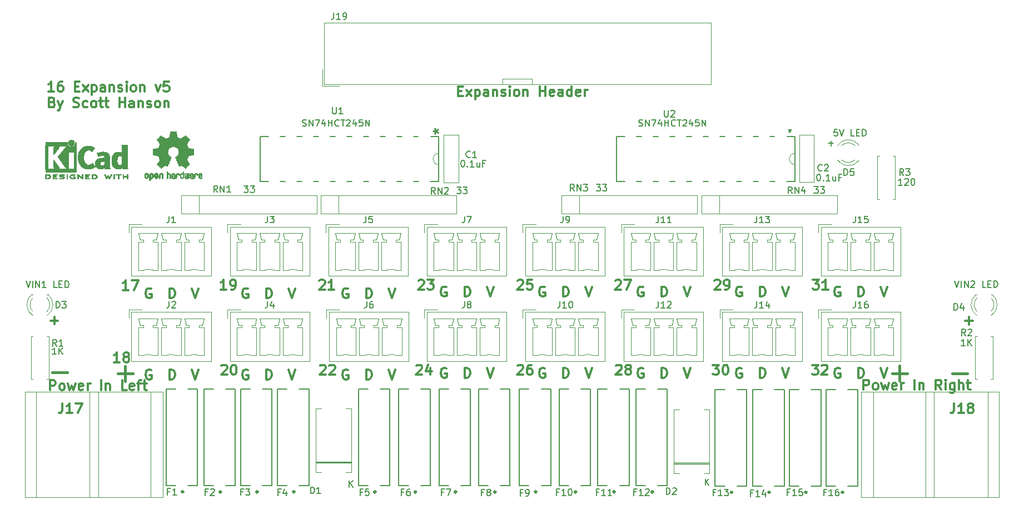
<source format=gbr>
G04 #@! TF.GenerationSoftware,KiCad,Pcbnew,(6.0.5)*
G04 #@! TF.CreationDate,2022-05-08T16:13:53-04:00*
G04 #@! TF.ProjectId,PB_16,50425f31-362e-46b6-9963-61645f706362,v5*
G04 #@! TF.SameCoordinates,Original*
G04 #@! TF.FileFunction,Legend,Top*
G04 #@! TF.FilePolarity,Positive*
%FSLAX46Y46*%
G04 Gerber Fmt 4.6, Leading zero omitted, Abs format (unit mm)*
G04 Created by KiCad (PCBNEW (6.0.5)) date 2022-05-08 16:13:53*
%MOMM*%
%LPD*%
G01*
G04 APERTURE LIST*
%ADD10C,0.300000*%
%ADD11C,0.120000*%
%ADD12C,0.150000*%
%ADD13C,0.400000*%
%ADD14C,0.250000*%
%ADD15C,0.152400*%
%ADD16C,0.010000*%
%ADD17C,0.127000*%
G04 APERTURE END LIST*
D10*
X190286714Y-120296371D02*
X191215285Y-120296371D01*
X190715285Y-120867800D01*
X190929571Y-120867800D01*
X191072428Y-120939228D01*
X191143857Y-121010657D01*
X191215285Y-121153514D01*
X191215285Y-121510657D01*
X191143857Y-121653514D01*
X191072428Y-121724942D01*
X190929571Y-121796371D01*
X190501000Y-121796371D01*
X190358142Y-121724942D01*
X190286714Y-121653514D01*
X192643857Y-121796371D02*
X191786714Y-121796371D01*
X192215285Y-121796371D02*
X192215285Y-120296371D01*
X192072428Y-120510657D01*
X191929571Y-120653514D01*
X191786714Y-120724942D01*
X190186714Y-133296371D02*
X191115285Y-133296371D01*
X190615285Y-133867800D01*
X190829571Y-133867800D01*
X190972428Y-133939228D01*
X191043857Y-134010657D01*
X191115285Y-134153514D01*
X191115285Y-134510657D01*
X191043857Y-134653514D01*
X190972428Y-134724942D01*
X190829571Y-134796371D01*
X190401000Y-134796371D01*
X190258142Y-134724942D01*
X190186714Y-134653514D01*
X191686714Y-133439228D02*
X191758142Y-133367800D01*
X191901000Y-133296371D01*
X192258142Y-133296371D01*
X192401000Y-133367800D01*
X192472428Y-133439228D01*
X192543857Y-133582085D01*
X192543857Y-133724942D01*
X192472428Y-133939228D01*
X191615285Y-134796371D01*
X192543857Y-134796371D01*
X175086714Y-133296371D02*
X176015285Y-133296371D01*
X175515285Y-133867800D01*
X175729571Y-133867800D01*
X175872428Y-133939228D01*
X175943857Y-134010657D01*
X176015285Y-134153514D01*
X176015285Y-134510657D01*
X175943857Y-134653514D01*
X175872428Y-134724942D01*
X175729571Y-134796371D01*
X175301000Y-134796371D01*
X175158142Y-134724942D01*
X175086714Y-134653514D01*
X176943857Y-133296371D02*
X177086714Y-133296371D01*
X177229571Y-133367800D01*
X177301000Y-133439228D01*
X177372428Y-133582085D01*
X177443857Y-133867800D01*
X177443857Y-134224942D01*
X177372428Y-134510657D01*
X177301000Y-134653514D01*
X177229571Y-134724942D01*
X177086714Y-134796371D01*
X176943857Y-134796371D01*
X176801000Y-134724942D01*
X176729571Y-134653514D01*
X176658142Y-134510657D01*
X176586714Y-134224942D01*
X176586714Y-133867800D01*
X176658142Y-133582085D01*
X176729571Y-133439228D01*
X176801000Y-133367800D01*
X176943857Y-133296371D01*
X175358142Y-120439228D02*
X175429571Y-120367800D01*
X175572428Y-120296371D01*
X175929571Y-120296371D01*
X176072428Y-120367800D01*
X176143857Y-120439228D01*
X176215285Y-120582085D01*
X176215285Y-120724942D01*
X176143857Y-120939228D01*
X175286714Y-121796371D01*
X176215285Y-121796371D01*
X176929571Y-121796371D02*
X177215285Y-121796371D01*
X177358142Y-121724942D01*
X177429571Y-121653514D01*
X177572428Y-121439228D01*
X177643857Y-121153514D01*
X177643857Y-120582085D01*
X177572428Y-120439228D01*
X177501000Y-120367800D01*
X177358142Y-120296371D01*
X177072428Y-120296371D01*
X176929571Y-120367800D01*
X176858142Y-120439228D01*
X176786714Y-120582085D01*
X176786714Y-120939228D01*
X176858142Y-121082085D01*
X176929571Y-121153514D01*
X177072428Y-121224942D01*
X177358142Y-121224942D01*
X177501000Y-121153514D01*
X177572428Y-121082085D01*
X177643857Y-120939228D01*
X160358142Y-133439228D02*
X160429571Y-133367800D01*
X160572428Y-133296371D01*
X160929571Y-133296371D01*
X161072428Y-133367800D01*
X161143857Y-133439228D01*
X161215285Y-133582085D01*
X161215285Y-133724942D01*
X161143857Y-133939228D01*
X160286714Y-134796371D01*
X161215285Y-134796371D01*
X162072428Y-133939228D02*
X161929571Y-133867800D01*
X161858142Y-133796371D01*
X161786714Y-133653514D01*
X161786714Y-133582085D01*
X161858142Y-133439228D01*
X161929571Y-133367800D01*
X162072428Y-133296371D01*
X162358142Y-133296371D01*
X162501000Y-133367800D01*
X162572428Y-133439228D01*
X162643857Y-133582085D01*
X162643857Y-133653514D01*
X162572428Y-133796371D01*
X162501000Y-133867800D01*
X162358142Y-133939228D01*
X162072428Y-133939228D01*
X161929571Y-134010657D01*
X161858142Y-134082085D01*
X161786714Y-134224942D01*
X161786714Y-134510657D01*
X161858142Y-134653514D01*
X161929571Y-134724942D01*
X162072428Y-134796371D01*
X162358142Y-134796371D01*
X162501000Y-134724942D01*
X162572428Y-134653514D01*
X162643857Y-134510657D01*
X162643857Y-134224942D01*
X162572428Y-134082085D01*
X162501000Y-134010657D01*
X162358142Y-133939228D01*
X160258142Y-120439228D02*
X160329571Y-120367800D01*
X160472428Y-120296371D01*
X160829571Y-120296371D01*
X160972428Y-120367800D01*
X161043857Y-120439228D01*
X161115285Y-120582085D01*
X161115285Y-120724942D01*
X161043857Y-120939228D01*
X160186714Y-121796371D01*
X161115285Y-121796371D01*
X161615285Y-120296371D02*
X162615285Y-120296371D01*
X161972428Y-121796371D01*
X145358142Y-133439228D02*
X145429571Y-133367800D01*
X145572428Y-133296371D01*
X145929571Y-133296371D01*
X146072428Y-133367800D01*
X146143857Y-133439228D01*
X146215285Y-133582085D01*
X146215285Y-133724942D01*
X146143857Y-133939228D01*
X145286714Y-134796371D01*
X146215285Y-134796371D01*
X147501000Y-133296371D02*
X147215285Y-133296371D01*
X147072428Y-133367800D01*
X147001000Y-133439228D01*
X146858142Y-133653514D01*
X146786714Y-133939228D01*
X146786714Y-134510657D01*
X146858142Y-134653514D01*
X146929571Y-134724942D01*
X147072428Y-134796371D01*
X147358142Y-134796371D01*
X147501000Y-134724942D01*
X147572428Y-134653514D01*
X147643857Y-134510657D01*
X147643857Y-134153514D01*
X147572428Y-134010657D01*
X147501000Y-133939228D01*
X147358142Y-133867800D01*
X147072428Y-133867800D01*
X146929571Y-133939228D01*
X146858142Y-134010657D01*
X146786714Y-134153514D01*
X145358142Y-120439228D02*
X145429571Y-120367800D01*
X145572428Y-120296371D01*
X145929571Y-120296371D01*
X146072428Y-120367800D01*
X146143857Y-120439228D01*
X146215285Y-120582085D01*
X146215285Y-120724942D01*
X146143857Y-120939228D01*
X145286714Y-121796371D01*
X146215285Y-121796371D01*
X147572428Y-120296371D02*
X146858142Y-120296371D01*
X146786714Y-121010657D01*
X146858142Y-120939228D01*
X147001000Y-120867800D01*
X147358142Y-120867800D01*
X147501000Y-120939228D01*
X147572428Y-121010657D01*
X147643857Y-121153514D01*
X147643857Y-121510657D01*
X147572428Y-121653514D01*
X147501000Y-121724942D01*
X147358142Y-121796371D01*
X147001000Y-121796371D01*
X146858142Y-121724942D01*
X146786714Y-121653514D01*
X129958142Y-133439228D02*
X130029571Y-133367800D01*
X130172428Y-133296371D01*
X130529571Y-133296371D01*
X130672428Y-133367800D01*
X130743857Y-133439228D01*
X130815285Y-133582085D01*
X130815285Y-133724942D01*
X130743857Y-133939228D01*
X129886714Y-134796371D01*
X130815285Y-134796371D01*
X132101000Y-133796371D02*
X132101000Y-134796371D01*
X131743857Y-133224942D02*
X131386714Y-134296371D01*
X132315285Y-134296371D01*
X130258142Y-120439228D02*
X130329571Y-120367800D01*
X130472428Y-120296371D01*
X130829571Y-120296371D01*
X130972428Y-120367800D01*
X131043857Y-120439228D01*
X131115285Y-120582085D01*
X131115285Y-120724942D01*
X131043857Y-120939228D01*
X130186714Y-121796371D01*
X131115285Y-121796371D01*
X131615285Y-120296371D02*
X132543857Y-120296371D01*
X132043857Y-120867800D01*
X132258142Y-120867800D01*
X132401000Y-120939228D01*
X132472428Y-121010657D01*
X132543857Y-121153514D01*
X132543857Y-121510657D01*
X132472428Y-121653514D01*
X132401000Y-121724942D01*
X132258142Y-121796371D01*
X131829571Y-121796371D01*
X131686714Y-121724942D01*
X131615285Y-121653514D01*
X115258142Y-133439228D02*
X115329571Y-133367800D01*
X115472428Y-133296371D01*
X115829571Y-133296371D01*
X115972428Y-133367800D01*
X116043857Y-133439228D01*
X116115285Y-133582085D01*
X116115285Y-133724942D01*
X116043857Y-133939228D01*
X115186714Y-134796371D01*
X116115285Y-134796371D01*
X116686714Y-133439228D02*
X116758142Y-133367800D01*
X116901000Y-133296371D01*
X117258142Y-133296371D01*
X117401000Y-133367800D01*
X117472428Y-133439228D01*
X117543857Y-133582085D01*
X117543857Y-133724942D01*
X117472428Y-133939228D01*
X116615285Y-134796371D01*
X117543857Y-134796371D01*
X115158142Y-120439228D02*
X115229571Y-120367800D01*
X115372428Y-120296371D01*
X115729571Y-120296371D01*
X115872428Y-120367800D01*
X115943857Y-120439228D01*
X116015285Y-120582085D01*
X116015285Y-120724942D01*
X115943857Y-120939228D01*
X115086714Y-121796371D01*
X116015285Y-121796371D01*
X117443857Y-121796371D02*
X116586714Y-121796371D01*
X117015285Y-121796371D02*
X117015285Y-120296371D01*
X116872428Y-120510657D01*
X116729571Y-120653514D01*
X116586714Y-120724942D01*
X100258142Y-133439228D02*
X100329571Y-133367800D01*
X100472428Y-133296371D01*
X100829571Y-133296371D01*
X100972428Y-133367800D01*
X101043857Y-133439228D01*
X101115285Y-133582085D01*
X101115285Y-133724942D01*
X101043857Y-133939228D01*
X100186714Y-134796371D01*
X101115285Y-134796371D01*
X102043857Y-133296371D02*
X102186714Y-133296371D01*
X102329571Y-133367800D01*
X102401000Y-133439228D01*
X102472428Y-133582085D01*
X102543857Y-133867800D01*
X102543857Y-134224942D01*
X102472428Y-134510657D01*
X102401000Y-134653514D01*
X102329571Y-134724942D01*
X102186714Y-134796371D01*
X102043857Y-134796371D01*
X101901000Y-134724942D01*
X101829571Y-134653514D01*
X101758142Y-134510657D01*
X101686714Y-134224942D01*
X101686714Y-133867800D01*
X101758142Y-133582085D01*
X101829571Y-133439228D01*
X101901000Y-133367800D01*
X102043857Y-133296371D01*
X101015285Y-121796371D02*
X100158142Y-121796371D01*
X100586714Y-121796371D02*
X100586714Y-120296371D01*
X100443857Y-120510657D01*
X100301000Y-120653514D01*
X100158142Y-120724942D01*
X101729571Y-121796371D02*
X102015285Y-121796371D01*
X102158142Y-121724942D01*
X102229571Y-121653514D01*
X102372428Y-121439228D01*
X102443857Y-121153514D01*
X102443857Y-120582085D01*
X102372428Y-120439228D01*
X102301000Y-120367800D01*
X102158142Y-120296371D01*
X101872428Y-120296371D01*
X101729571Y-120367800D01*
X101658142Y-120439228D01*
X101586714Y-120582085D01*
X101586714Y-120939228D01*
X101658142Y-121082085D01*
X101729571Y-121153514D01*
X101872428Y-121224942D01*
X102158142Y-121224942D01*
X102301000Y-121153514D01*
X102372428Y-121082085D01*
X102443857Y-120939228D01*
X86115285Y-121896371D02*
X85258142Y-121896371D01*
X85686714Y-121896371D02*
X85686714Y-120396371D01*
X85543857Y-120610657D01*
X85401000Y-120753514D01*
X85258142Y-120824942D01*
X86615285Y-120396371D02*
X87615285Y-120396371D01*
X86972428Y-121896371D01*
X84765285Y-132896371D02*
X83908142Y-132896371D01*
X84336714Y-132896371D02*
X84336714Y-131396371D01*
X84193857Y-131610657D01*
X84051000Y-131753514D01*
X83908142Y-131824942D01*
X85622428Y-132039228D02*
X85479571Y-131967800D01*
X85408142Y-131896371D01*
X85336714Y-131753514D01*
X85336714Y-131682085D01*
X85408142Y-131539228D01*
X85479571Y-131467800D01*
X85622428Y-131396371D01*
X85908142Y-131396371D01*
X86051000Y-131467800D01*
X86122428Y-131539228D01*
X86193857Y-131682085D01*
X86193857Y-131753514D01*
X86122428Y-131896371D01*
X86051000Y-131967800D01*
X85908142Y-132039228D01*
X85622428Y-132039228D01*
X85479571Y-132110657D01*
X85408142Y-132182085D01*
X85336714Y-132324942D01*
X85336714Y-132610657D01*
X85408142Y-132753514D01*
X85479571Y-132824942D01*
X85622428Y-132896371D01*
X85908142Y-132896371D01*
X86051000Y-132824942D01*
X86122428Y-132753514D01*
X86193857Y-132610657D01*
X86193857Y-132324942D01*
X86122428Y-132182085D01*
X86051000Y-132110657D01*
X85908142Y-132039228D01*
X74743857Y-91588871D02*
X73886714Y-91588871D01*
X74315285Y-91588871D02*
X74315285Y-90088871D01*
X74172428Y-90303157D01*
X74029571Y-90446014D01*
X73886714Y-90517442D01*
X76029571Y-90088871D02*
X75743857Y-90088871D01*
X75601000Y-90160300D01*
X75529571Y-90231728D01*
X75386714Y-90446014D01*
X75315285Y-90731728D01*
X75315285Y-91303157D01*
X75386714Y-91446014D01*
X75458142Y-91517442D01*
X75601000Y-91588871D01*
X75886714Y-91588871D01*
X76029571Y-91517442D01*
X76101000Y-91446014D01*
X76172428Y-91303157D01*
X76172428Y-90946014D01*
X76101000Y-90803157D01*
X76029571Y-90731728D01*
X75886714Y-90660300D01*
X75601000Y-90660300D01*
X75458142Y-90731728D01*
X75386714Y-90803157D01*
X75315285Y-90946014D01*
X77958142Y-90803157D02*
X78458142Y-90803157D01*
X78672428Y-91588871D02*
X77958142Y-91588871D01*
X77958142Y-90088871D01*
X78672428Y-90088871D01*
X79172428Y-91588871D02*
X79958142Y-90588871D01*
X79172428Y-90588871D02*
X79958142Y-91588871D01*
X80529571Y-90588871D02*
X80529571Y-92088871D01*
X80529571Y-90660300D02*
X80672428Y-90588871D01*
X80958142Y-90588871D01*
X81101000Y-90660300D01*
X81172428Y-90731728D01*
X81243857Y-90874585D01*
X81243857Y-91303157D01*
X81172428Y-91446014D01*
X81101000Y-91517442D01*
X80958142Y-91588871D01*
X80672428Y-91588871D01*
X80529571Y-91517442D01*
X82529571Y-91588871D02*
X82529571Y-90803157D01*
X82458142Y-90660300D01*
X82315285Y-90588871D01*
X82029571Y-90588871D01*
X81886714Y-90660300D01*
X82529571Y-91517442D02*
X82386714Y-91588871D01*
X82029571Y-91588871D01*
X81886714Y-91517442D01*
X81815285Y-91374585D01*
X81815285Y-91231728D01*
X81886714Y-91088871D01*
X82029571Y-91017442D01*
X82386714Y-91017442D01*
X82529571Y-90946014D01*
X83243857Y-90588871D02*
X83243857Y-91588871D01*
X83243857Y-90731728D02*
X83315285Y-90660300D01*
X83458142Y-90588871D01*
X83672428Y-90588871D01*
X83815285Y-90660300D01*
X83886714Y-90803157D01*
X83886714Y-91588871D01*
X84529571Y-91517442D02*
X84672428Y-91588871D01*
X84958142Y-91588871D01*
X85101000Y-91517442D01*
X85172428Y-91374585D01*
X85172428Y-91303157D01*
X85101000Y-91160300D01*
X84958142Y-91088871D01*
X84743857Y-91088871D01*
X84601000Y-91017442D01*
X84529571Y-90874585D01*
X84529571Y-90803157D01*
X84601000Y-90660300D01*
X84743857Y-90588871D01*
X84958142Y-90588871D01*
X85101000Y-90660300D01*
X85815285Y-91588871D02*
X85815285Y-90588871D01*
X85815285Y-90088871D02*
X85743857Y-90160300D01*
X85815285Y-90231728D01*
X85886714Y-90160300D01*
X85815285Y-90088871D01*
X85815285Y-90231728D01*
X86743857Y-91588871D02*
X86601000Y-91517442D01*
X86529571Y-91446014D01*
X86458142Y-91303157D01*
X86458142Y-90874585D01*
X86529571Y-90731728D01*
X86601000Y-90660300D01*
X86743857Y-90588871D01*
X86958142Y-90588871D01*
X87101000Y-90660300D01*
X87172428Y-90731728D01*
X87243857Y-90874585D01*
X87243857Y-91303157D01*
X87172428Y-91446014D01*
X87101000Y-91517442D01*
X86958142Y-91588871D01*
X86743857Y-91588871D01*
X87886714Y-90588871D02*
X87886714Y-91588871D01*
X87886714Y-90731728D02*
X87958142Y-90660300D01*
X88101000Y-90588871D01*
X88315285Y-90588871D01*
X88458142Y-90660300D01*
X88529571Y-90803157D01*
X88529571Y-91588871D01*
X90243857Y-90588871D02*
X90601000Y-91588871D01*
X90958142Y-90588871D01*
X92243857Y-90088871D02*
X91529571Y-90088871D01*
X91458142Y-90803157D01*
X91529571Y-90731728D01*
X91672428Y-90660300D01*
X92029571Y-90660300D01*
X92172428Y-90731728D01*
X92243857Y-90803157D01*
X92315285Y-90946014D01*
X92315285Y-91303157D01*
X92243857Y-91446014D01*
X92172428Y-91517442D01*
X92029571Y-91588871D01*
X91672428Y-91588871D01*
X91529571Y-91517442D01*
X91458142Y-91446014D01*
X74493857Y-93218157D02*
X74708142Y-93289585D01*
X74779571Y-93361014D01*
X74851000Y-93503871D01*
X74851000Y-93718157D01*
X74779571Y-93861014D01*
X74708142Y-93932442D01*
X74565285Y-94003871D01*
X73993857Y-94003871D01*
X73993857Y-92503871D01*
X74493857Y-92503871D01*
X74636714Y-92575300D01*
X74708142Y-92646728D01*
X74779571Y-92789585D01*
X74779571Y-92932442D01*
X74708142Y-93075300D01*
X74636714Y-93146728D01*
X74493857Y-93218157D01*
X73993857Y-93218157D01*
X75351000Y-93003871D02*
X75708142Y-94003871D01*
X76065285Y-93003871D02*
X75708142Y-94003871D01*
X75565285Y-94361014D01*
X75493857Y-94432442D01*
X75351000Y-94503871D01*
X77708142Y-93932442D02*
X77922428Y-94003871D01*
X78279571Y-94003871D01*
X78422428Y-93932442D01*
X78493857Y-93861014D01*
X78565285Y-93718157D01*
X78565285Y-93575300D01*
X78493857Y-93432442D01*
X78422428Y-93361014D01*
X78279571Y-93289585D01*
X77993857Y-93218157D01*
X77851000Y-93146728D01*
X77779571Y-93075300D01*
X77708142Y-92932442D01*
X77708142Y-92789585D01*
X77779571Y-92646728D01*
X77851000Y-92575300D01*
X77993857Y-92503871D01*
X78351000Y-92503871D01*
X78565285Y-92575300D01*
X79851000Y-93932442D02*
X79708142Y-94003871D01*
X79422428Y-94003871D01*
X79279571Y-93932442D01*
X79208142Y-93861014D01*
X79136714Y-93718157D01*
X79136714Y-93289585D01*
X79208142Y-93146728D01*
X79279571Y-93075300D01*
X79422428Y-93003871D01*
X79708142Y-93003871D01*
X79851000Y-93075300D01*
X80708142Y-94003871D02*
X80565285Y-93932442D01*
X80493857Y-93861014D01*
X80422428Y-93718157D01*
X80422428Y-93289585D01*
X80493857Y-93146728D01*
X80565285Y-93075300D01*
X80708142Y-93003871D01*
X80922428Y-93003871D01*
X81065285Y-93075300D01*
X81136714Y-93146728D01*
X81208142Y-93289585D01*
X81208142Y-93718157D01*
X81136714Y-93861014D01*
X81065285Y-93932442D01*
X80922428Y-94003871D01*
X80708142Y-94003871D01*
X81636714Y-93003871D02*
X82208142Y-93003871D01*
X81851000Y-92503871D02*
X81851000Y-93789585D01*
X81922428Y-93932442D01*
X82065285Y-94003871D01*
X82208142Y-94003871D01*
X82493857Y-93003871D02*
X83065285Y-93003871D01*
X82708142Y-92503871D02*
X82708142Y-93789585D01*
X82779571Y-93932442D01*
X82922428Y-94003871D01*
X83065285Y-94003871D01*
X84708142Y-94003871D02*
X84708142Y-92503871D01*
X84708142Y-93218157D02*
X85565285Y-93218157D01*
X85565285Y-94003871D02*
X85565285Y-92503871D01*
X86922428Y-94003871D02*
X86922428Y-93218157D01*
X86851000Y-93075300D01*
X86708142Y-93003871D01*
X86422428Y-93003871D01*
X86279571Y-93075300D01*
X86922428Y-93932442D02*
X86779571Y-94003871D01*
X86422428Y-94003871D01*
X86279571Y-93932442D01*
X86208142Y-93789585D01*
X86208142Y-93646728D01*
X86279571Y-93503871D01*
X86422428Y-93432442D01*
X86779571Y-93432442D01*
X86922428Y-93361014D01*
X87636714Y-93003871D02*
X87636714Y-94003871D01*
X87636714Y-93146728D02*
X87708142Y-93075300D01*
X87851000Y-93003871D01*
X88065285Y-93003871D01*
X88208142Y-93075300D01*
X88279571Y-93218157D01*
X88279571Y-94003871D01*
X88922428Y-93932442D02*
X89065285Y-94003871D01*
X89351000Y-94003871D01*
X89493857Y-93932442D01*
X89565285Y-93789585D01*
X89565285Y-93718157D01*
X89493857Y-93575300D01*
X89351000Y-93503871D01*
X89136714Y-93503871D01*
X88993857Y-93432442D01*
X88922428Y-93289585D01*
X88922428Y-93218157D01*
X88993857Y-93075300D01*
X89136714Y-93003871D01*
X89351000Y-93003871D01*
X89493857Y-93075300D01*
X90422428Y-94003871D02*
X90279571Y-93932442D01*
X90208142Y-93861014D01*
X90136714Y-93718157D01*
X90136714Y-93289585D01*
X90208142Y-93146728D01*
X90279571Y-93075300D01*
X90422428Y-93003871D01*
X90636714Y-93003871D01*
X90779571Y-93075300D01*
X90851000Y-93146728D01*
X90922428Y-93289585D01*
X90922428Y-93718157D01*
X90851000Y-93861014D01*
X90779571Y-93932442D01*
X90636714Y-94003871D01*
X90422428Y-94003871D01*
X91565285Y-93003871D02*
X91565285Y-94003871D01*
X91565285Y-93146728D02*
X91636714Y-93075300D01*
X91779571Y-93003871D01*
X91993857Y-93003871D01*
X92136714Y-93075300D01*
X92208142Y-93218157D01*
X92208142Y-94003871D01*
D11*
X143049400Y-89647000D02*
X143049400Y-90447000D01*
X147549400Y-89647000D02*
X143049400Y-89647000D01*
X147549400Y-90447000D02*
X147549400Y-89647000D01*
D10*
X74229571Y-126524942D02*
X75372428Y-126524942D01*
X74801000Y-127096371D02*
X74801000Y-125953514D01*
X213529571Y-126574942D02*
X214672428Y-126574942D01*
X214101000Y-127146371D02*
X214101000Y-126003514D01*
D12*
X192720047Y-99489228D02*
X193481952Y-99489228D01*
X193101000Y-99870180D02*
X193101000Y-99108276D01*
D13*
X202398142Y-134580085D02*
X204683857Y-134580085D01*
X203541000Y-135722942D02*
X203541000Y-133437228D01*
D10*
X164476857Y-133824000D02*
X164334000Y-133752571D01*
X164119714Y-133752571D01*
X163905428Y-133824000D01*
X163762571Y-133966857D01*
X163691142Y-134109714D01*
X163619714Y-134395428D01*
X163619714Y-134609714D01*
X163691142Y-134895428D01*
X163762571Y-135038285D01*
X163905428Y-135181142D01*
X164119714Y-135252571D01*
X164262571Y-135252571D01*
X164476857Y-135181142D01*
X164548285Y-135109714D01*
X164548285Y-134609714D01*
X164262571Y-134609714D01*
X152261142Y-135252571D02*
X152261142Y-133752571D01*
X152618285Y-133752571D01*
X152832571Y-133824000D01*
X152975428Y-133966857D01*
X153046857Y-134109714D01*
X153118285Y-134395428D01*
X153118285Y-134609714D01*
X153046857Y-134895428D01*
X152975428Y-135038285D01*
X152832571Y-135181142D01*
X152618285Y-135252571D01*
X152261142Y-135252571D01*
X125738000Y-134006571D02*
X126238000Y-135506571D01*
X126738000Y-134006571D01*
X140724000Y-133752571D02*
X141224000Y-135252571D01*
X141724000Y-133752571D01*
X92317142Y-135506571D02*
X92317142Y-134006571D01*
X92674285Y-134006571D01*
X92888571Y-134078000D01*
X93031428Y-134220857D01*
X93102857Y-134363714D01*
X93174285Y-134649428D01*
X93174285Y-134863714D01*
X93102857Y-135149428D01*
X93031428Y-135292285D01*
X92888571Y-135435142D01*
X92674285Y-135506571D01*
X92317142Y-135506571D01*
X89546857Y-134078000D02*
X89404000Y-134006571D01*
X89189714Y-134006571D01*
X88975428Y-134078000D01*
X88832571Y-134220857D01*
X88761142Y-134363714D01*
X88689714Y-134649428D01*
X88689714Y-134863714D01*
X88761142Y-135149428D01*
X88832571Y-135292285D01*
X88975428Y-135435142D01*
X89189714Y-135506571D01*
X89332571Y-135506571D01*
X89546857Y-135435142D01*
X89618285Y-135363714D01*
X89618285Y-134863714D01*
X89332571Y-134863714D01*
X110498000Y-134006571D02*
X110998000Y-135506571D01*
X111498000Y-134006571D01*
X134504857Y-133824000D02*
X134362000Y-133752571D01*
X134147714Y-133752571D01*
X133933428Y-133824000D01*
X133790571Y-133966857D01*
X133719142Y-134109714D01*
X133647714Y-134395428D01*
X133647714Y-134609714D01*
X133719142Y-134895428D01*
X133790571Y-135038285D01*
X133933428Y-135181142D01*
X134147714Y-135252571D01*
X134290571Y-135252571D01*
X134504857Y-135181142D01*
X134576285Y-135109714D01*
X134576285Y-134609714D01*
X134290571Y-134609714D01*
X149490857Y-133824000D02*
X149348000Y-133752571D01*
X149133714Y-133752571D01*
X148919428Y-133824000D01*
X148776571Y-133966857D01*
X148705142Y-134109714D01*
X148633714Y-134395428D01*
X148633714Y-134609714D01*
X148705142Y-134895428D01*
X148776571Y-135038285D01*
X148919428Y-135181142D01*
X149133714Y-135252571D01*
X149276571Y-135252571D01*
X149490857Y-135181142D01*
X149562285Y-135109714D01*
X149562285Y-134609714D01*
X149276571Y-134609714D01*
X155710000Y-133752571D02*
X156210000Y-135252571D01*
X156710000Y-133752571D01*
X95766000Y-134006571D02*
X96266000Y-135506571D01*
X96766000Y-134006571D01*
X182233142Y-135252571D02*
X182233142Y-133752571D01*
X182590285Y-133752571D01*
X182804571Y-133824000D01*
X182947428Y-133966857D01*
X183018857Y-134109714D01*
X183090285Y-134395428D01*
X183090285Y-134609714D01*
X183018857Y-134895428D01*
X182947428Y-135038285D01*
X182804571Y-135181142D01*
X182590285Y-135252571D01*
X182233142Y-135252571D01*
X107049142Y-135506571D02*
X107049142Y-134006571D01*
X107406285Y-134006571D01*
X107620571Y-134078000D01*
X107763428Y-134220857D01*
X107834857Y-134363714D01*
X107906285Y-134649428D01*
X107906285Y-134863714D01*
X107834857Y-135149428D01*
X107763428Y-135292285D01*
X107620571Y-135435142D01*
X107406285Y-135506571D01*
X107049142Y-135506571D01*
X137275142Y-135252571D02*
X137275142Y-133752571D01*
X137632285Y-133752571D01*
X137846571Y-133824000D01*
X137989428Y-133966857D01*
X138060857Y-134109714D01*
X138132285Y-134395428D01*
X138132285Y-134609714D01*
X138060857Y-134895428D01*
X137989428Y-135038285D01*
X137846571Y-135181142D01*
X137632285Y-135252571D01*
X137275142Y-135252571D01*
X194448857Y-133824000D02*
X194306000Y-133752571D01*
X194091714Y-133752571D01*
X193877428Y-133824000D01*
X193734571Y-133966857D01*
X193663142Y-134109714D01*
X193591714Y-134395428D01*
X193591714Y-134609714D01*
X193663142Y-134895428D01*
X193734571Y-135038285D01*
X193877428Y-135181142D01*
X194091714Y-135252571D01*
X194234571Y-135252571D01*
X194448857Y-135181142D01*
X194520285Y-135109714D01*
X194520285Y-134609714D01*
X194234571Y-134609714D01*
X197219142Y-135252571D02*
X197219142Y-133752571D01*
X197576285Y-133752571D01*
X197790571Y-133824000D01*
X197933428Y-133966857D01*
X198004857Y-134109714D01*
X198076285Y-134395428D01*
X198076285Y-134609714D01*
X198004857Y-134895428D01*
X197933428Y-135038285D01*
X197790571Y-135181142D01*
X197576285Y-135252571D01*
X197219142Y-135252571D01*
X200668000Y-133752571D02*
X201168000Y-135252571D01*
X201668000Y-133752571D01*
X179462857Y-133824000D02*
X179320000Y-133752571D01*
X179105714Y-133752571D01*
X178891428Y-133824000D01*
X178748571Y-133966857D01*
X178677142Y-134109714D01*
X178605714Y-134395428D01*
X178605714Y-134609714D01*
X178677142Y-134895428D01*
X178748571Y-135038285D01*
X178891428Y-135181142D01*
X179105714Y-135252571D01*
X179248571Y-135252571D01*
X179462857Y-135181142D01*
X179534285Y-135109714D01*
X179534285Y-134609714D01*
X179248571Y-134609714D01*
X119518857Y-134078000D02*
X119376000Y-134006571D01*
X119161714Y-134006571D01*
X118947428Y-134078000D01*
X118804571Y-134220857D01*
X118733142Y-134363714D01*
X118661714Y-134649428D01*
X118661714Y-134863714D01*
X118733142Y-135149428D01*
X118804571Y-135292285D01*
X118947428Y-135435142D01*
X119161714Y-135506571D01*
X119304571Y-135506571D01*
X119518857Y-135435142D01*
X119590285Y-135363714D01*
X119590285Y-134863714D01*
X119304571Y-134863714D01*
X185682000Y-133752571D02*
X186182000Y-135252571D01*
X186682000Y-133752571D01*
X167247142Y-135252571D02*
X167247142Y-133752571D01*
X167604285Y-133752571D01*
X167818571Y-133824000D01*
X167961428Y-133966857D01*
X168032857Y-134109714D01*
X168104285Y-134395428D01*
X168104285Y-134609714D01*
X168032857Y-134895428D01*
X167961428Y-135038285D01*
X167818571Y-135181142D01*
X167604285Y-135252571D01*
X167247142Y-135252571D01*
X170696000Y-133752571D02*
X171196000Y-135252571D01*
X171696000Y-133752571D01*
X122289142Y-135506571D02*
X122289142Y-134006571D01*
X122646285Y-134006571D01*
X122860571Y-134078000D01*
X123003428Y-134220857D01*
X123074857Y-134363714D01*
X123146285Y-134649428D01*
X123146285Y-134863714D01*
X123074857Y-135149428D01*
X123003428Y-135292285D01*
X122860571Y-135435142D01*
X122646285Y-135506571D01*
X122289142Y-135506571D01*
X104278857Y-134078000D02*
X104136000Y-134006571D01*
X103921714Y-134006571D01*
X103707428Y-134078000D01*
X103564571Y-134220857D01*
X103493142Y-134363714D01*
X103421714Y-134649428D01*
X103421714Y-134863714D01*
X103493142Y-135149428D01*
X103564571Y-135292285D01*
X103707428Y-135435142D01*
X103921714Y-135506571D01*
X104064571Y-135506571D01*
X104278857Y-135435142D01*
X104350285Y-135363714D01*
X104350285Y-134863714D01*
X104064571Y-134863714D01*
D13*
X84458142Y-134632085D02*
X86743857Y-134632085D01*
X85601000Y-135774942D02*
X85601000Y-133489228D01*
X74458142Y-134432085D02*
X76743857Y-134432085D01*
X211542142Y-134580085D02*
X213827857Y-134580085D01*
D10*
X95766000Y-121606571D02*
X96266000Y-123106571D01*
X96766000Y-121606571D01*
X89546857Y-121678000D02*
X89404000Y-121606571D01*
X89189714Y-121606571D01*
X88975428Y-121678000D01*
X88832571Y-121820857D01*
X88761142Y-121963714D01*
X88689714Y-122249428D01*
X88689714Y-122463714D01*
X88761142Y-122749428D01*
X88832571Y-122892285D01*
X88975428Y-123035142D01*
X89189714Y-123106571D01*
X89332571Y-123106571D01*
X89546857Y-123035142D01*
X89618285Y-122963714D01*
X89618285Y-122463714D01*
X89332571Y-122463714D01*
X92317142Y-123106571D02*
X92317142Y-121606571D01*
X92674285Y-121606571D01*
X92888571Y-121678000D01*
X93031428Y-121820857D01*
X93102857Y-121963714D01*
X93174285Y-122249428D01*
X93174285Y-122463714D01*
X93102857Y-122749428D01*
X93031428Y-122892285D01*
X92888571Y-123035142D01*
X92674285Y-123106571D01*
X92317142Y-123106571D01*
X110498000Y-121606571D02*
X110998000Y-123106571D01*
X111498000Y-121606571D01*
X104278857Y-121678000D02*
X104136000Y-121606571D01*
X103921714Y-121606571D01*
X103707428Y-121678000D01*
X103564571Y-121820857D01*
X103493142Y-121963714D01*
X103421714Y-122249428D01*
X103421714Y-122463714D01*
X103493142Y-122749428D01*
X103564571Y-122892285D01*
X103707428Y-123035142D01*
X103921714Y-123106571D01*
X104064571Y-123106571D01*
X104278857Y-123035142D01*
X104350285Y-122963714D01*
X104350285Y-122463714D01*
X104064571Y-122463714D01*
X107049142Y-123106571D02*
X107049142Y-121606571D01*
X107406285Y-121606571D01*
X107620571Y-121678000D01*
X107763428Y-121820857D01*
X107834857Y-121963714D01*
X107906285Y-122249428D01*
X107906285Y-122463714D01*
X107834857Y-122749428D01*
X107763428Y-122892285D01*
X107620571Y-123035142D01*
X107406285Y-123106571D01*
X107049142Y-123106571D01*
X125738000Y-121606571D02*
X126238000Y-123106571D01*
X126738000Y-121606571D01*
X119518857Y-121678000D02*
X119376000Y-121606571D01*
X119161714Y-121606571D01*
X118947428Y-121678000D01*
X118804571Y-121820857D01*
X118733142Y-121963714D01*
X118661714Y-122249428D01*
X118661714Y-122463714D01*
X118733142Y-122749428D01*
X118804571Y-122892285D01*
X118947428Y-123035142D01*
X119161714Y-123106571D01*
X119304571Y-123106571D01*
X119518857Y-123035142D01*
X119590285Y-122963714D01*
X119590285Y-122463714D01*
X119304571Y-122463714D01*
X122289142Y-123106571D02*
X122289142Y-121606571D01*
X122646285Y-121606571D01*
X122860571Y-121678000D01*
X123003428Y-121820857D01*
X123074857Y-121963714D01*
X123146285Y-122249428D01*
X123146285Y-122463714D01*
X123074857Y-122749428D01*
X123003428Y-122892285D01*
X122860571Y-123035142D01*
X122646285Y-123106571D01*
X122289142Y-123106571D01*
X140724000Y-121352571D02*
X141224000Y-122852571D01*
X141724000Y-121352571D01*
X134504857Y-121424000D02*
X134362000Y-121352571D01*
X134147714Y-121352571D01*
X133933428Y-121424000D01*
X133790571Y-121566857D01*
X133719142Y-121709714D01*
X133647714Y-121995428D01*
X133647714Y-122209714D01*
X133719142Y-122495428D01*
X133790571Y-122638285D01*
X133933428Y-122781142D01*
X134147714Y-122852571D01*
X134290571Y-122852571D01*
X134504857Y-122781142D01*
X134576285Y-122709714D01*
X134576285Y-122209714D01*
X134290571Y-122209714D01*
X137275142Y-122852571D02*
X137275142Y-121352571D01*
X137632285Y-121352571D01*
X137846571Y-121424000D01*
X137989428Y-121566857D01*
X138060857Y-121709714D01*
X138132285Y-121995428D01*
X138132285Y-122209714D01*
X138060857Y-122495428D01*
X137989428Y-122638285D01*
X137846571Y-122781142D01*
X137632285Y-122852571D01*
X137275142Y-122852571D01*
X155710000Y-121352571D02*
X156210000Y-122852571D01*
X156710000Y-121352571D01*
X149490857Y-121424000D02*
X149348000Y-121352571D01*
X149133714Y-121352571D01*
X148919428Y-121424000D01*
X148776571Y-121566857D01*
X148705142Y-121709714D01*
X148633714Y-121995428D01*
X148633714Y-122209714D01*
X148705142Y-122495428D01*
X148776571Y-122638285D01*
X148919428Y-122781142D01*
X149133714Y-122852571D01*
X149276571Y-122852571D01*
X149490857Y-122781142D01*
X149562285Y-122709714D01*
X149562285Y-122209714D01*
X149276571Y-122209714D01*
X152261142Y-122852571D02*
X152261142Y-121352571D01*
X152618285Y-121352571D01*
X152832571Y-121424000D01*
X152975428Y-121566857D01*
X153046857Y-121709714D01*
X153118285Y-121995428D01*
X153118285Y-122209714D01*
X153046857Y-122495428D01*
X152975428Y-122638285D01*
X152832571Y-122781142D01*
X152618285Y-122852571D01*
X152261142Y-122852571D01*
X170696000Y-121352571D02*
X171196000Y-122852571D01*
X171696000Y-121352571D01*
X164476857Y-121424000D02*
X164334000Y-121352571D01*
X164119714Y-121352571D01*
X163905428Y-121424000D01*
X163762571Y-121566857D01*
X163691142Y-121709714D01*
X163619714Y-121995428D01*
X163619714Y-122209714D01*
X163691142Y-122495428D01*
X163762571Y-122638285D01*
X163905428Y-122781142D01*
X164119714Y-122852571D01*
X164262571Y-122852571D01*
X164476857Y-122781142D01*
X164548285Y-122709714D01*
X164548285Y-122209714D01*
X164262571Y-122209714D01*
X167247142Y-122852571D02*
X167247142Y-121352571D01*
X167604285Y-121352571D01*
X167818571Y-121424000D01*
X167961428Y-121566857D01*
X168032857Y-121709714D01*
X168104285Y-121995428D01*
X168104285Y-122209714D01*
X168032857Y-122495428D01*
X167961428Y-122638285D01*
X167818571Y-122781142D01*
X167604285Y-122852571D01*
X167247142Y-122852571D01*
X185682000Y-121352571D02*
X186182000Y-122852571D01*
X186682000Y-121352571D01*
X179462857Y-121424000D02*
X179320000Y-121352571D01*
X179105714Y-121352571D01*
X178891428Y-121424000D01*
X178748571Y-121566857D01*
X178677142Y-121709714D01*
X178605714Y-121995428D01*
X178605714Y-122209714D01*
X178677142Y-122495428D01*
X178748571Y-122638285D01*
X178891428Y-122781142D01*
X179105714Y-122852571D01*
X179248571Y-122852571D01*
X179462857Y-122781142D01*
X179534285Y-122709714D01*
X179534285Y-122209714D01*
X179248571Y-122209714D01*
X182233142Y-122852571D02*
X182233142Y-121352571D01*
X182590285Y-121352571D01*
X182804571Y-121424000D01*
X182947428Y-121566857D01*
X183018857Y-121709714D01*
X183090285Y-121995428D01*
X183090285Y-122209714D01*
X183018857Y-122495428D01*
X182947428Y-122638285D01*
X182804571Y-122781142D01*
X182590285Y-122852571D01*
X182233142Y-122852571D01*
X200668000Y-121352571D02*
X201168000Y-122852571D01*
X201668000Y-121352571D01*
X197219142Y-122852571D02*
X197219142Y-121352571D01*
X197576285Y-121352571D01*
X197790571Y-121424000D01*
X197933428Y-121566857D01*
X198004857Y-121709714D01*
X198076285Y-121995428D01*
X198076285Y-122209714D01*
X198004857Y-122495428D01*
X197933428Y-122638285D01*
X197790571Y-122781142D01*
X197576285Y-122852571D01*
X197219142Y-122852571D01*
X194448857Y-121424000D02*
X194306000Y-121352571D01*
X194091714Y-121352571D01*
X193877428Y-121424000D01*
X193734571Y-121566857D01*
X193663142Y-121709714D01*
X193591714Y-121995428D01*
X193591714Y-122209714D01*
X193663142Y-122495428D01*
X193734571Y-122638285D01*
X193877428Y-122781142D01*
X194091714Y-122852571D01*
X194234571Y-122852571D01*
X194448857Y-122781142D01*
X194520285Y-122709714D01*
X194520285Y-122209714D01*
X194234571Y-122209714D01*
D12*
X117351476Y-79570180D02*
X117351476Y-80284466D01*
X117303857Y-80427323D01*
X117208619Y-80522561D01*
X117065761Y-80570180D01*
X116970523Y-80570180D01*
X118351476Y-80570180D02*
X117780047Y-80570180D01*
X118065761Y-80570180D02*
X118065761Y-79570180D01*
X117970523Y-79713038D01*
X117875285Y-79808276D01*
X117780047Y-79855895D01*
X118827666Y-80570180D02*
X119018142Y-80570180D01*
X119113380Y-80522561D01*
X119161000Y-80474942D01*
X119256238Y-80332085D01*
X119303857Y-80141609D01*
X119303857Y-79760657D01*
X119256238Y-79665419D01*
X119208619Y-79617800D01*
X119113380Y-79570180D01*
X118922904Y-79570180D01*
X118827666Y-79617800D01*
X118780047Y-79665419D01*
X118732428Y-79760657D01*
X118732428Y-79998752D01*
X118780047Y-80093990D01*
X118827666Y-80141609D01*
X118922904Y-80189228D01*
X119113380Y-80189228D01*
X119208619Y-80141609D01*
X119256238Y-80093990D01*
X119303857Y-79998752D01*
D10*
X136311000Y-91510657D02*
X136811000Y-91510657D01*
X137025285Y-92296371D02*
X136311000Y-92296371D01*
X136311000Y-90796371D01*
X137025285Y-90796371D01*
X137525285Y-92296371D02*
X138311000Y-91296371D01*
X137525285Y-91296371D02*
X138311000Y-92296371D01*
X138882428Y-91296371D02*
X138882428Y-92796371D01*
X138882428Y-91367800D02*
X139025285Y-91296371D01*
X139311000Y-91296371D01*
X139453857Y-91367800D01*
X139525285Y-91439228D01*
X139596714Y-91582085D01*
X139596714Y-92010657D01*
X139525285Y-92153514D01*
X139453857Y-92224942D01*
X139311000Y-92296371D01*
X139025285Y-92296371D01*
X138882428Y-92224942D01*
X140882428Y-92296371D02*
X140882428Y-91510657D01*
X140811000Y-91367800D01*
X140668142Y-91296371D01*
X140382428Y-91296371D01*
X140239571Y-91367800D01*
X140882428Y-92224942D02*
X140739571Y-92296371D01*
X140382428Y-92296371D01*
X140239571Y-92224942D01*
X140168142Y-92082085D01*
X140168142Y-91939228D01*
X140239571Y-91796371D01*
X140382428Y-91724942D01*
X140739571Y-91724942D01*
X140882428Y-91653514D01*
X141596714Y-91296371D02*
X141596714Y-92296371D01*
X141596714Y-91439228D02*
X141668142Y-91367800D01*
X141811000Y-91296371D01*
X142025285Y-91296371D01*
X142168142Y-91367800D01*
X142239571Y-91510657D01*
X142239571Y-92296371D01*
X142882428Y-92224942D02*
X143025285Y-92296371D01*
X143311000Y-92296371D01*
X143453857Y-92224942D01*
X143525285Y-92082085D01*
X143525285Y-92010657D01*
X143453857Y-91867800D01*
X143311000Y-91796371D01*
X143096714Y-91796371D01*
X142953857Y-91724942D01*
X142882428Y-91582085D01*
X142882428Y-91510657D01*
X142953857Y-91367800D01*
X143096714Y-91296371D01*
X143311000Y-91296371D01*
X143453857Y-91367800D01*
X144168142Y-92296371D02*
X144168142Y-91296371D01*
X144168142Y-90796371D02*
X144096714Y-90867800D01*
X144168142Y-90939228D01*
X144239571Y-90867800D01*
X144168142Y-90796371D01*
X144168142Y-90939228D01*
X145096714Y-92296371D02*
X144953857Y-92224942D01*
X144882428Y-92153514D01*
X144811000Y-92010657D01*
X144811000Y-91582085D01*
X144882428Y-91439228D01*
X144953857Y-91367800D01*
X145096714Y-91296371D01*
X145311000Y-91296371D01*
X145453857Y-91367800D01*
X145525285Y-91439228D01*
X145596714Y-91582085D01*
X145596714Y-92010657D01*
X145525285Y-92153514D01*
X145453857Y-92224942D01*
X145311000Y-92296371D01*
X145096714Y-92296371D01*
X146239571Y-91296371D02*
X146239571Y-92296371D01*
X146239571Y-91439228D02*
X146311000Y-91367800D01*
X146453857Y-91296371D01*
X146668142Y-91296371D01*
X146811000Y-91367800D01*
X146882428Y-91510657D01*
X146882428Y-92296371D01*
X148739571Y-92296371D02*
X148739571Y-90796371D01*
X148739571Y-91510657D02*
X149596714Y-91510657D01*
X149596714Y-92296371D02*
X149596714Y-90796371D01*
X150882428Y-92224942D02*
X150739571Y-92296371D01*
X150453857Y-92296371D01*
X150311000Y-92224942D01*
X150239571Y-92082085D01*
X150239571Y-91510657D01*
X150311000Y-91367800D01*
X150453857Y-91296371D01*
X150739571Y-91296371D01*
X150882428Y-91367800D01*
X150953857Y-91510657D01*
X150953857Y-91653514D01*
X150239571Y-91796371D01*
X152239571Y-92296371D02*
X152239571Y-91510657D01*
X152168142Y-91367800D01*
X152025285Y-91296371D01*
X151739571Y-91296371D01*
X151596714Y-91367800D01*
X152239571Y-92224942D02*
X152096714Y-92296371D01*
X151739571Y-92296371D01*
X151596714Y-92224942D01*
X151525285Y-92082085D01*
X151525285Y-91939228D01*
X151596714Y-91796371D01*
X151739571Y-91724942D01*
X152096714Y-91724942D01*
X152239571Y-91653514D01*
X153596714Y-92296371D02*
X153596714Y-90796371D01*
X153596714Y-92224942D02*
X153453857Y-92296371D01*
X153168142Y-92296371D01*
X153025285Y-92224942D01*
X152953857Y-92153514D01*
X152882428Y-92010657D01*
X152882428Y-91582085D01*
X152953857Y-91439228D01*
X153025285Y-91367800D01*
X153168142Y-91296371D01*
X153453857Y-91296371D01*
X153596714Y-91367800D01*
X154882428Y-92224942D02*
X154739571Y-92296371D01*
X154453857Y-92296371D01*
X154311000Y-92224942D01*
X154239571Y-92082085D01*
X154239571Y-91510657D01*
X154311000Y-91367800D01*
X154453857Y-91296371D01*
X154739571Y-91296371D01*
X154882428Y-91367800D01*
X154953857Y-91510657D01*
X154953857Y-91653514D01*
X154239571Y-91796371D01*
X155596714Y-92296371D02*
X155596714Y-91296371D01*
X155596714Y-91582085D02*
X155668142Y-91439228D01*
X155739571Y-91367800D01*
X155882428Y-91296371D01*
X156025285Y-91296371D01*
D12*
X117166695Y-93987780D02*
X117166695Y-94797304D01*
X117214314Y-94892542D01*
X117261933Y-94940161D01*
X117357171Y-94987780D01*
X117547647Y-94987780D01*
X117642885Y-94940161D01*
X117690504Y-94892542D01*
X117738123Y-94797304D01*
X117738123Y-93987780D01*
X118738123Y-94987780D02*
X118166695Y-94987780D01*
X118452409Y-94987780D02*
X118452409Y-93987780D01*
X118357171Y-94130638D01*
X118261933Y-94225876D01*
X118166695Y-94273495D01*
X112581952Y-96822561D02*
X112724809Y-96870180D01*
X112962904Y-96870180D01*
X113058142Y-96822561D01*
X113105761Y-96774942D01*
X113153380Y-96679704D01*
X113153380Y-96584466D01*
X113105761Y-96489228D01*
X113058142Y-96441609D01*
X112962904Y-96393990D01*
X112772428Y-96346371D01*
X112677190Y-96298752D01*
X112629571Y-96251133D01*
X112581952Y-96155895D01*
X112581952Y-96060657D01*
X112629571Y-95965419D01*
X112677190Y-95917800D01*
X112772428Y-95870180D01*
X113010523Y-95870180D01*
X113153380Y-95917800D01*
X113581952Y-96870180D02*
X113581952Y-95870180D01*
X114153380Y-96870180D01*
X114153380Y-95870180D01*
X114534333Y-95870180D02*
X115201000Y-95870180D01*
X114772428Y-96870180D01*
X116010523Y-96203514D02*
X116010523Y-96870180D01*
X115772428Y-95822561D02*
X115534333Y-96536847D01*
X116153380Y-96536847D01*
X116534333Y-96870180D02*
X116534333Y-95870180D01*
X116534333Y-96346371D02*
X117105761Y-96346371D01*
X117105761Y-96870180D02*
X117105761Y-95870180D01*
X118153380Y-96774942D02*
X118105761Y-96822561D01*
X117962904Y-96870180D01*
X117867666Y-96870180D01*
X117724809Y-96822561D01*
X117629571Y-96727323D01*
X117581952Y-96632085D01*
X117534333Y-96441609D01*
X117534333Y-96298752D01*
X117581952Y-96108276D01*
X117629571Y-96013038D01*
X117724809Y-95917800D01*
X117867666Y-95870180D01*
X117962904Y-95870180D01*
X118105761Y-95917800D01*
X118153380Y-95965419D01*
X118439095Y-95870180D02*
X119010523Y-95870180D01*
X118724809Y-96870180D02*
X118724809Y-95870180D01*
X119296238Y-95965419D02*
X119343857Y-95917800D01*
X119439095Y-95870180D01*
X119677190Y-95870180D01*
X119772428Y-95917800D01*
X119820047Y-95965419D01*
X119867666Y-96060657D01*
X119867666Y-96155895D01*
X119820047Y-96298752D01*
X119248619Y-96870180D01*
X119867666Y-96870180D01*
X120724809Y-96203514D02*
X120724809Y-96870180D01*
X120486714Y-95822561D02*
X120248619Y-96536847D01*
X120867666Y-96536847D01*
X121724809Y-95870180D02*
X121248619Y-95870180D01*
X121201000Y-96346371D01*
X121248619Y-96298752D01*
X121343857Y-96251133D01*
X121581952Y-96251133D01*
X121677190Y-96298752D01*
X121724809Y-96346371D01*
X121772428Y-96441609D01*
X121772428Y-96679704D01*
X121724809Y-96774942D01*
X121677190Y-96822561D01*
X121581952Y-96870180D01*
X121343857Y-96870180D01*
X121248619Y-96822561D01*
X121201000Y-96774942D01*
X122201000Y-96870180D02*
X122201000Y-95870180D01*
X122772428Y-96870180D01*
X122772428Y-95870180D01*
D14*
X132488933Y-97608600D02*
X132912266Y-97608600D01*
X132742933Y-98031933D02*
X132912266Y-97608600D01*
X132742933Y-97185266D01*
X133250933Y-97862600D02*
X132912266Y-97608600D01*
X133250933Y-97354600D01*
D10*
X211836714Y-139146371D02*
X211836714Y-140217800D01*
X211765285Y-140432085D01*
X211622428Y-140574942D01*
X211408142Y-140646371D01*
X211265285Y-140646371D01*
X213336714Y-140646371D02*
X212479571Y-140646371D01*
X212908142Y-140646371D02*
X212908142Y-139146371D01*
X212765285Y-139360657D01*
X212622428Y-139503514D01*
X212479571Y-139574942D01*
X214193857Y-139789228D02*
X214051000Y-139717800D01*
X213979571Y-139646371D01*
X213908142Y-139503514D01*
X213908142Y-139432085D01*
X213979571Y-139289228D01*
X214051000Y-139217800D01*
X214193857Y-139146371D01*
X214479571Y-139146371D01*
X214622428Y-139217800D01*
X214693857Y-139289228D01*
X214765285Y-139432085D01*
X214765285Y-139503514D01*
X214693857Y-139646371D01*
X214622428Y-139717800D01*
X214479571Y-139789228D01*
X214193857Y-139789228D01*
X214051000Y-139860657D01*
X213979571Y-139932085D01*
X213908142Y-140074942D01*
X213908142Y-140360657D01*
X213979571Y-140503514D01*
X214051000Y-140574942D01*
X214193857Y-140646371D01*
X214479571Y-140646371D01*
X214622428Y-140574942D01*
X214693857Y-140503514D01*
X214765285Y-140360657D01*
X214765285Y-140074942D01*
X214693857Y-139932085D01*
X214622428Y-139860657D01*
X214479571Y-139789228D01*
X198045285Y-137076371D02*
X198045285Y-135576371D01*
X198616714Y-135576371D01*
X198759571Y-135647800D01*
X198831000Y-135719228D01*
X198902428Y-135862085D01*
X198902428Y-136076371D01*
X198831000Y-136219228D01*
X198759571Y-136290657D01*
X198616714Y-136362085D01*
X198045285Y-136362085D01*
X199759571Y-137076371D02*
X199616714Y-137004942D01*
X199545285Y-136933514D01*
X199473857Y-136790657D01*
X199473857Y-136362085D01*
X199545285Y-136219228D01*
X199616714Y-136147800D01*
X199759571Y-136076371D01*
X199973857Y-136076371D01*
X200116714Y-136147800D01*
X200188142Y-136219228D01*
X200259571Y-136362085D01*
X200259571Y-136790657D01*
X200188142Y-136933514D01*
X200116714Y-137004942D01*
X199973857Y-137076371D01*
X199759571Y-137076371D01*
X200759571Y-136076371D02*
X201045285Y-137076371D01*
X201331000Y-136362085D01*
X201616714Y-137076371D01*
X201902428Y-136076371D01*
X203045285Y-137004942D02*
X202902428Y-137076371D01*
X202616714Y-137076371D01*
X202473857Y-137004942D01*
X202402428Y-136862085D01*
X202402428Y-136290657D01*
X202473857Y-136147800D01*
X202616714Y-136076371D01*
X202902428Y-136076371D01*
X203045285Y-136147800D01*
X203116714Y-136290657D01*
X203116714Y-136433514D01*
X202402428Y-136576371D01*
X203759571Y-137076371D02*
X203759571Y-136076371D01*
X203759571Y-136362085D02*
X203831000Y-136219228D01*
X203902428Y-136147800D01*
X204045285Y-136076371D01*
X204188142Y-136076371D01*
X205831000Y-137076371D02*
X205831000Y-135576371D01*
X206545285Y-136076371D02*
X206545285Y-137076371D01*
X206545285Y-136219228D02*
X206616714Y-136147800D01*
X206759571Y-136076371D01*
X206973857Y-136076371D01*
X207116714Y-136147800D01*
X207188142Y-136290657D01*
X207188142Y-137076371D01*
X209902428Y-137076371D02*
X209402428Y-136362085D01*
X209045285Y-137076371D02*
X209045285Y-135576371D01*
X209616714Y-135576371D01*
X209759571Y-135647800D01*
X209831000Y-135719228D01*
X209902428Y-135862085D01*
X209902428Y-136076371D01*
X209831000Y-136219228D01*
X209759571Y-136290657D01*
X209616714Y-136362085D01*
X209045285Y-136362085D01*
X210545285Y-137076371D02*
X210545285Y-136076371D01*
X210545285Y-135576371D02*
X210473857Y-135647800D01*
X210545285Y-135719228D01*
X210616714Y-135647800D01*
X210545285Y-135576371D01*
X210545285Y-135719228D01*
X211902428Y-136076371D02*
X211902428Y-137290657D01*
X211831000Y-137433514D01*
X211759571Y-137504942D01*
X211616714Y-137576371D01*
X211402428Y-137576371D01*
X211259571Y-137504942D01*
X211902428Y-137004942D02*
X211759571Y-137076371D01*
X211473857Y-137076371D01*
X211331000Y-137004942D01*
X211259571Y-136933514D01*
X211188142Y-136790657D01*
X211188142Y-136362085D01*
X211259571Y-136219228D01*
X211331000Y-136147800D01*
X211473857Y-136076371D01*
X211759571Y-136076371D01*
X211902428Y-136147800D01*
X212616714Y-137076371D02*
X212616714Y-135576371D01*
X213259571Y-137076371D02*
X213259571Y-136290657D01*
X213188142Y-136147800D01*
X213045285Y-136076371D01*
X212831000Y-136076371D01*
X212688142Y-136147800D01*
X212616714Y-136219228D01*
X213759571Y-136076371D02*
X214331000Y-136076371D01*
X213973857Y-135576371D02*
X213973857Y-136862085D01*
X214045285Y-137004942D01*
X214188142Y-137076371D01*
X214331000Y-137076371D01*
X76036714Y-139146371D02*
X76036714Y-140217800D01*
X75965285Y-140432085D01*
X75822428Y-140574942D01*
X75608142Y-140646371D01*
X75465285Y-140646371D01*
X77536714Y-140646371D02*
X76679571Y-140646371D01*
X77108142Y-140646371D02*
X77108142Y-139146371D01*
X76965285Y-139360657D01*
X76822428Y-139503514D01*
X76679571Y-139574942D01*
X78036714Y-139146371D02*
X79036714Y-139146371D01*
X78393857Y-140646371D01*
X74151000Y-137146371D02*
X74151000Y-135646371D01*
X74722428Y-135646371D01*
X74865285Y-135717800D01*
X74936714Y-135789228D01*
X75008142Y-135932085D01*
X75008142Y-136146371D01*
X74936714Y-136289228D01*
X74865285Y-136360657D01*
X74722428Y-136432085D01*
X74151000Y-136432085D01*
X75865285Y-137146371D02*
X75722428Y-137074942D01*
X75651000Y-137003514D01*
X75579571Y-136860657D01*
X75579571Y-136432085D01*
X75651000Y-136289228D01*
X75722428Y-136217800D01*
X75865285Y-136146371D01*
X76079571Y-136146371D01*
X76222428Y-136217800D01*
X76293857Y-136289228D01*
X76365285Y-136432085D01*
X76365285Y-136860657D01*
X76293857Y-137003514D01*
X76222428Y-137074942D01*
X76079571Y-137146371D01*
X75865285Y-137146371D01*
X76865285Y-136146371D02*
X77151000Y-137146371D01*
X77436714Y-136432085D01*
X77722428Y-137146371D01*
X78008142Y-136146371D01*
X79151000Y-137074942D02*
X79008142Y-137146371D01*
X78722428Y-137146371D01*
X78579571Y-137074942D01*
X78508142Y-136932085D01*
X78508142Y-136360657D01*
X78579571Y-136217800D01*
X78722428Y-136146371D01*
X79008142Y-136146371D01*
X79151000Y-136217800D01*
X79222428Y-136360657D01*
X79222428Y-136503514D01*
X78508142Y-136646371D01*
X79865285Y-137146371D02*
X79865285Y-136146371D01*
X79865285Y-136432085D02*
X79936714Y-136289228D01*
X80008142Y-136217800D01*
X80151000Y-136146371D01*
X80293857Y-136146371D01*
X81936714Y-137146371D02*
X81936714Y-135646371D01*
X82651000Y-136146371D02*
X82651000Y-137146371D01*
X82651000Y-136289228D02*
X82722428Y-136217800D01*
X82865285Y-136146371D01*
X83079571Y-136146371D01*
X83222428Y-136217800D01*
X83293857Y-136360657D01*
X83293857Y-137146371D01*
X85865285Y-137146371D02*
X85151000Y-137146371D01*
X85151000Y-135646371D01*
X86936714Y-137074942D02*
X86793857Y-137146371D01*
X86508142Y-137146371D01*
X86365285Y-137074942D01*
X86293857Y-136932085D01*
X86293857Y-136360657D01*
X86365285Y-136217800D01*
X86508142Y-136146371D01*
X86793857Y-136146371D01*
X86936714Y-136217800D01*
X87008142Y-136360657D01*
X87008142Y-136503514D01*
X86293857Y-136646371D01*
X87436714Y-136146371D02*
X88008142Y-136146371D01*
X87651000Y-137146371D02*
X87651000Y-135860657D01*
X87722428Y-135717800D01*
X87865285Y-135646371D01*
X88008142Y-135646371D01*
X88293857Y-136146371D02*
X88865285Y-136146371D01*
X88508142Y-135646371D02*
X88508142Y-136932085D01*
X88579571Y-137074942D01*
X88722428Y-137146371D01*
X88865285Y-137146371D01*
D12*
X167712695Y-94444980D02*
X167712695Y-95254504D01*
X167760314Y-95349742D01*
X167807933Y-95397361D01*
X167903171Y-95444980D01*
X168093647Y-95444980D01*
X168188885Y-95397361D01*
X168236504Y-95349742D01*
X168284123Y-95254504D01*
X168284123Y-94444980D01*
X168712695Y-94540219D02*
X168760314Y-94492600D01*
X168855552Y-94444980D01*
X169093647Y-94444980D01*
X169188885Y-94492600D01*
X169236504Y-94540219D01*
X169284123Y-94635457D01*
X169284123Y-94730695D01*
X169236504Y-94873552D01*
X168665076Y-95444980D01*
X169284123Y-95444980D01*
X163812752Y-96822561D02*
X163955609Y-96870180D01*
X164193704Y-96870180D01*
X164288942Y-96822561D01*
X164336561Y-96774942D01*
X164384180Y-96679704D01*
X164384180Y-96584466D01*
X164336561Y-96489228D01*
X164288942Y-96441609D01*
X164193704Y-96393990D01*
X164003228Y-96346371D01*
X163907990Y-96298752D01*
X163860371Y-96251133D01*
X163812752Y-96155895D01*
X163812752Y-96060657D01*
X163860371Y-95965419D01*
X163907990Y-95917800D01*
X164003228Y-95870180D01*
X164241323Y-95870180D01*
X164384180Y-95917800D01*
X164812752Y-96870180D02*
X164812752Y-95870180D01*
X165384180Y-96870180D01*
X165384180Y-95870180D01*
X165765133Y-95870180D02*
X166431800Y-95870180D01*
X166003228Y-96870180D01*
X167241323Y-96203514D02*
X167241323Y-96870180D01*
X167003228Y-95822561D02*
X166765133Y-96536847D01*
X167384180Y-96536847D01*
X167765133Y-96870180D02*
X167765133Y-95870180D01*
X167765133Y-96346371D02*
X168336561Y-96346371D01*
X168336561Y-96870180D02*
X168336561Y-95870180D01*
X169384180Y-96774942D02*
X169336561Y-96822561D01*
X169193704Y-96870180D01*
X169098466Y-96870180D01*
X168955609Y-96822561D01*
X168860371Y-96727323D01*
X168812752Y-96632085D01*
X168765133Y-96441609D01*
X168765133Y-96298752D01*
X168812752Y-96108276D01*
X168860371Y-96013038D01*
X168955609Y-95917800D01*
X169098466Y-95870180D01*
X169193704Y-95870180D01*
X169336561Y-95917800D01*
X169384180Y-95965419D01*
X169669895Y-95870180D02*
X170241323Y-95870180D01*
X169955609Y-96870180D02*
X169955609Y-95870180D01*
X170527038Y-95965419D02*
X170574657Y-95917800D01*
X170669895Y-95870180D01*
X170907990Y-95870180D01*
X171003228Y-95917800D01*
X171050847Y-95965419D01*
X171098466Y-96060657D01*
X171098466Y-96155895D01*
X171050847Y-96298752D01*
X170479419Y-96870180D01*
X171098466Y-96870180D01*
X171955609Y-96203514D02*
X171955609Y-96870180D01*
X171717514Y-95822561D02*
X171479419Y-96536847D01*
X172098466Y-96536847D01*
X172955609Y-95870180D02*
X172479419Y-95870180D01*
X172431800Y-96346371D01*
X172479419Y-96298752D01*
X172574657Y-96251133D01*
X172812752Y-96251133D01*
X172907990Y-96298752D01*
X172955609Y-96346371D01*
X173003228Y-96441609D01*
X173003228Y-96679704D01*
X172955609Y-96774942D01*
X172907990Y-96822561D01*
X172812752Y-96870180D01*
X172574657Y-96870180D01*
X172479419Y-96822561D01*
X172431800Y-96774942D01*
X173431800Y-96870180D02*
X173431800Y-95870180D01*
X174003228Y-96870180D01*
X174003228Y-95870180D01*
X186812600Y-97310980D02*
X186812600Y-97549076D01*
X186574504Y-97453838D02*
X186812600Y-97549076D01*
X187050695Y-97453838D01*
X186669742Y-97739552D02*
X186812600Y-97549076D01*
X186955457Y-97739552D01*
X204134333Y-104370180D02*
X203801000Y-103893990D01*
X203562904Y-104370180D02*
X203562904Y-103370180D01*
X203943857Y-103370180D01*
X204039095Y-103417800D01*
X204086714Y-103465419D01*
X204134333Y-103560657D01*
X204134333Y-103703514D01*
X204086714Y-103798752D01*
X204039095Y-103846371D01*
X203943857Y-103893990D01*
X203562904Y-103893990D01*
X204467666Y-103370180D02*
X205086714Y-103370180D01*
X204753380Y-103751133D01*
X204896238Y-103751133D01*
X204991476Y-103798752D01*
X205039095Y-103846371D01*
X205086714Y-103941609D01*
X205086714Y-104179704D01*
X205039095Y-104274942D01*
X204991476Y-104322561D01*
X204896238Y-104370180D01*
X204610523Y-104370180D01*
X204515285Y-104322561D01*
X204467666Y-104274942D01*
X203934333Y-105870180D02*
X203362904Y-105870180D01*
X203648619Y-105870180D02*
X203648619Y-104870180D01*
X203553380Y-105013038D01*
X203458142Y-105108276D01*
X203362904Y-105155895D01*
X204315285Y-104965419D02*
X204362904Y-104917800D01*
X204458142Y-104870180D01*
X204696238Y-104870180D01*
X204791476Y-104917800D01*
X204839095Y-104965419D01*
X204886714Y-105060657D01*
X204886714Y-105155895D01*
X204839095Y-105298752D01*
X204267666Y-105870180D01*
X204886714Y-105870180D01*
X205505761Y-104870180D02*
X205601000Y-104870180D01*
X205696238Y-104917800D01*
X205743857Y-104965419D01*
X205791476Y-105060657D01*
X205839095Y-105251133D01*
X205839095Y-105489228D01*
X205791476Y-105679704D01*
X205743857Y-105774942D01*
X205696238Y-105822561D01*
X205601000Y-105870180D01*
X205505761Y-105870180D01*
X205410523Y-105822561D01*
X205362904Y-105774942D01*
X205315285Y-105679704D01*
X205267666Y-105489228D01*
X205267666Y-105251133D01*
X205315285Y-105060657D01*
X205362904Y-104965419D01*
X205410523Y-104917800D01*
X205505761Y-104870180D01*
X211821704Y-124920180D02*
X211821704Y-123920180D01*
X212059800Y-123920180D01*
X212202657Y-123967800D01*
X212297895Y-124063038D01*
X212345514Y-124158276D01*
X212393133Y-124348752D01*
X212393133Y-124491609D01*
X212345514Y-124682085D01*
X212297895Y-124777323D01*
X212202657Y-124872561D01*
X212059800Y-124920180D01*
X211821704Y-124920180D01*
X213250276Y-124253514D02*
X213250276Y-124920180D01*
X213012180Y-123872561D02*
X212774085Y-124586847D01*
X213393133Y-124586847D01*
X211941476Y-120470180D02*
X212274809Y-121470180D01*
X212608142Y-120470180D01*
X212941476Y-121470180D02*
X212941476Y-120470180D01*
X213417666Y-121470180D02*
X213417666Y-120470180D01*
X213989095Y-121470180D01*
X213989095Y-120470180D01*
X214417666Y-120565419D02*
X214465285Y-120517800D01*
X214560523Y-120470180D01*
X214798619Y-120470180D01*
X214893857Y-120517800D01*
X214941476Y-120565419D01*
X214989095Y-120660657D01*
X214989095Y-120755895D01*
X214941476Y-120898752D01*
X214370047Y-121470180D01*
X214989095Y-121470180D01*
X216655761Y-121470180D02*
X216179571Y-121470180D01*
X216179571Y-120470180D01*
X216989095Y-120946371D02*
X217322428Y-120946371D01*
X217465285Y-121470180D02*
X216989095Y-121470180D01*
X216989095Y-120470180D01*
X217465285Y-120470180D01*
X217893857Y-121470180D02*
X217893857Y-120470180D01*
X218131952Y-120470180D01*
X218274809Y-120517800D01*
X218370047Y-120613038D01*
X218417666Y-120708276D01*
X218465285Y-120898752D01*
X218465285Y-121041609D01*
X218417666Y-121232085D01*
X218370047Y-121327323D01*
X218274809Y-121422561D01*
X218131952Y-121470180D01*
X217893857Y-121470180D01*
X75062904Y-124597180D02*
X75062904Y-123597180D01*
X75301000Y-123597180D01*
X75443857Y-123644800D01*
X75539095Y-123740038D01*
X75586714Y-123835276D01*
X75634333Y-124025752D01*
X75634333Y-124168609D01*
X75586714Y-124359085D01*
X75539095Y-124454323D01*
X75443857Y-124549561D01*
X75301000Y-124597180D01*
X75062904Y-124597180D01*
X75967666Y-123597180D02*
X76586714Y-123597180D01*
X76253380Y-123978133D01*
X76396238Y-123978133D01*
X76491476Y-124025752D01*
X76539095Y-124073371D01*
X76586714Y-124168609D01*
X76586714Y-124406704D01*
X76539095Y-124501942D01*
X76491476Y-124549561D01*
X76396238Y-124597180D01*
X76110523Y-124597180D01*
X76015285Y-124549561D01*
X75967666Y-124501942D01*
X70491476Y-120497180D02*
X70824809Y-121497180D01*
X71158142Y-120497180D01*
X71491476Y-121497180D02*
X71491476Y-120497180D01*
X71967666Y-121497180D02*
X71967666Y-120497180D01*
X72539095Y-121497180D01*
X72539095Y-120497180D01*
X73539095Y-121497180D02*
X72967666Y-121497180D01*
X73253380Y-121497180D02*
X73253380Y-120497180D01*
X73158142Y-120640038D01*
X73062904Y-120735276D01*
X72967666Y-120782895D01*
X75205761Y-121497180D02*
X74729571Y-121497180D01*
X74729571Y-120497180D01*
X75539095Y-120973371D02*
X75872428Y-120973371D01*
X76015285Y-121497180D02*
X75539095Y-121497180D01*
X75539095Y-120497180D01*
X76015285Y-120497180D01*
X76443857Y-121497180D02*
X76443857Y-120497180D01*
X76681952Y-120497180D01*
X76824809Y-120544800D01*
X76920047Y-120640038D01*
X76967666Y-120735276D01*
X77015285Y-120925752D01*
X77015285Y-121068609D01*
X76967666Y-121259085D01*
X76920047Y-121354323D01*
X76824809Y-121449561D01*
X76681952Y-121497180D01*
X76443857Y-121497180D01*
X195062904Y-104370180D02*
X195062904Y-103370180D01*
X195301000Y-103370180D01*
X195443857Y-103417800D01*
X195539095Y-103513038D01*
X195586714Y-103608276D01*
X195634333Y-103798752D01*
X195634333Y-103941609D01*
X195586714Y-104132085D01*
X195539095Y-104227323D01*
X195443857Y-104322561D01*
X195301000Y-104370180D01*
X195062904Y-104370180D01*
X196539095Y-103370180D02*
X196062904Y-103370180D01*
X196015285Y-103846371D01*
X196062904Y-103798752D01*
X196158142Y-103751133D01*
X196396238Y-103751133D01*
X196491476Y-103798752D01*
X196539095Y-103846371D01*
X196586714Y-103941609D01*
X196586714Y-104179704D01*
X196539095Y-104274942D01*
X196491476Y-104322561D01*
X196396238Y-104370180D01*
X196158142Y-104370180D01*
X196062904Y-104322561D01*
X196015285Y-104274942D01*
X194072428Y-97370180D02*
X193596238Y-97370180D01*
X193548619Y-97846371D01*
X193596238Y-97798752D01*
X193691476Y-97751133D01*
X193929571Y-97751133D01*
X194024809Y-97798752D01*
X194072428Y-97846371D01*
X194120047Y-97941609D01*
X194120047Y-98179704D01*
X194072428Y-98274942D01*
X194024809Y-98322561D01*
X193929571Y-98370180D01*
X193691476Y-98370180D01*
X193596238Y-98322561D01*
X193548619Y-98274942D01*
X194405761Y-97370180D02*
X194739095Y-98370180D01*
X195072428Y-97370180D01*
X196643857Y-98370180D02*
X196167666Y-98370180D01*
X196167666Y-97370180D01*
X196977190Y-97846371D02*
X197310523Y-97846371D01*
X197453380Y-98370180D02*
X196977190Y-98370180D01*
X196977190Y-97370180D01*
X197453380Y-97370180D01*
X197881952Y-98370180D02*
X197881952Y-97370180D01*
X198120047Y-97370180D01*
X198262904Y-97417800D01*
X198358142Y-97513038D01*
X198405761Y-97608276D01*
X198453380Y-97798752D01*
X198453380Y-97941609D01*
X198405761Y-98132085D01*
X198358142Y-98227323D01*
X198262904Y-98322561D01*
X198120047Y-98370180D01*
X197881952Y-98370180D01*
X213570933Y-128846380D02*
X213237600Y-128370190D01*
X212999504Y-128846380D02*
X212999504Y-127846380D01*
X213380457Y-127846380D01*
X213475695Y-127894000D01*
X213523314Y-127941619D01*
X213570933Y-128036857D01*
X213570933Y-128179714D01*
X213523314Y-128274952D01*
X213475695Y-128322571D01*
X213380457Y-128370190D01*
X212999504Y-128370190D01*
X213951885Y-127941619D02*
X213999504Y-127894000D01*
X214094742Y-127846380D01*
X214332838Y-127846380D01*
X214428076Y-127894000D01*
X214475695Y-127941619D01*
X214523314Y-128036857D01*
X214523314Y-128132095D01*
X214475695Y-128274952D01*
X213904266Y-128846380D01*
X214523314Y-128846380D01*
X213523314Y-130346380D02*
X212951885Y-130346380D01*
X213237600Y-130346380D02*
X213237600Y-129346380D01*
X213142361Y-129489238D01*
X213047123Y-129584476D01*
X212951885Y-129632095D01*
X213951885Y-130346380D02*
X213951885Y-129346380D01*
X214523314Y-130346380D02*
X214094742Y-129774952D01*
X214523314Y-129346380D02*
X213951885Y-129917809D01*
X75134333Y-130420180D02*
X74801000Y-129943990D01*
X74562904Y-130420180D02*
X74562904Y-129420180D01*
X74943857Y-129420180D01*
X75039095Y-129467800D01*
X75086714Y-129515419D01*
X75134333Y-129610657D01*
X75134333Y-129753514D01*
X75086714Y-129848752D01*
X75039095Y-129896371D01*
X74943857Y-129943990D01*
X74562904Y-129943990D01*
X76086714Y-130420180D02*
X75515285Y-130420180D01*
X75801000Y-130420180D02*
X75801000Y-129420180D01*
X75705761Y-129563038D01*
X75610523Y-129658276D01*
X75515285Y-129705895D01*
X75086714Y-131670180D02*
X74515285Y-131670180D01*
X74801000Y-131670180D02*
X74801000Y-130670180D01*
X74705761Y-130813038D01*
X74610523Y-130908276D01*
X74515285Y-130955895D01*
X75515285Y-131670180D02*
X75515285Y-130670180D01*
X76086714Y-131670180D02*
X75658142Y-131098752D01*
X76086714Y-130670180D02*
X75515285Y-131241609D01*
X121688366Y-152682171D02*
X121355033Y-152682171D01*
X121355033Y-153205980D02*
X121355033Y-152205980D01*
X121831223Y-152205980D01*
X122688366Y-152205980D02*
X122212176Y-152205980D01*
X122164557Y-152682171D01*
X122212176Y-152634552D01*
X122307414Y-152586933D01*
X122545509Y-152586933D01*
X122640747Y-152634552D01*
X122688366Y-152682171D01*
X122735985Y-152777409D01*
X122735985Y-153015504D01*
X122688366Y-153110742D01*
X122640747Y-153158361D01*
X122545509Y-153205980D01*
X122307414Y-153205980D01*
X122212176Y-153158361D01*
X122164557Y-153110742D01*
X107266666Y-110602380D02*
X107266666Y-111316666D01*
X107219047Y-111459523D01*
X107123809Y-111554761D01*
X106980952Y-111602380D01*
X106885714Y-111602380D01*
X107647619Y-110602380D02*
X108266666Y-110602380D01*
X107933333Y-110983333D01*
X108076190Y-110983333D01*
X108171428Y-111030952D01*
X108219047Y-111078571D01*
X108266666Y-111173809D01*
X108266666Y-111411904D01*
X108219047Y-111507142D01*
X108171428Y-111554761D01*
X108076190Y-111602380D01*
X107790476Y-111602380D01*
X107695238Y-111554761D01*
X107647619Y-111507142D01*
X103534266Y-152662571D02*
X103200933Y-152662571D01*
X103200933Y-153186380D02*
X103200933Y-152186380D01*
X103677123Y-152186380D01*
X103962838Y-152186380D02*
X104581885Y-152186380D01*
X104248552Y-152567333D01*
X104391409Y-152567333D01*
X104486647Y-152614952D01*
X104534266Y-152662571D01*
X104581885Y-152757809D01*
X104581885Y-152995904D01*
X104534266Y-153091142D01*
X104486647Y-153138761D01*
X104391409Y-153186380D01*
X104105695Y-153186380D01*
X104010457Y-153138761D01*
X103962838Y-153091142D01*
X168009504Y-153057380D02*
X168009504Y-152057380D01*
X168247600Y-152057380D01*
X168390457Y-152105000D01*
X168485695Y-152200238D01*
X168533314Y-152295476D01*
X168580933Y-152485952D01*
X168580933Y-152628809D01*
X168533314Y-152819285D01*
X168485695Y-152914523D01*
X168390457Y-153009761D01*
X168247600Y-153057380D01*
X168009504Y-153057380D01*
X168961885Y-152152619D02*
X169009504Y-152105000D01*
X169104742Y-152057380D01*
X169342838Y-152057380D01*
X169438076Y-152105000D01*
X169485695Y-152152619D01*
X169533314Y-152247857D01*
X169533314Y-152343095D01*
X169485695Y-152485952D01*
X168914266Y-153057380D01*
X169533314Y-153057380D01*
X173935695Y-151657380D02*
X173935695Y-150657380D01*
X174507123Y-151657380D02*
X174078552Y-151085952D01*
X174507123Y-150657380D02*
X173935695Y-151228809D01*
X113844904Y-152920980D02*
X113844904Y-151920980D01*
X114083000Y-151920980D01*
X114225857Y-151968600D01*
X114321095Y-152063838D01*
X114368714Y-152159076D01*
X114416333Y-152349552D01*
X114416333Y-152492409D01*
X114368714Y-152682885D01*
X114321095Y-152778123D01*
X114225857Y-152873361D01*
X114083000Y-152920980D01*
X113844904Y-152920980D01*
X115368714Y-152920980D02*
X114797285Y-152920980D01*
X115083000Y-152920980D02*
X115083000Y-151920980D01*
X114987761Y-152063838D01*
X114892523Y-152159076D01*
X114797285Y-152206695D01*
X119721095Y-151920980D02*
X119721095Y-150920980D01*
X120292523Y-151920980D02*
X119863952Y-151349552D01*
X120292523Y-150920980D02*
X119721095Y-151492409D01*
X138134333Y-101574942D02*
X138086714Y-101622561D01*
X137943857Y-101670180D01*
X137848619Y-101670180D01*
X137705761Y-101622561D01*
X137610523Y-101527323D01*
X137562904Y-101432085D01*
X137515285Y-101241609D01*
X137515285Y-101098752D01*
X137562904Y-100908276D01*
X137610523Y-100813038D01*
X137705761Y-100717800D01*
X137848619Y-100670180D01*
X137943857Y-100670180D01*
X138086714Y-100717800D01*
X138134333Y-100765419D01*
X139086714Y-101670180D02*
X138515285Y-101670180D01*
X138801000Y-101670180D02*
X138801000Y-100670180D01*
X138705761Y-100813038D01*
X138610523Y-100908276D01*
X138515285Y-100955895D01*
X136958142Y-102070180D02*
X137053380Y-102070180D01*
X137148619Y-102117800D01*
X137196238Y-102165419D01*
X137243857Y-102260657D01*
X137291476Y-102451133D01*
X137291476Y-102689228D01*
X137243857Y-102879704D01*
X137196238Y-102974942D01*
X137148619Y-103022561D01*
X137053380Y-103070180D01*
X136958142Y-103070180D01*
X136862904Y-103022561D01*
X136815285Y-102974942D01*
X136767666Y-102879704D01*
X136720047Y-102689228D01*
X136720047Y-102451133D01*
X136767666Y-102260657D01*
X136815285Y-102165419D01*
X136862904Y-102117800D01*
X136958142Y-102070180D01*
X137720047Y-102974942D02*
X137767666Y-103022561D01*
X137720047Y-103070180D01*
X137672428Y-103022561D01*
X137720047Y-102974942D01*
X137720047Y-103070180D01*
X138720047Y-103070180D02*
X138148619Y-103070180D01*
X138434333Y-103070180D02*
X138434333Y-102070180D01*
X138339095Y-102213038D01*
X138243857Y-102308276D01*
X138148619Y-102355895D01*
X139577190Y-102403514D02*
X139577190Y-103070180D01*
X139148619Y-102403514D02*
X139148619Y-102927323D01*
X139196238Y-103022561D01*
X139291476Y-103070180D01*
X139434333Y-103070180D01*
X139529571Y-103022561D01*
X139577190Y-102974942D01*
X140386714Y-102546371D02*
X140053380Y-102546371D01*
X140053380Y-103070180D02*
X140053380Y-102070180D01*
X140529571Y-102070180D01*
X187167923Y-107119680D02*
X186834590Y-106643490D01*
X186596495Y-107119680D02*
X186596495Y-106119680D01*
X186977447Y-106119680D01*
X187072685Y-106167300D01*
X187120304Y-106214919D01*
X187167923Y-106310157D01*
X187167923Y-106453014D01*
X187120304Y-106548252D01*
X187072685Y-106595871D01*
X186977447Y-106643490D01*
X186596495Y-106643490D01*
X187596495Y-107119680D02*
X187596495Y-106119680D01*
X188167923Y-107119680D01*
X188167923Y-106119680D01*
X189072685Y-106453014D02*
X189072685Y-107119680D01*
X188834590Y-106072061D02*
X188596495Y-106786347D01*
X189215542Y-106786347D01*
X190515976Y-106094280D02*
X191135023Y-106094280D01*
X190801690Y-106475233D01*
X190944547Y-106475233D01*
X191039785Y-106522852D01*
X191087404Y-106570471D01*
X191135023Y-106665709D01*
X191135023Y-106903804D01*
X191087404Y-106999042D01*
X191039785Y-107046661D01*
X190944547Y-107094280D01*
X190658833Y-107094280D01*
X190563595Y-107046661D01*
X190515976Y-106999042D01*
X191468357Y-106094280D02*
X192087404Y-106094280D01*
X191754071Y-106475233D01*
X191896928Y-106475233D01*
X191992166Y-106522852D01*
X192039785Y-106570471D01*
X192087404Y-106665709D01*
X192087404Y-106903804D01*
X192039785Y-106999042D01*
X191992166Y-107046661D01*
X191896928Y-107094280D01*
X191611214Y-107094280D01*
X191515976Y-107046661D01*
X191468357Y-106999042D01*
X153984523Y-106772480D02*
X153651190Y-106296290D01*
X153413095Y-106772480D02*
X153413095Y-105772480D01*
X153794047Y-105772480D01*
X153889285Y-105820100D01*
X153936904Y-105867719D01*
X153984523Y-105962957D01*
X153984523Y-106105814D01*
X153936904Y-106201052D01*
X153889285Y-106248671D01*
X153794047Y-106296290D01*
X153413095Y-106296290D01*
X154413095Y-106772480D02*
X154413095Y-105772480D01*
X154984523Y-106772480D01*
X154984523Y-105772480D01*
X155365476Y-105772480D02*
X155984523Y-105772480D01*
X155651190Y-106153433D01*
X155794047Y-106153433D01*
X155889285Y-106201052D01*
X155936904Y-106248671D01*
X155984523Y-106343909D01*
X155984523Y-106582004D01*
X155936904Y-106677242D01*
X155889285Y-106724861D01*
X155794047Y-106772480D01*
X155508333Y-106772480D01*
X155413095Y-106724861D01*
X155365476Y-106677242D01*
X157365476Y-105772480D02*
X157984523Y-105772480D01*
X157651190Y-106153433D01*
X157794047Y-106153433D01*
X157889285Y-106201052D01*
X157936904Y-106248671D01*
X157984523Y-106343909D01*
X157984523Y-106582004D01*
X157936904Y-106677242D01*
X157889285Y-106724861D01*
X157794047Y-106772480D01*
X157508333Y-106772480D01*
X157413095Y-106724861D01*
X157365476Y-106677242D01*
X158317857Y-105772480D02*
X158936904Y-105772480D01*
X158603571Y-106153433D01*
X158746428Y-106153433D01*
X158841666Y-106201052D01*
X158889285Y-106248671D01*
X158936904Y-106343909D01*
X158936904Y-106582004D01*
X158889285Y-106677242D01*
X158841666Y-106724861D01*
X158746428Y-106772480D01*
X158460714Y-106772480D01*
X158365476Y-106724861D01*
X158317857Y-106677242D01*
X132810523Y-107215980D02*
X132477190Y-106739790D01*
X132239095Y-107215980D02*
X132239095Y-106215980D01*
X132620047Y-106215980D01*
X132715285Y-106263600D01*
X132762904Y-106311219D01*
X132810523Y-106406457D01*
X132810523Y-106549314D01*
X132762904Y-106644552D01*
X132715285Y-106692171D01*
X132620047Y-106739790D01*
X132239095Y-106739790D01*
X133239095Y-107215980D02*
X133239095Y-106215980D01*
X133810523Y-107215980D01*
X133810523Y-106215980D01*
X134239095Y-106311219D02*
X134286714Y-106263600D01*
X134381952Y-106215980D01*
X134620047Y-106215980D01*
X134715285Y-106263600D01*
X134762904Y-106311219D01*
X134810523Y-106406457D01*
X134810523Y-106501695D01*
X134762904Y-106644552D01*
X134191476Y-107215980D01*
X134810523Y-107215980D01*
X136091476Y-106170180D02*
X136710523Y-106170180D01*
X136377190Y-106551133D01*
X136520047Y-106551133D01*
X136615285Y-106598752D01*
X136662904Y-106646371D01*
X136710523Y-106741609D01*
X136710523Y-106979704D01*
X136662904Y-107074942D01*
X136615285Y-107122561D01*
X136520047Y-107170180D01*
X136234333Y-107170180D01*
X136139095Y-107122561D01*
X136091476Y-107074942D01*
X137043857Y-106170180D02*
X137662904Y-106170180D01*
X137329571Y-106551133D01*
X137472428Y-106551133D01*
X137567666Y-106598752D01*
X137615285Y-106646371D01*
X137662904Y-106741609D01*
X137662904Y-106979704D01*
X137615285Y-107074942D01*
X137567666Y-107122561D01*
X137472428Y-107170180D01*
X137186714Y-107170180D01*
X137091476Y-107122561D01*
X137043857Y-107074942D01*
X99661323Y-106951180D02*
X99327990Y-106474990D01*
X99089895Y-106951180D02*
X99089895Y-105951180D01*
X99470847Y-105951180D01*
X99566085Y-105998800D01*
X99613704Y-106046419D01*
X99661323Y-106141657D01*
X99661323Y-106284514D01*
X99613704Y-106379752D01*
X99566085Y-106427371D01*
X99470847Y-106474990D01*
X99089895Y-106474990D01*
X100089895Y-106951180D02*
X100089895Y-105951180D01*
X100661323Y-106951180D01*
X100661323Y-105951180D01*
X101661323Y-106951180D02*
X101089895Y-106951180D01*
X101375609Y-106951180D02*
X101375609Y-105951180D01*
X101280371Y-106094038D01*
X101185133Y-106189276D01*
X101089895Y-106236895D01*
X103691476Y-105970180D02*
X104310523Y-105970180D01*
X103977190Y-106351133D01*
X104120047Y-106351133D01*
X104215285Y-106398752D01*
X104262904Y-106446371D01*
X104310523Y-106541609D01*
X104310523Y-106779704D01*
X104262904Y-106874942D01*
X104215285Y-106922561D01*
X104120047Y-106970180D01*
X103834333Y-106970180D01*
X103739095Y-106922561D01*
X103691476Y-106874942D01*
X104643857Y-105970180D02*
X105262904Y-105970180D01*
X104929571Y-106351133D01*
X105072428Y-106351133D01*
X105167666Y-106398752D01*
X105215285Y-106446371D01*
X105262904Y-106541609D01*
X105262904Y-106779704D01*
X105215285Y-106874942D01*
X105167666Y-106922561D01*
X105072428Y-106970180D01*
X104786714Y-106970180D01*
X104691476Y-106922561D01*
X104643857Y-106874942D01*
X196790476Y-123602380D02*
X196790476Y-124316666D01*
X196742857Y-124459523D01*
X196647619Y-124554761D01*
X196504761Y-124602380D01*
X196409523Y-124602380D01*
X197790476Y-124602380D02*
X197219047Y-124602380D01*
X197504761Y-124602380D02*
X197504761Y-123602380D01*
X197409523Y-123745238D01*
X197314285Y-123840476D01*
X197219047Y-123888095D01*
X198647619Y-123602380D02*
X198457142Y-123602380D01*
X198361904Y-123650000D01*
X198314285Y-123697619D01*
X198219047Y-123840476D01*
X198171428Y-124030952D01*
X198171428Y-124411904D01*
X198219047Y-124507142D01*
X198266666Y-124554761D01*
X198361904Y-124602380D01*
X198552380Y-124602380D01*
X198647619Y-124554761D01*
X198695238Y-124507142D01*
X198742857Y-124411904D01*
X198742857Y-124173809D01*
X198695238Y-124078571D01*
X198647619Y-124030952D01*
X198552380Y-123983333D01*
X198361904Y-123983333D01*
X198266666Y-124030952D01*
X198219047Y-124078571D01*
X198171428Y-124173809D01*
X196790476Y-110602380D02*
X196790476Y-111316666D01*
X196742857Y-111459523D01*
X196647619Y-111554761D01*
X196504761Y-111602380D01*
X196409523Y-111602380D01*
X197790476Y-111602380D02*
X197219047Y-111602380D01*
X197504761Y-111602380D02*
X197504761Y-110602380D01*
X197409523Y-110745238D01*
X197314285Y-110840476D01*
X197219047Y-110888095D01*
X198695238Y-110602380D02*
X198219047Y-110602380D01*
X198171428Y-111078571D01*
X198219047Y-111030952D01*
X198314285Y-110983333D01*
X198552380Y-110983333D01*
X198647619Y-111030952D01*
X198695238Y-111078571D01*
X198742857Y-111173809D01*
X198742857Y-111411904D01*
X198695238Y-111507142D01*
X198647619Y-111554761D01*
X198552380Y-111602380D01*
X198314285Y-111602380D01*
X198219047Y-111554761D01*
X198171428Y-111507142D01*
X181790476Y-123602380D02*
X181790476Y-124316666D01*
X181742857Y-124459523D01*
X181647619Y-124554761D01*
X181504761Y-124602380D01*
X181409523Y-124602380D01*
X182790476Y-124602380D02*
X182219047Y-124602380D01*
X182504761Y-124602380D02*
X182504761Y-123602380D01*
X182409523Y-123745238D01*
X182314285Y-123840476D01*
X182219047Y-123888095D01*
X183647619Y-123935714D02*
X183647619Y-124602380D01*
X183409523Y-123554761D02*
X183171428Y-124269047D01*
X183790476Y-124269047D01*
X181790476Y-110602380D02*
X181790476Y-111316666D01*
X181742857Y-111459523D01*
X181647619Y-111554761D01*
X181504761Y-111602380D01*
X181409523Y-111602380D01*
X182790476Y-111602380D02*
X182219047Y-111602380D01*
X182504761Y-111602380D02*
X182504761Y-110602380D01*
X182409523Y-110745238D01*
X182314285Y-110840476D01*
X182219047Y-110888095D01*
X183123809Y-110602380D02*
X183742857Y-110602380D01*
X183409523Y-110983333D01*
X183552380Y-110983333D01*
X183647619Y-111030952D01*
X183695238Y-111078571D01*
X183742857Y-111173809D01*
X183742857Y-111411904D01*
X183695238Y-111507142D01*
X183647619Y-111554761D01*
X183552380Y-111602380D01*
X183266666Y-111602380D01*
X183171428Y-111554761D01*
X183123809Y-111507142D01*
X166790476Y-123602380D02*
X166790476Y-124316666D01*
X166742857Y-124459523D01*
X166647619Y-124554761D01*
X166504761Y-124602380D01*
X166409523Y-124602380D01*
X167790476Y-124602380D02*
X167219047Y-124602380D01*
X167504761Y-124602380D02*
X167504761Y-123602380D01*
X167409523Y-123745238D01*
X167314285Y-123840476D01*
X167219047Y-123888095D01*
X168171428Y-123697619D02*
X168219047Y-123650000D01*
X168314285Y-123602380D01*
X168552380Y-123602380D01*
X168647619Y-123650000D01*
X168695238Y-123697619D01*
X168742857Y-123792857D01*
X168742857Y-123888095D01*
X168695238Y-124030952D01*
X168123809Y-124602380D01*
X168742857Y-124602380D01*
X166790476Y-110602380D02*
X166790476Y-111316666D01*
X166742857Y-111459523D01*
X166647619Y-111554761D01*
X166504761Y-111602380D01*
X166409523Y-111602380D01*
X167790476Y-111602380D02*
X167219047Y-111602380D01*
X167504761Y-111602380D02*
X167504761Y-110602380D01*
X167409523Y-110745238D01*
X167314285Y-110840476D01*
X167219047Y-110888095D01*
X168742857Y-111602380D02*
X168171428Y-111602380D01*
X168457142Y-111602380D02*
X168457142Y-110602380D01*
X168361904Y-110745238D01*
X168266666Y-110840476D01*
X168171428Y-110888095D01*
X151790476Y-123602380D02*
X151790476Y-124316666D01*
X151742857Y-124459523D01*
X151647619Y-124554761D01*
X151504761Y-124602380D01*
X151409523Y-124602380D01*
X152790476Y-124602380D02*
X152219047Y-124602380D01*
X152504761Y-124602380D02*
X152504761Y-123602380D01*
X152409523Y-123745238D01*
X152314285Y-123840476D01*
X152219047Y-123888095D01*
X153409523Y-123602380D02*
X153504761Y-123602380D01*
X153600000Y-123650000D01*
X153647619Y-123697619D01*
X153695238Y-123792857D01*
X153742857Y-123983333D01*
X153742857Y-124221428D01*
X153695238Y-124411904D01*
X153647619Y-124507142D01*
X153600000Y-124554761D01*
X153504761Y-124602380D01*
X153409523Y-124602380D01*
X153314285Y-124554761D01*
X153266666Y-124507142D01*
X153219047Y-124411904D01*
X153171428Y-124221428D01*
X153171428Y-123983333D01*
X153219047Y-123792857D01*
X153266666Y-123697619D01*
X153314285Y-123650000D01*
X153409523Y-123602380D01*
X152266666Y-110602380D02*
X152266666Y-111316666D01*
X152219047Y-111459523D01*
X152123809Y-111554761D01*
X151980952Y-111602380D01*
X151885714Y-111602380D01*
X152790476Y-111602380D02*
X152980952Y-111602380D01*
X153076190Y-111554761D01*
X153123809Y-111507142D01*
X153219047Y-111364285D01*
X153266666Y-111173809D01*
X153266666Y-110792857D01*
X153219047Y-110697619D01*
X153171428Y-110650000D01*
X153076190Y-110602380D01*
X152885714Y-110602380D01*
X152790476Y-110650000D01*
X152742857Y-110697619D01*
X152695238Y-110792857D01*
X152695238Y-111030952D01*
X152742857Y-111126190D01*
X152790476Y-111173809D01*
X152885714Y-111221428D01*
X153076190Y-111221428D01*
X153171428Y-111173809D01*
X153219047Y-111126190D01*
X153266666Y-111030952D01*
X137266666Y-123602380D02*
X137266666Y-124316666D01*
X137219047Y-124459523D01*
X137123809Y-124554761D01*
X136980952Y-124602380D01*
X136885714Y-124602380D01*
X137885714Y-124030952D02*
X137790476Y-123983333D01*
X137742857Y-123935714D01*
X137695238Y-123840476D01*
X137695238Y-123792857D01*
X137742857Y-123697619D01*
X137790476Y-123650000D01*
X137885714Y-123602380D01*
X138076190Y-123602380D01*
X138171428Y-123650000D01*
X138219047Y-123697619D01*
X138266666Y-123792857D01*
X138266666Y-123840476D01*
X138219047Y-123935714D01*
X138171428Y-123983333D01*
X138076190Y-124030952D01*
X137885714Y-124030952D01*
X137790476Y-124078571D01*
X137742857Y-124126190D01*
X137695238Y-124221428D01*
X137695238Y-124411904D01*
X137742857Y-124507142D01*
X137790476Y-124554761D01*
X137885714Y-124602380D01*
X138076190Y-124602380D01*
X138171428Y-124554761D01*
X138219047Y-124507142D01*
X138266666Y-124411904D01*
X138266666Y-124221428D01*
X138219047Y-124126190D01*
X138171428Y-124078571D01*
X138076190Y-124030952D01*
X137266666Y-110602380D02*
X137266666Y-111316666D01*
X137219047Y-111459523D01*
X137123809Y-111554761D01*
X136980952Y-111602380D01*
X136885714Y-111602380D01*
X137647619Y-110602380D02*
X138314285Y-110602380D01*
X137885714Y-111602380D01*
X122381008Y-123602380D02*
X122381008Y-124316666D01*
X122333389Y-124459523D01*
X122238151Y-124554761D01*
X122095294Y-124602380D01*
X122000056Y-124602380D01*
X123285770Y-123602380D02*
X123095294Y-123602380D01*
X123000056Y-123650000D01*
X122952437Y-123697619D01*
X122857199Y-123840476D01*
X122809580Y-124030952D01*
X122809580Y-124411904D01*
X122857199Y-124507142D01*
X122904818Y-124554761D01*
X123000056Y-124602380D01*
X123190532Y-124602380D01*
X123285770Y-124554761D01*
X123333389Y-124507142D01*
X123381008Y-124411904D01*
X123381008Y-124173809D01*
X123333389Y-124078571D01*
X123285770Y-124030952D01*
X123190532Y-123983333D01*
X123000056Y-123983333D01*
X122904818Y-124030952D01*
X122857199Y-124078571D01*
X122809580Y-124173809D01*
X122266666Y-110602380D02*
X122266666Y-111316666D01*
X122219047Y-111459523D01*
X122123809Y-111554761D01*
X121980952Y-111602380D01*
X121885714Y-111602380D01*
X123219047Y-110602380D02*
X122742857Y-110602380D01*
X122695238Y-111078571D01*
X122742857Y-111030952D01*
X122838095Y-110983333D01*
X123076190Y-110983333D01*
X123171428Y-111030952D01*
X123219047Y-111078571D01*
X123266666Y-111173809D01*
X123266666Y-111411904D01*
X123219047Y-111507142D01*
X123171428Y-111554761D01*
X123076190Y-111602380D01*
X122838095Y-111602380D01*
X122742857Y-111554761D01*
X122695238Y-111507142D01*
X107266666Y-123602380D02*
X107266666Y-124316666D01*
X107219047Y-124459523D01*
X107123809Y-124554761D01*
X106980952Y-124602380D01*
X106885714Y-124602380D01*
X108171428Y-123935714D02*
X108171428Y-124602380D01*
X107933333Y-123554761D02*
X107695238Y-124269047D01*
X108314285Y-124269047D01*
X92266666Y-123602380D02*
X92266666Y-124316666D01*
X92219047Y-124459523D01*
X92123809Y-124554761D01*
X91980952Y-124602380D01*
X91885714Y-124602380D01*
X92695238Y-123697619D02*
X92742857Y-123650000D01*
X92838095Y-123602380D01*
X93076190Y-123602380D01*
X93171428Y-123650000D01*
X93219047Y-123697619D01*
X93266666Y-123792857D01*
X93266666Y-123888095D01*
X93219047Y-124030952D01*
X92647619Y-124602380D01*
X93266666Y-124602380D01*
X92266666Y-110602380D02*
X92266666Y-111316666D01*
X92219047Y-111459523D01*
X92123809Y-111554761D01*
X91980952Y-111602380D01*
X91885714Y-111602380D01*
X93266666Y-111602380D02*
X92695238Y-111602380D01*
X92980952Y-111602380D02*
X92980952Y-110602380D01*
X92885714Y-110745238D01*
X92790476Y-110840476D01*
X92695238Y-110888095D01*
X192314476Y-152747171D02*
X191981142Y-152747171D01*
X191981142Y-153270980D02*
X191981142Y-152270980D01*
X192457333Y-152270980D01*
X193362095Y-153270980D02*
X192790666Y-153270980D01*
X193076380Y-153270980D02*
X193076380Y-152270980D01*
X192981142Y-152413838D01*
X192885904Y-152509076D01*
X192790666Y-152556695D01*
X194219238Y-152270980D02*
X194028761Y-152270980D01*
X193933523Y-152318600D01*
X193885904Y-152366219D01*
X193790666Y-152509076D01*
X193743047Y-152699552D01*
X193743047Y-153080504D01*
X193790666Y-153175742D01*
X193838285Y-153223361D01*
X193933523Y-153270980D01*
X194124000Y-153270980D01*
X194219238Y-153223361D01*
X194266857Y-153175742D01*
X194314476Y-153080504D01*
X194314476Y-152842409D01*
X194266857Y-152747171D01*
X194219238Y-152699552D01*
X194124000Y-152651933D01*
X193933523Y-152651933D01*
X193838285Y-152699552D01*
X193790666Y-152747171D01*
X193743047Y-152842409D01*
X186787576Y-152697171D02*
X186454242Y-152697171D01*
X186454242Y-153220980D02*
X186454242Y-152220980D01*
X186930433Y-152220980D01*
X187835195Y-153220980D02*
X187263766Y-153220980D01*
X187549480Y-153220980D02*
X187549480Y-152220980D01*
X187454242Y-152363838D01*
X187359004Y-152459076D01*
X187263766Y-152506695D01*
X188739957Y-152220980D02*
X188263766Y-152220980D01*
X188216147Y-152697171D01*
X188263766Y-152649552D01*
X188359004Y-152601933D01*
X188597100Y-152601933D01*
X188692338Y-152649552D01*
X188739957Y-152697171D01*
X188787576Y-152792409D01*
X188787576Y-153030504D01*
X188739957Y-153125742D01*
X188692338Y-153173361D01*
X188597100Y-153220980D01*
X188359004Y-153220980D01*
X188263766Y-153173361D01*
X188216147Y-153125742D01*
X181192376Y-152847171D02*
X180859042Y-152847171D01*
X180859042Y-153370980D02*
X180859042Y-152370980D01*
X181335233Y-152370980D01*
X182239995Y-153370980D02*
X181668566Y-153370980D01*
X181954280Y-153370980D02*
X181954280Y-152370980D01*
X181859042Y-152513838D01*
X181763804Y-152609076D01*
X181668566Y-152656695D01*
X183097138Y-152704314D02*
X183097138Y-153370980D01*
X182859042Y-152323361D02*
X182620947Y-153037647D01*
X183239995Y-153037647D01*
X175469376Y-152747171D02*
X175136042Y-152747171D01*
X175136042Y-153270980D02*
X175136042Y-152270980D01*
X175612233Y-152270980D01*
X176516995Y-153270980D02*
X175945566Y-153270980D01*
X176231280Y-153270980D02*
X176231280Y-152270980D01*
X176136042Y-152413838D01*
X176040804Y-152509076D01*
X175945566Y-152556695D01*
X176850328Y-152270980D02*
X177469376Y-152270980D01*
X177136042Y-152651933D01*
X177278900Y-152651933D01*
X177374138Y-152699552D01*
X177421757Y-152747171D01*
X177469376Y-152842409D01*
X177469376Y-153080504D01*
X177421757Y-153175742D01*
X177374138Y-153223361D01*
X177278900Y-153270980D01*
X176993185Y-153270980D01*
X176897947Y-153223361D01*
X176850328Y-153175742D01*
X163401576Y-152670271D02*
X163068242Y-152670271D01*
X163068242Y-153194080D02*
X163068242Y-152194080D01*
X163544433Y-152194080D01*
X164449195Y-153194080D02*
X163877766Y-153194080D01*
X164163480Y-153194080D02*
X164163480Y-152194080D01*
X164068242Y-152336938D01*
X163973004Y-152432176D01*
X163877766Y-152479795D01*
X164830147Y-152289319D02*
X164877766Y-152241700D01*
X164973004Y-152194080D01*
X165211100Y-152194080D01*
X165306338Y-152241700D01*
X165353957Y-152289319D01*
X165401576Y-152384557D01*
X165401576Y-152479795D01*
X165353957Y-152622652D01*
X164782528Y-153194080D01*
X165401576Y-153194080D01*
X157683076Y-152682171D02*
X157349742Y-152682171D01*
X157349742Y-153205980D02*
X157349742Y-152205980D01*
X157825933Y-152205980D01*
X158730695Y-153205980D02*
X158159266Y-153205980D01*
X158444980Y-153205980D02*
X158444980Y-152205980D01*
X158349742Y-152348838D01*
X158254504Y-152444076D01*
X158159266Y-152491695D01*
X159683076Y-153205980D02*
X159111647Y-153205980D01*
X159397361Y-153205980D02*
X159397361Y-152205980D01*
X159302123Y-152348838D01*
X159206885Y-152444076D01*
X159111647Y-152491695D01*
X151653076Y-152682171D02*
X151319742Y-152682171D01*
X151319742Y-153205980D02*
X151319742Y-152205980D01*
X151795933Y-152205980D01*
X152700695Y-153205980D02*
X152129266Y-153205980D01*
X152414980Y-153205980D02*
X152414980Y-152205980D01*
X152319742Y-152348838D01*
X152224504Y-152444076D01*
X152129266Y-152491695D01*
X153319742Y-152205980D02*
X153414980Y-152205980D01*
X153510219Y-152253600D01*
X153557838Y-152301219D01*
X153605457Y-152396457D01*
X153653076Y-152586933D01*
X153653076Y-152825028D01*
X153605457Y-153015504D01*
X153557838Y-153110742D01*
X153510219Y-153158361D01*
X153414980Y-153205980D01*
X153319742Y-153205980D01*
X153224504Y-153158361D01*
X153176885Y-153110742D01*
X153129266Y-153015504D01*
X153081647Y-152825028D01*
X153081647Y-152586933D01*
X153129266Y-152396457D01*
X153176885Y-152301219D01*
X153224504Y-152253600D01*
X153319742Y-152205980D01*
X146087166Y-152782171D02*
X145753833Y-152782171D01*
X145753833Y-153305980D02*
X145753833Y-152305980D01*
X146230023Y-152305980D01*
X146658595Y-153305980D02*
X146849071Y-153305980D01*
X146944309Y-153258361D01*
X146991928Y-153210742D01*
X147087166Y-153067885D01*
X147134785Y-152877409D01*
X147134785Y-152496457D01*
X147087166Y-152401219D01*
X147039547Y-152353600D01*
X146944309Y-152305980D01*
X146753833Y-152305980D01*
X146658595Y-152353600D01*
X146610976Y-152401219D01*
X146563357Y-152496457D01*
X146563357Y-152734552D01*
X146610976Y-152829790D01*
X146658595Y-152877409D01*
X146753833Y-152925028D01*
X146944309Y-152925028D01*
X147039547Y-152877409D01*
X147087166Y-152829790D01*
X147134785Y-152734552D01*
X140207766Y-152732171D02*
X139874433Y-152732171D01*
X139874433Y-153255980D02*
X139874433Y-152255980D01*
X140350623Y-152255980D01*
X140874433Y-152684552D02*
X140779195Y-152636933D01*
X140731576Y-152589314D01*
X140683957Y-152494076D01*
X140683957Y-152446457D01*
X140731576Y-152351219D01*
X140779195Y-152303600D01*
X140874433Y-152255980D01*
X141064909Y-152255980D01*
X141160147Y-152303600D01*
X141207766Y-152351219D01*
X141255385Y-152446457D01*
X141255385Y-152494076D01*
X141207766Y-152589314D01*
X141160147Y-152636933D01*
X141064909Y-152684552D01*
X140874433Y-152684552D01*
X140779195Y-152732171D01*
X140731576Y-152779790D01*
X140683957Y-152875028D01*
X140683957Y-153065504D01*
X140731576Y-153160742D01*
X140779195Y-153208361D01*
X140874433Y-153255980D01*
X141064909Y-153255980D01*
X141160147Y-153208361D01*
X141207766Y-153160742D01*
X141255385Y-153065504D01*
X141255385Y-152875028D01*
X141207766Y-152779790D01*
X141160147Y-152732171D01*
X141064909Y-152684552D01*
X134082666Y-152707571D02*
X133749333Y-152707571D01*
X133749333Y-153231380D02*
X133749333Y-152231380D01*
X134225523Y-152231380D01*
X134511238Y-152231380D02*
X135177904Y-152231380D01*
X134749333Y-153231380D01*
X127976166Y-152719471D02*
X127642833Y-152719471D01*
X127642833Y-153243280D02*
X127642833Y-152243280D01*
X128119023Y-152243280D01*
X128928547Y-152243280D02*
X128738071Y-152243280D01*
X128642833Y-152290900D01*
X128595214Y-152338519D01*
X128499976Y-152481376D01*
X128452357Y-152671852D01*
X128452357Y-153052804D01*
X128499976Y-153148042D01*
X128547595Y-153195661D01*
X128642833Y-153243280D01*
X128833309Y-153243280D01*
X128928547Y-153195661D01*
X128976166Y-153148042D01*
X129023785Y-153052804D01*
X129023785Y-152814709D01*
X128976166Y-152719471D01*
X128928547Y-152671852D01*
X128833309Y-152624233D01*
X128642833Y-152624233D01*
X128547595Y-152671852D01*
X128499976Y-152719471D01*
X128452357Y-152814709D01*
X109184266Y-152725271D02*
X108850933Y-152725271D01*
X108850933Y-153249080D02*
X108850933Y-152249080D01*
X109327123Y-152249080D01*
X110136647Y-152582414D02*
X110136647Y-153249080D01*
X109898552Y-152201461D02*
X109660457Y-152915747D01*
X110279504Y-152915747D01*
X98134266Y-152663371D02*
X97800933Y-152663371D01*
X97800933Y-153187180D02*
X97800933Y-152187180D01*
X98277123Y-152187180D01*
X98610457Y-152282419D02*
X98658076Y-152234800D01*
X98753314Y-152187180D01*
X98991409Y-152187180D01*
X99086647Y-152234800D01*
X99134266Y-152282419D01*
X99181885Y-152377657D01*
X99181885Y-152472895D01*
X99134266Y-152615752D01*
X98562838Y-153187180D01*
X99181885Y-153187180D01*
X92379166Y-152610271D02*
X92045833Y-152610271D01*
X92045833Y-153134080D02*
X92045833Y-152134080D01*
X92522023Y-152134080D01*
X93426785Y-153134080D02*
X92855357Y-153134080D01*
X93141071Y-153134080D02*
X93141071Y-152134080D01*
X93045833Y-152276938D01*
X92950595Y-152372176D01*
X92855357Y-152419795D01*
X191726733Y-103630142D02*
X191679114Y-103677761D01*
X191536257Y-103725380D01*
X191441019Y-103725380D01*
X191298161Y-103677761D01*
X191202923Y-103582523D01*
X191155304Y-103487285D01*
X191107685Y-103296809D01*
X191107685Y-103153952D01*
X191155304Y-102963476D01*
X191202923Y-102868238D01*
X191298161Y-102773000D01*
X191441019Y-102725380D01*
X191536257Y-102725380D01*
X191679114Y-102773000D01*
X191726733Y-102820619D01*
X192107685Y-102820619D02*
X192155304Y-102773000D01*
X192250542Y-102725380D01*
X192488638Y-102725380D01*
X192583876Y-102773000D01*
X192631495Y-102820619D01*
X192679114Y-102915857D01*
X192679114Y-103011095D01*
X192631495Y-103153952D01*
X192060066Y-103725380D01*
X192679114Y-103725380D01*
X191164942Y-104198580D02*
X191260180Y-104198580D01*
X191355419Y-104246200D01*
X191403038Y-104293819D01*
X191450657Y-104389057D01*
X191498276Y-104579533D01*
X191498276Y-104817628D01*
X191450657Y-105008104D01*
X191403038Y-105103342D01*
X191355419Y-105150961D01*
X191260180Y-105198580D01*
X191164942Y-105198580D01*
X191069704Y-105150961D01*
X191022085Y-105103342D01*
X190974466Y-105008104D01*
X190926847Y-104817628D01*
X190926847Y-104579533D01*
X190974466Y-104389057D01*
X191022085Y-104293819D01*
X191069704Y-104246200D01*
X191164942Y-104198580D01*
X191926847Y-105103342D02*
X191974466Y-105150961D01*
X191926847Y-105198580D01*
X191879228Y-105150961D01*
X191926847Y-105103342D01*
X191926847Y-105198580D01*
X192926847Y-105198580D02*
X192355419Y-105198580D01*
X192641133Y-105198580D02*
X192641133Y-104198580D01*
X192545895Y-104341438D01*
X192450657Y-104436676D01*
X192355419Y-104484295D01*
X193783990Y-104531914D02*
X193783990Y-105198580D01*
X193355419Y-104531914D02*
X193355419Y-105055723D01*
X193403038Y-105150961D01*
X193498276Y-105198580D01*
X193641133Y-105198580D01*
X193736371Y-105150961D01*
X193783990Y-105103342D01*
X194593514Y-104674771D02*
X194260180Y-104674771D01*
X194260180Y-105198580D02*
X194260180Y-104198580D01*
X194736371Y-104198580D01*
D11*
X115851000Y-81112800D02*
X174811000Y-81112800D01*
X174811000Y-81112800D02*
X174811000Y-90462800D01*
X174811000Y-90462800D02*
X115851000Y-90462800D01*
X115851000Y-90462800D02*
X115851000Y-81112800D01*
X115601000Y-90712800D02*
X118141000Y-90712800D01*
X115601000Y-90712800D02*
X115601000Y-88172800D01*
D15*
X132075983Y-105307600D02*
X133331600Y-105307600D01*
X129535983Y-105307600D02*
X130269217Y-105307600D01*
X126995983Y-105307600D02*
X127729217Y-105307600D01*
X124455983Y-105307600D02*
X125189217Y-105307600D01*
X121915983Y-105307600D02*
X122649217Y-105307600D01*
X119375983Y-105307600D02*
X120109217Y-105307600D01*
X116835983Y-105307600D02*
X117569217Y-105307600D01*
X114295983Y-105307600D02*
X115029217Y-105307600D01*
X111755983Y-105307600D02*
X112489217Y-105307600D01*
X109215983Y-105307600D02*
X109949217Y-105307600D01*
X107409217Y-98449600D02*
X106153600Y-98449600D01*
X109949217Y-98449600D02*
X109215983Y-98449600D01*
X112489217Y-98449600D02*
X111755983Y-98449600D01*
X115029217Y-98449600D02*
X114295983Y-98449600D01*
X117569217Y-98449600D02*
X116835983Y-98449600D01*
X120109217Y-98449600D02*
X119375983Y-98449600D01*
X122649217Y-98449600D02*
X121915983Y-98449600D01*
X125189217Y-98449600D02*
X124455983Y-98449600D01*
X127729217Y-98449600D02*
X126995983Y-98449600D01*
X130192160Y-98449600D02*
X129535983Y-98449600D01*
X133331600Y-98449600D02*
X132153040Y-98449600D01*
X133331600Y-105307600D02*
X133331600Y-98449600D01*
X106153600Y-105307600D02*
X107409217Y-105307600D01*
X106153600Y-98449600D02*
X106153600Y-105307600D01*
D11*
X133342480Y-101004931D02*
G75*
G03*
X133323980Y-102732040I-5079J-863599D01*
G01*
G36*
X85929823Y-104192333D02*
G01*
X85961202Y-104214576D01*
X85988911Y-104242285D01*
X85988911Y-104551720D01*
X85988838Y-104643599D01*
X85988495Y-104715640D01*
X85987692Y-104770580D01*
X85986241Y-104811160D01*
X85983952Y-104840117D01*
X85980636Y-104860191D01*
X85976105Y-104874121D01*
X85970169Y-104884645D01*
X85965514Y-104890900D01*
X85934783Y-104915473D01*
X85899496Y-104918141D01*
X85867245Y-104903071D01*
X85856588Y-104894174D01*
X85849464Y-104882357D01*
X85845167Y-104863326D01*
X85842991Y-104832792D01*
X85842228Y-104786462D01*
X85842155Y-104750671D01*
X85842155Y-104615845D01*
X85345444Y-104615845D01*
X85345444Y-104738500D01*
X85344931Y-104794587D01*
X85342876Y-104833133D01*
X85338508Y-104859161D01*
X85331056Y-104877697D01*
X85322047Y-104890900D01*
X85291144Y-104915404D01*
X85256196Y-104918306D01*
X85222738Y-104900889D01*
X85213604Y-104891759D01*
X85207152Y-104879655D01*
X85202897Y-104860801D01*
X85200352Y-104831420D01*
X85199029Y-104787737D01*
X85198443Y-104725975D01*
X85198375Y-104711800D01*
X85197891Y-104595431D01*
X85197641Y-104499527D01*
X85197723Y-104421977D01*
X85198231Y-104360669D01*
X85199262Y-104313490D01*
X85200913Y-104278330D01*
X85203279Y-104253076D01*
X85206457Y-104235617D01*
X85210544Y-104223841D01*
X85215634Y-104215635D01*
X85221266Y-104209445D01*
X85253128Y-104189644D01*
X85286357Y-104192333D01*
X85317735Y-104214576D01*
X85330433Y-104228926D01*
X85338526Y-104244778D01*
X85343042Y-104267354D01*
X85345006Y-104301878D01*
X85345444Y-104353576D01*
X85345444Y-104469089D01*
X85842155Y-104469089D01*
X85842155Y-104350556D01*
X85842662Y-104295948D01*
X85844698Y-104259075D01*
X85849035Y-104235107D01*
X85856447Y-104219215D01*
X85864733Y-104209445D01*
X85896594Y-104189644D01*
X85929823Y-104192333D01*
G37*
D16*
X85929823Y-104192333D02*
X85961202Y-104214576D01*
X85988911Y-104242285D01*
X85988911Y-104551720D01*
X85988838Y-104643599D01*
X85988495Y-104715640D01*
X85987692Y-104770580D01*
X85986241Y-104811160D01*
X85983952Y-104840117D01*
X85980636Y-104860191D01*
X85976105Y-104874121D01*
X85970169Y-104884645D01*
X85965514Y-104890900D01*
X85934783Y-104915473D01*
X85899496Y-104918141D01*
X85867245Y-104903071D01*
X85856588Y-104894174D01*
X85849464Y-104882357D01*
X85845167Y-104863326D01*
X85842991Y-104832792D01*
X85842228Y-104786462D01*
X85842155Y-104750671D01*
X85842155Y-104615845D01*
X85345444Y-104615845D01*
X85345444Y-104738500D01*
X85344931Y-104794587D01*
X85342876Y-104833133D01*
X85338508Y-104859161D01*
X85331056Y-104877697D01*
X85322047Y-104890900D01*
X85291144Y-104915404D01*
X85256196Y-104918306D01*
X85222738Y-104900889D01*
X85213604Y-104891759D01*
X85207152Y-104879655D01*
X85202897Y-104860801D01*
X85200352Y-104831420D01*
X85199029Y-104787737D01*
X85198443Y-104725975D01*
X85198375Y-104711800D01*
X85197891Y-104595431D01*
X85197641Y-104499527D01*
X85197723Y-104421977D01*
X85198231Y-104360669D01*
X85199262Y-104313490D01*
X85200913Y-104278330D01*
X85203279Y-104253076D01*
X85206457Y-104235617D01*
X85210544Y-104223841D01*
X85215634Y-104215635D01*
X85221266Y-104209445D01*
X85253128Y-104189644D01*
X85286357Y-104192333D01*
X85317735Y-104214576D01*
X85330433Y-104228926D01*
X85338526Y-104244778D01*
X85343042Y-104267354D01*
X85345006Y-104301878D01*
X85345444Y-104353576D01*
X85345444Y-104469089D01*
X85842155Y-104469089D01*
X85842155Y-104350556D01*
X85842662Y-104295948D01*
X85844698Y-104259075D01*
X85849035Y-104235107D01*
X85856447Y-104219215D01*
X85864733Y-104209445D01*
X85896594Y-104189644D01*
X85929823Y-104192333D01*
G36*
X84664065Y-104186963D02*
G01*
X84742772Y-104187342D01*
X84803863Y-104188133D01*
X84849817Y-104189470D01*
X84883114Y-104191483D01*
X84906236Y-104194306D01*
X84921662Y-104198069D01*
X84931871Y-104202905D01*
X84936813Y-104206622D01*
X84962457Y-104239158D01*
X84965559Y-104272938D01*
X84949711Y-104303626D01*
X84939348Y-104315889D01*
X84928196Y-104324250D01*
X84912035Y-104329457D01*
X84886642Y-104332257D01*
X84847798Y-104333396D01*
X84791280Y-104333621D01*
X84780180Y-104333622D01*
X84634244Y-104333622D01*
X84634244Y-104604556D01*
X84634148Y-104689954D01*
X84633711Y-104755664D01*
X84632712Y-104804574D01*
X84630928Y-104839573D01*
X84628137Y-104863549D01*
X84624117Y-104879393D01*
X84618645Y-104889991D01*
X84611666Y-104898067D01*
X84578734Y-104917912D01*
X84544354Y-104916348D01*
X84513176Y-104893706D01*
X84510886Y-104890900D01*
X84503429Y-104880292D01*
X84497747Y-104867881D01*
X84493601Y-104850650D01*
X84490750Y-104825584D01*
X84488954Y-104789667D01*
X84487972Y-104739883D01*
X84487564Y-104673217D01*
X84487489Y-104597389D01*
X84487489Y-104333622D01*
X84348127Y-104333622D01*
X84288322Y-104333218D01*
X84246918Y-104331640D01*
X84219748Y-104328347D01*
X84202646Y-104322792D01*
X84191443Y-104314431D01*
X84190083Y-104312978D01*
X84173725Y-104279739D01*
X84175172Y-104242162D01*
X84193978Y-104209445D01*
X84201250Y-104203098D01*
X84210627Y-104198066D01*
X84224609Y-104194196D01*
X84245696Y-104191337D01*
X84276389Y-104189335D01*
X84319189Y-104188039D01*
X84376595Y-104187298D01*
X84451110Y-104186958D01*
X84545233Y-104186868D01*
X84565260Y-104186867D01*
X84664065Y-104186963D01*
G37*
X84664065Y-104186963D02*
X84742772Y-104187342D01*
X84803863Y-104188133D01*
X84849817Y-104189470D01*
X84883114Y-104191483D01*
X84906236Y-104194306D01*
X84921662Y-104198069D01*
X84931871Y-104202905D01*
X84936813Y-104206622D01*
X84962457Y-104239158D01*
X84965559Y-104272938D01*
X84949711Y-104303626D01*
X84939348Y-104315889D01*
X84928196Y-104324250D01*
X84912035Y-104329457D01*
X84886642Y-104332257D01*
X84847798Y-104333396D01*
X84791280Y-104333621D01*
X84780180Y-104333622D01*
X84634244Y-104333622D01*
X84634244Y-104604556D01*
X84634148Y-104689954D01*
X84633711Y-104755664D01*
X84632712Y-104804574D01*
X84630928Y-104839573D01*
X84628137Y-104863549D01*
X84624117Y-104879393D01*
X84618645Y-104889991D01*
X84611666Y-104898067D01*
X84578734Y-104917912D01*
X84544354Y-104916348D01*
X84513176Y-104893706D01*
X84510886Y-104890900D01*
X84503429Y-104880292D01*
X84497747Y-104867881D01*
X84493601Y-104850650D01*
X84490750Y-104825584D01*
X84488954Y-104789667D01*
X84487972Y-104739883D01*
X84487564Y-104673217D01*
X84487489Y-104597389D01*
X84487489Y-104333622D01*
X84348127Y-104333622D01*
X84288322Y-104333218D01*
X84246918Y-104331640D01*
X84219748Y-104328347D01*
X84202646Y-104322792D01*
X84191443Y-104314431D01*
X84190083Y-104312978D01*
X84173725Y-104279739D01*
X84175172Y-104242162D01*
X84193978Y-104209445D01*
X84201250Y-104203098D01*
X84210627Y-104198066D01*
X84224609Y-104194196D01*
X84245696Y-104191337D01*
X84276389Y-104189335D01*
X84319189Y-104188039D01*
X84376595Y-104187298D01*
X84451110Y-104186958D01*
X84545233Y-104186868D01*
X84565260Y-104186867D01*
X84664065Y-104186963D01*
G36*
X83889614Y-104193677D02*
G01*
X83913327Y-104208447D01*
X83939978Y-104230027D01*
X83939978Y-104551573D01*
X83939893Y-104645630D01*
X83939529Y-104719732D01*
X83938724Y-104776504D01*
X83937313Y-104818568D01*
X83935133Y-104848548D01*
X83932021Y-104869067D01*
X83927814Y-104882749D01*
X83922348Y-104892216D01*
X83918472Y-104896882D01*
X83887034Y-104917375D01*
X83851233Y-104916539D01*
X83819873Y-104899064D01*
X83793222Y-104877484D01*
X83793222Y-104230027D01*
X83819873Y-104208447D01*
X83845594Y-104192749D01*
X83866600Y-104186867D01*
X83889614Y-104193677D01*
G37*
X83889614Y-104193677D02*
X83913327Y-104208447D01*
X83939978Y-104230027D01*
X83939978Y-104551573D01*
X83939893Y-104645630D01*
X83939529Y-104719732D01*
X83938724Y-104776504D01*
X83937313Y-104818568D01*
X83935133Y-104848548D01*
X83932021Y-104869067D01*
X83927814Y-104882749D01*
X83922348Y-104892216D01*
X83918472Y-104896882D01*
X83887034Y-104917375D01*
X83851233Y-104916539D01*
X83819873Y-104899064D01*
X83793222Y-104877484D01*
X83793222Y-104230027D01*
X83819873Y-104208447D01*
X83845594Y-104192749D01*
X83866600Y-104186867D01*
X83889614Y-104193677D01*
G36*
X83445665Y-104188834D02*
G01*
X83465255Y-104195835D01*
X83466010Y-104196177D01*
X83492613Y-104216478D01*
X83507270Y-104237361D01*
X83510138Y-104247152D01*
X83509996Y-104260161D01*
X83505961Y-104278695D01*
X83497146Y-104305057D01*
X83482669Y-104341552D01*
X83461645Y-104390487D01*
X83433188Y-104454165D01*
X83396415Y-104534893D01*
X83376175Y-104579016D01*
X83339625Y-104657785D01*
X83305315Y-104730223D01*
X83274552Y-104793680D01*
X83248648Y-104845508D01*
X83228910Y-104883059D01*
X83216650Y-104903684D01*
X83214224Y-104906533D01*
X83183183Y-104919102D01*
X83148121Y-104917419D01*
X83120000Y-104902132D01*
X83118854Y-104900889D01*
X83107668Y-104883954D01*
X83088904Y-104850970D01*
X83064875Y-104806180D01*
X83037897Y-104753832D01*
X83028201Y-104734542D01*
X82955014Y-104587950D01*
X82875240Y-104747193D01*
X82846767Y-104802215D01*
X82820350Y-104849932D01*
X82798148Y-104886693D01*
X82782319Y-104908844D01*
X82776954Y-104913541D01*
X82735257Y-104919902D01*
X82700849Y-104906533D01*
X82690728Y-104892246D01*
X82673214Y-104860492D01*
X82649735Y-104814397D01*
X82621720Y-104757085D01*
X82590599Y-104691680D01*
X82557799Y-104621307D01*
X82524750Y-104549091D01*
X82492881Y-104478155D01*
X82463619Y-104411625D01*
X82438395Y-104352626D01*
X82418636Y-104304281D01*
X82405772Y-104269715D01*
X82401231Y-104252053D01*
X82401277Y-104251413D01*
X82412326Y-104229188D01*
X82434410Y-104206553D01*
X82435710Y-104205568D01*
X82462853Y-104190225D01*
X82487958Y-104190374D01*
X82497368Y-104193266D01*
X82508834Y-104199518D01*
X82521010Y-104211814D01*
X82535357Y-104232708D01*
X82553336Y-104264749D01*
X82576407Y-104310488D01*
X82606030Y-104372477D01*
X82632745Y-104429698D01*
X82663480Y-104496026D01*
X82691021Y-104555674D01*
X82713938Y-104605525D01*
X82730798Y-104642464D01*
X82740173Y-104663373D01*
X82741540Y-104666645D01*
X82747689Y-104661297D01*
X82761822Y-104638909D01*
X82782057Y-104602746D01*
X82806515Y-104556077D01*
X82816248Y-104536822D01*
X82849217Y-104471804D01*
X82874643Y-104424454D01*
X82894612Y-104392019D01*
X82911210Y-104371746D01*
X82926524Y-104360882D01*
X82942640Y-104356675D01*
X82953143Y-104356200D01*
X82971670Y-104357842D01*
X82987904Y-104364631D01*
X83004035Y-104379366D01*
X83022251Y-104404844D01*
X83044739Y-104443861D01*
X83073689Y-104499214D01*
X83089662Y-104530703D01*
X83115570Y-104580887D01*
X83138167Y-104622504D01*
X83155458Y-104652042D01*
X83165450Y-104665989D01*
X83166809Y-104666570D01*
X83173261Y-104655593D01*
X83187708Y-104627090D01*
X83208703Y-104584044D01*
X83234797Y-104529438D01*
X83264546Y-104466254D01*
X83279180Y-104434871D01*
X83317250Y-104353878D01*
X83347905Y-104291556D01*
X83372737Y-104245871D01*
X83393337Y-104214789D01*
X83411298Y-104196278D01*
X83428210Y-104188304D01*
X83445665Y-104188834D01*
G37*
X83445665Y-104188834D02*
X83465255Y-104195835D01*
X83466010Y-104196177D01*
X83492613Y-104216478D01*
X83507270Y-104237361D01*
X83510138Y-104247152D01*
X83509996Y-104260161D01*
X83505961Y-104278695D01*
X83497146Y-104305057D01*
X83482669Y-104341552D01*
X83461645Y-104390487D01*
X83433188Y-104454165D01*
X83396415Y-104534893D01*
X83376175Y-104579016D01*
X83339625Y-104657785D01*
X83305315Y-104730223D01*
X83274552Y-104793680D01*
X83248648Y-104845508D01*
X83228910Y-104883059D01*
X83216650Y-104903684D01*
X83214224Y-104906533D01*
X83183183Y-104919102D01*
X83148121Y-104917419D01*
X83120000Y-104902132D01*
X83118854Y-104900889D01*
X83107668Y-104883954D01*
X83088904Y-104850970D01*
X83064875Y-104806180D01*
X83037897Y-104753832D01*
X83028201Y-104734542D01*
X82955014Y-104587950D01*
X82875240Y-104747193D01*
X82846767Y-104802215D01*
X82820350Y-104849932D01*
X82798148Y-104886693D01*
X82782319Y-104908844D01*
X82776954Y-104913541D01*
X82735257Y-104919902D01*
X82700849Y-104906533D01*
X82690728Y-104892246D01*
X82673214Y-104860492D01*
X82649735Y-104814397D01*
X82621720Y-104757085D01*
X82590599Y-104691680D01*
X82557799Y-104621307D01*
X82524750Y-104549091D01*
X82492881Y-104478155D01*
X82463619Y-104411625D01*
X82438395Y-104352626D01*
X82418636Y-104304281D01*
X82405772Y-104269715D01*
X82401231Y-104252053D01*
X82401277Y-104251413D01*
X82412326Y-104229188D01*
X82434410Y-104206553D01*
X82435710Y-104205568D01*
X82462853Y-104190225D01*
X82487958Y-104190374D01*
X82497368Y-104193266D01*
X82508834Y-104199518D01*
X82521010Y-104211814D01*
X82535357Y-104232708D01*
X82553336Y-104264749D01*
X82576407Y-104310488D01*
X82606030Y-104372477D01*
X82632745Y-104429698D01*
X82663480Y-104496026D01*
X82691021Y-104555674D01*
X82713938Y-104605525D01*
X82730798Y-104642464D01*
X82740173Y-104663373D01*
X82741540Y-104666645D01*
X82747689Y-104661297D01*
X82761822Y-104638909D01*
X82782057Y-104602746D01*
X82806515Y-104556077D01*
X82816248Y-104536822D01*
X82849217Y-104471804D01*
X82874643Y-104424454D01*
X82894612Y-104392019D01*
X82911210Y-104371746D01*
X82926524Y-104360882D01*
X82942640Y-104356675D01*
X82953143Y-104356200D01*
X82971670Y-104357842D01*
X82987904Y-104364631D01*
X83004035Y-104379366D01*
X83022251Y-104404844D01*
X83044739Y-104443861D01*
X83073689Y-104499214D01*
X83089662Y-104530703D01*
X83115570Y-104580887D01*
X83138167Y-104622504D01*
X83155458Y-104652042D01*
X83165450Y-104665989D01*
X83166809Y-104666570D01*
X83173261Y-104655593D01*
X83187708Y-104627090D01*
X83208703Y-104584044D01*
X83234797Y-104529438D01*
X83264546Y-104466254D01*
X83279180Y-104434871D01*
X83317250Y-104353878D01*
X83347905Y-104291556D01*
X83372737Y-104245871D01*
X83393337Y-104214789D01*
X83411298Y-104196278D01*
X83428210Y-104188304D01*
X83445665Y-104188834D01*
G36*
X80514050Y-104692111D02*
G01*
X80513825Y-104613326D01*
X80513800Y-104551720D01*
X80513800Y-104242285D01*
X80541509Y-104214576D01*
X80553806Y-104203344D01*
X80567103Y-104195653D01*
X80585672Y-104190840D01*
X80613786Y-104188246D01*
X80655717Y-104187210D01*
X80715737Y-104187070D01*
X80719309Y-104187075D01*
X80848288Y-104191436D01*
X80957991Y-104204661D01*
X81050226Y-104227541D01*
X81126802Y-104260870D01*
X81189527Y-104305438D01*
X81240212Y-104362036D01*
X81280663Y-104431458D01*
X81281459Y-104433151D01*
X81305601Y-104495283D01*
X81314203Y-104550309D01*
X81307231Y-104605687D01*
X81284654Y-104668873D01*
X81280372Y-104678489D01*
X81251172Y-104734766D01*
X81218356Y-104778251D01*
X81176002Y-104815217D01*
X81118190Y-104851935D01*
X81114831Y-104853852D01*
X81064504Y-104878027D01*
X81007621Y-104896082D01*
X80940527Y-104908639D01*
X80859565Y-104916322D01*
X80761082Y-104919753D01*
X80726286Y-104920051D01*
X80560594Y-104920645D01*
X80537197Y-104890900D01*
X80530257Y-104881119D01*
X80524842Y-104869697D01*
X80520765Y-104853895D01*
X80517837Y-104830975D01*
X80515867Y-104798196D01*
X80515225Y-104773889D01*
X80671844Y-104773889D01*
X80765726Y-104773889D01*
X80820664Y-104772283D01*
X80877060Y-104768055D01*
X80923345Y-104762092D01*
X80926139Y-104761590D01*
X81008348Y-104739536D01*
X81072114Y-104706400D01*
X81119452Y-104660647D01*
X81152382Y-104600739D01*
X81158108Y-104584861D01*
X81163721Y-104560133D01*
X81161291Y-104535702D01*
X81149467Y-104503200D01*
X81142340Y-104487234D01*
X81119000Y-104444806D01*
X81090880Y-104415040D01*
X81059940Y-104394311D01*
X80997966Y-104367337D01*
X80918651Y-104347798D01*
X80826253Y-104336546D01*
X80759333Y-104334070D01*
X80671844Y-104333622D01*
X80671844Y-104773889D01*
X80515225Y-104773889D01*
X80514668Y-104752821D01*
X80514050Y-104692111D01*
G37*
X80514050Y-104692111D02*
X80513825Y-104613326D01*
X80513800Y-104551720D01*
X80513800Y-104242285D01*
X80541509Y-104214576D01*
X80553806Y-104203344D01*
X80567103Y-104195653D01*
X80585672Y-104190840D01*
X80613786Y-104188246D01*
X80655717Y-104187210D01*
X80715737Y-104187070D01*
X80719309Y-104187075D01*
X80848288Y-104191436D01*
X80957991Y-104204661D01*
X81050226Y-104227541D01*
X81126802Y-104260870D01*
X81189527Y-104305438D01*
X81240212Y-104362036D01*
X81280663Y-104431458D01*
X81281459Y-104433151D01*
X81305601Y-104495283D01*
X81314203Y-104550309D01*
X81307231Y-104605687D01*
X81284654Y-104668873D01*
X81280372Y-104678489D01*
X81251172Y-104734766D01*
X81218356Y-104778251D01*
X81176002Y-104815217D01*
X81118190Y-104851935D01*
X81114831Y-104853852D01*
X81064504Y-104878027D01*
X81007621Y-104896082D01*
X80940527Y-104908639D01*
X80859565Y-104916322D01*
X80761082Y-104919753D01*
X80726286Y-104920051D01*
X80560594Y-104920645D01*
X80537197Y-104890900D01*
X80530257Y-104881119D01*
X80524842Y-104869697D01*
X80520765Y-104853895D01*
X80517837Y-104830975D01*
X80515867Y-104798196D01*
X80515225Y-104773889D01*
X80671844Y-104773889D01*
X80765726Y-104773889D01*
X80820664Y-104772283D01*
X80877060Y-104768055D01*
X80923345Y-104762092D01*
X80926139Y-104761590D01*
X81008348Y-104739536D01*
X81072114Y-104706400D01*
X81119452Y-104660647D01*
X81152382Y-104600739D01*
X81158108Y-104584861D01*
X81163721Y-104560133D01*
X81161291Y-104535702D01*
X81149467Y-104503200D01*
X81142340Y-104487234D01*
X81119000Y-104444806D01*
X81090880Y-104415040D01*
X81059940Y-104394311D01*
X80997966Y-104367337D01*
X80918651Y-104347798D01*
X80826253Y-104336546D01*
X80759333Y-104334070D01*
X80671844Y-104333622D01*
X80671844Y-104773889D01*
X80515225Y-104773889D01*
X80514668Y-104752821D01*
X80514050Y-104692111D01*
G36*
X79931343Y-104187060D02*
G01*
X80007701Y-104187974D01*
X80066217Y-104190111D01*
X80109255Y-104193975D01*
X80139183Y-104200067D01*
X80158368Y-104208890D01*
X80169176Y-104220946D01*
X80173973Y-104236739D01*
X80175127Y-104256770D01*
X80175133Y-104259135D01*
X80174131Y-104281792D01*
X80169396Y-104299303D01*
X80158333Y-104312374D01*
X80138348Y-104321713D01*
X80106846Y-104328027D01*
X80061232Y-104332022D01*
X79998913Y-104334406D01*
X79917293Y-104335886D01*
X79892277Y-104336214D01*
X79650200Y-104339267D01*
X79646814Y-104404178D01*
X79643429Y-104469089D01*
X79811576Y-104469089D01*
X79877266Y-104469331D01*
X79924172Y-104470356D01*
X79956083Y-104472611D01*
X79976791Y-104476542D01*
X79990084Y-104482598D01*
X79999755Y-104491224D01*
X79999817Y-104491293D01*
X80017356Y-104524912D01*
X80016722Y-104561248D01*
X79998314Y-104592223D01*
X79994671Y-104595407D01*
X79981741Y-104603612D01*
X79964024Y-104609321D01*
X79937570Y-104612962D01*
X79898432Y-104614967D01*
X79842662Y-104615764D01*
X79806994Y-104615845D01*
X79644555Y-104615845D01*
X79644555Y-104773889D01*
X79891161Y-104773889D01*
X79972580Y-104774031D01*
X80034410Y-104774614D01*
X80079637Y-104775868D01*
X80111248Y-104778027D01*
X80132231Y-104781323D01*
X80145573Y-104785989D01*
X80154261Y-104792257D01*
X80156450Y-104794533D01*
X80172614Y-104826080D01*
X80173797Y-104861968D01*
X80160536Y-104893085D01*
X80150043Y-104903071D01*
X80139129Y-104908569D01*
X80122217Y-104912822D01*
X80096633Y-104915980D01*
X80059701Y-104918192D01*
X80008746Y-104919606D01*
X79941094Y-104920372D01*
X79854069Y-104920638D01*
X79834394Y-104920645D01*
X79745911Y-104920587D01*
X79677227Y-104920267D01*
X79625564Y-104919467D01*
X79588145Y-104917967D01*
X79562190Y-104915549D01*
X79544922Y-104911994D01*
X79533562Y-104907082D01*
X79525332Y-104900595D01*
X79520817Y-104895938D01*
X79514021Y-104887689D01*
X79508712Y-104877469D01*
X79504706Y-104862600D01*
X79501821Y-104840402D01*
X79499874Y-104808193D01*
X79498681Y-104763296D01*
X79498061Y-104703028D01*
X79497829Y-104624711D01*
X79497800Y-104558794D01*
X79497871Y-104466428D01*
X79498208Y-104393917D01*
X79498998Y-104338537D01*
X79500426Y-104297565D01*
X79502679Y-104268278D01*
X79505943Y-104247953D01*
X79510404Y-104233866D01*
X79516248Y-104223295D01*
X79521197Y-104216611D01*
X79544594Y-104186867D01*
X79834774Y-104186867D01*
X79931343Y-104187060D01*
G37*
X79931343Y-104187060D02*
X80007701Y-104187974D01*
X80066217Y-104190111D01*
X80109255Y-104193975D01*
X80139183Y-104200067D01*
X80158368Y-104208890D01*
X80169176Y-104220946D01*
X80173973Y-104236739D01*
X80175127Y-104256770D01*
X80175133Y-104259135D01*
X80174131Y-104281792D01*
X80169396Y-104299303D01*
X80158333Y-104312374D01*
X80138348Y-104321713D01*
X80106846Y-104328027D01*
X80061232Y-104332022D01*
X79998913Y-104334406D01*
X79917293Y-104335886D01*
X79892277Y-104336214D01*
X79650200Y-104339267D01*
X79646814Y-104404178D01*
X79643429Y-104469089D01*
X79811576Y-104469089D01*
X79877266Y-104469331D01*
X79924172Y-104470356D01*
X79956083Y-104472611D01*
X79976791Y-104476542D01*
X79990084Y-104482598D01*
X79999755Y-104491224D01*
X79999817Y-104491293D01*
X80017356Y-104524912D01*
X80016722Y-104561248D01*
X79998314Y-104592223D01*
X79994671Y-104595407D01*
X79981741Y-104603612D01*
X79964024Y-104609321D01*
X79937570Y-104612962D01*
X79898432Y-104614967D01*
X79842662Y-104615764D01*
X79806994Y-104615845D01*
X79644555Y-104615845D01*
X79644555Y-104773889D01*
X79891161Y-104773889D01*
X79972580Y-104774031D01*
X80034410Y-104774614D01*
X80079637Y-104775868D01*
X80111248Y-104778027D01*
X80132231Y-104781323D01*
X80145573Y-104785989D01*
X80154261Y-104792257D01*
X80156450Y-104794533D01*
X80172614Y-104826080D01*
X80173797Y-104861968D01*
X80160536Y-104893085D01*
X80150043Y-104903071D01*
X80139129Y-104908569D01*
X80122217Y-104912822D01*
X80096633Y-104915980D01*
X80059701Y-104918192D01*
X80008746Y-104919606D01*
X79941094Y-104920372D01*
X79854069Y-104920638D01*
X79834394Y-104920645D01*
X79745911Y-104920587D01*
X79677227Y-104920267D01*
X79625564Y-104919467D01*
X79588145Y-104917967D01*
X79562190Y-104915549D01*
X79544922Y-104911994D01*
X79533562Y-104907082D01*
X79525332Y-104900595D01*
X79520817Y-104895938D01*
X79514021Y-104887689D01*
X79508712Y-104877469D01*
X79504706Y-104862600D01*
X79501821Y-104840402D01*
X79499874Y-104808193D01*
X79498681Y-104763296D01*
X79498061Y-104703028D01*
X79497829Y-104624711D01*
X79497800Y-104558794D01*
X79497871Y-104466428D01*
X79498208Y-104393917D01*
X79498998Y-104338537D01*
X79500426Y-104297565D01*
X79502679Y-104268278D01*
X79505943Y-104247953D01*
X79510404Y-104233866D01*
X79516248Y-104223295D01*
X79521197Y-104216611D01*
X79544594Y-104186867D01*
X79834774Y-104186867D01*
X79931343Y-104187060D01*
G36*
X78400886Y-104191248D02*
G01*
X78424452Y-104205073D01*
X78455265Y-104227681D01*
X78494922Y-104260138D01*
X78545020Y-104303508D01*
X78607157Y-104358858D01*
X78682928Y-104427251D01*
X78769666Y-104505884D01*
X78950289Y-104669678D01*
X78955933Y-104449829D01*
X78957971Y-104374151D01*
X78959937Y-104317794D01*
X78962266Y-104277506D01*
X78965394Y-104250035D01*
X78969755Y-104232129D01*
X78975784Y-104220537D01*
X78983916Y-104212008D01*
X78988228Y-104208423D01*
X79022759Y-104189470D01*
X79055617Y-104192241D01*
X79081682Y-104208433D01*
X79108333Y-104229999D01*
X79111648Y-104544951D01*
X79112565Y-104637579D01*
X79113032Y-104710344D01*
X79112887Y-104765961D01*
X79111968Y-104807142D01*
X79110113Y-104836603D01*
X79107161Y-104857055D01*
X79102950Y-104871213D01*
X79097318Y-104881791D01*
X79091073Y-104890274D01*
X79077561Y-104906007D01*
X79064117Y-104916436D01*
X79048876Y-104920439D01*
X79029974Y-104916894D01*
X79005545Y-104904679D01*
X78973727Y-104882671D01*
X78932652Y-104849749D01*
X78880458Y-104804791D01*
X78815278Y-104746675D01*
X78741444Y-104679899D01*
X78476155Y-104439258D01*
X78470511Y-104658389D01*
X78468469Y-104733928D01*
X78466498Y-104790154D01*
X78464161Y-104830324D01*
X78461019Y-104857696D01*
X78456636Y-104875528D01*
X78450576Y-104887079D01*
X78442400Y-104895607D01*
X78438216Y-104899082D01*
X78401235Y-104918172D01*
X78366292Y-104915293D01*
X78335864Y-104890900D01*
X78328903Y-104881086D01*
X78323477Y-104869626D01*
X78319397Y-104853768D01*
X78316471Y-104830763D01*
X78314508Y-104797862D01*
X78313317Y-104752316D01*
X78312708Y-104691373D01*
X78312489Y-104612286D01*
X78312466Y-104553756D01*
X78312540Y-104462207D01*
X78312887Y-104390487D01*
X78313699Y-104335845D01*
X78315167Y-104295532D01*
X78317481Y-104266798D01*
X78320833Y-104246893D01*
X78325412Y-104233068D01*
X78331411Y-104222572D01*
X78335864Y-104216611D01*
X78347150Y-104202491D01*
X78357699Y-104191829D01*
X78369107Y-104185692D01*
X78382970Y-104185143D01*
X78400886Y-104191248D01*
G37*
X78400886Y-104191248D02*
X78424452Y-104205073D01*
X78455265Y-104227681D01*
X78494922Y-104260138D01*
X78545020Y-104303508D01*
X78607157Y-104358858D01*
X78682928Y-104427251D01*
X78769666Y-104505884D01*
X78950289Y-104669678D01*
X78955933Y-104449829D01*
X78957971Y-104374151D01*
X78959937Y-104317794D01*
X78962266Y-104277506D01*
X78965394Y-104250035D01*
X78969755Y-104232129D01*
X78975784Y-104220537D01*
X78983916Y-104212008D01*
X78988228Y-104208423D01*
X79022759Y-104189470D01*
X79055617Y-104192241D01*
X79081682Y-104208433D01*
X79108333Y-104229999D01*
X79111648Y-104544951D01*
X79112565Y-104637579D01*
X79113032Y-104710344D01*
X79112887Y-104765961D01*
X79111968Y-104807142D01*
X79110113Y-104836603D01*
X79107161Y-104857055D01*
X79102950Y-104871213D01*
X79097318Y-104881791D01*
X79091073Y-104890274D01*
X79077561Y-104906007D01*
X79064117Y-104916436D01*
X79048876Y-104920439D01*
X79029974Y-104916894D01*
X79005545Y-104904679D01*
X78973727Y-104882671D01*
X78932652Y-104849749D01*
X78880458Y-104804791D01*
X78815278Y-104746675D01*
X78741444Y-104679899D01*
X78476155Y-104439258D01*
X78470511Y-104658389D01*
X78468469Y-104733928D01*
X78466498Y-104790154D01*
X78464161Y-104830324D01*
X78461019Y-104857696D01*
X78456636Y-104875528D01*
X78450576Y-104887079D01*
X78442400Y-104895607D01*
X78438216Y-104899082D01*
X78401235Y-104918172D01*
X78366292Y-104915293D01*
X78335864Y-104890900D01*
X78328903Y-104881086D01*
X78323477Y-104869626D01*
X78319397Y-104853768D01*
X78316471Y-104830763D01*
X78314508Y-104797862D01*
X78313317Y-104752316D01*
X78312708Y-104691373D01*
X78312489Y-104612286D01*
X78312466Y-104553756D01*
X78312540Y-104462207D01*
X78312887Y-104390487D01*
X78313699Y-104335845D01*
X78315167Y-104295532D01*
X78317481Y-104266798D01*
X78320833Y-104246893D01*
X78325412Y-104233068D01*
X78331411Y-104222572D01*
X78335864Y-104216611D01*
X78347150Y-104202491D01*
X78357699Y-104191829D01*
X78369107Y-104185692D01*
X78382970Y-104185143D01*
X78400886Y-104191248D01*
G36*
X77750919Y-104192399D02*
G01*
X77819435Y-104203895D01*
X77872057Y-104221767D01*
X77906292Y-104245299D01*
X77915621Y-104258724D01*
X77925107Y-104289948D01*
X77918723Y-104318195D01*
X77898570Y-104344982D01*
X77867255Y-104357513D01*
X77821817Y-104356496D01*
X77786674Y-104349706D01*
X77708581Y-104336771D01*
X77628774Y-104335542D01*
X77539445Y-104346041D01*
X77514771Y-104350490D01*
X77431709Y-104373908D01*
X77366727Y-104408745D01*
X77320539Y-104454404D01*
X77293855Y-104510294D01*
X77288337Y-104539188D01*
X77291949Y-104597812D01*
X77315271Y-104649679D01*
X77356176Y-104693778D01*
X77412541Y-104729099D01*
X77482240Y-104754629D01*
X77563148Y-104769359D01*
X77653140Y-104772278D01*
X77750090Y-104762375D01*
X77755564Y-104761441D01*
X77794125Y-104754259D01*
X77815506Y-104747321D01*
X77824773Y-104737027D01*
X77826994Y-104719776D01*
X77827044Y-104710641D01*
X77827044Y-104672289D01*
X77758569Y-104672289D01*
X77698100Y-104668147D01*
X77656835Y-104654947D01*
X77632825Y-104631530D01*
X77624123Y-104596736D01*
X77624017Y-104592194D01*
X77629108Y-104562454D01*
X77646567Y-104541219D01*
X77679061Y-104527166D01*
X77729257Y-104518973D01*
X77777877Y-104515961D01*
X77848544Y-104514233D01*
X77899802Y-104516870D01*
X77934761Y-104526600D01*
X77956530Y-104546153D01*
X77968220Y-104578256D01*
X77972940Y-104625638D01*
X77973800Y-104687871D01*
X77972391Y-104757335D01*
X77968152Y-104804586D01*
X77961064Y-104829812D01*
X77959689Y-104831788D01*
X77920772Y-104863308D01*
X77863714Y-104888270D01*
X77792131Y-104906140D01*
X77709642Y-104916386D01*
X77619861Y-104918473D01*
X77526408Y-104911868D01*
X77471444Y-104903756D01*
X77385234Y-104879354D01*
X77305108Y-104839462D01*
X77238023Y-104787687D01*
X77227827Y-104777339D01*
X77194698Y-104733835D01*
X77164806Y-104679918D01*
X77141643Y-104623392D01*
X77128702Y-104572059D01*
X77127142Y-104552344D01*
X77133782Y-104511219D01*
X77151432Y-104460052D01*
X77176703Y-104406194D01*
X77206211Y-104356995D01*
X77232281Y-104324134D01*
X77293235Y-104275252D01*
X77372031Y-104236345D01*
X77465843Y-104208294D01*
X77571850Y-104191979D01*
X77669000Y-104187992D01*
X77750919Y-104192399D01*
G37*
X77750919Y-104192399D02*
X77819435Y-104203895D01*
X77872057Y-104221767D01*
X77906292Y-104245299D01*
X77915621Y-104258724D01*
X77925107Y-104289948D01*
X77918723Y-104318195D01*
X77898570Y-104344982D01*
X77867255Y-104357513D01*
X77821817Y-104356496D01*
X77786674Y-104349706D01*
X77708581Y-104336771D01*
X77628774Y-104335542D01*
X77539445Y-104346041D01*
X77514771Y-104350490D01*
X77431709Y-104373908D01*
X77366727Y-104408745D01*
X77320539Y-104454404D01*
X77293855Y-104510294D01*
X77288337Y-104539188D01*
X77291949Y-104597812D01*
X77315271Y-104649679D01*
X77356176Y-104693778D01*
X77412541Y-104729099D01*
X77482240Y-104754629D01*
X77563148Y-104769359D01*
X77653140Y-104772278D01*
X77750090Y-104762375D01*
X77755564Y-104761441D01*
X77794125Y-104754259D01*
X77815506Y-104747321D01*
X77824773Y-104737027D01*
X77826994Y-104719776D01*
X77827044Y-104710641D01*
X77827044Y-104672289D01*
X77758569Y-104672289D01*
X77698100Y-104668147D01*
X77656835Y-104654947D01*
X77632825Y-104631530D01*
X77624123Y-104596736D01*
X77624017Y-104592194D01*
X77629108Y-104562454D01*
X77646567Y-104541219D01*
X77679061Y-104527166D01*
X77729257Y-104518973D01*
X77777877Y-104515961D01*
X77848544Y-104514233D01*
X77899802Y-104516870D01*
X77934761Y-104526600D01*
X77956530Y-104546153D01*
X77968220Y-104578256D01*
X77972940Y-104625638D01*
X77973800Y-104687871D01*
X77972391Y-104757335D01*
X77968152Y-104804586D01*
X77961064Y-104829812D01*
X77959689Y-104831788D01*
X77920772Y-104863308D01*
X77863714Y-104888270D01*
X77792131Y-104906140D01*
X77709642Y-104916386D01*
X77619861Y-104918473D01*
X77526408Y-104911868D01*
X77471444Y-104903756D01*
X77385234Y-104879354D01*
X77305108Y-104839462D01*
X77238023Y-104787687D01*
X77227827Y-104777339D01*
X77194698Y-104733835D01*
X77164806Y-104679918D01*
X77141643Y-104623392D01*
X77128702Y-104572059D01*
X77127142Y-104552344D01*
X77133782Y-104511219D01*
X77151432Y-104460052D01*
X77176703Y-104406194D01*
X77206211Y-104356995D01*
X77232281Y-104324134D01*
X77293235Y-104275252D01*
X77372031Y-104236345D01*
X77465843Y-104208294D01*
X77571850Y-104191979D01*
X77669000Y-104187992D01*
X77750919Y-104192399D01*
G36*
X76777178Y-104209445D02*
G01*
X76783758Y-104217018D01*
X76788921Y-104226787D01*
X76792836Y-104241371D01*
X76795676Y-104263385D01*
X76797613Y-104295448D01*
X76798817Y-104340175D01*
X76799461Y-104400185D01*
X76799716Y-104478094D01*
X76799755Y-104553756D01*
X76799686Y-104647602D01*
X76799362Y-104721489D01*
X76798614Y-104778032D01*
X76797268Y-104819849D01*
X76795154Y-104849557D01*
X76792100Y-104869773D01*
X76787934Y-104883114D01*
X76782484Y-104892198D01*
X76777178Y-104898067D01*
X76744174Y-104917747D01*
X76709009Y-104915981D01*
X76677545Y-104894517D01*
X76670316Y-104886137D01*
X76664666Y-104876414D01*
X76660401Y-104862661D01*
X76657327Y-104842189D01*
X76655248Y-104812312D01*
X76653970Y-104770341D01*
X76653299Y-104713589D01*
X76653041Y-104639367D01*
X76653000Y-104555337D01*
X76653000Y-104242285D01*
X76680709Y-104214576D01*
X76714863Y-104191263D01*
X76747994Y-104190423D01*
X76777178Y-104209445D01*
G37*
X76777178Y-104209445D02*
X76783758Y-104217018D01*
X76788921Y-104226787D01*
X76792836Y-104241371D01*
X76795676Y-104263385D01*
X76797613Y-104295448D01*
X76798817Y-104340175D01*
X76799461Y-104400185D01*
X76799716Y-104478094D01*
X76799755Y-104553756D01*
X76799686Y-104647602D01*
X76799362Y-104721489D01*
X76798614Y-104778032D01*
X76797268Y-104819849D01*
X76795154Y-104849557D01*
X76792100Y-104869773D01*
X76787934Y-104883114D01*
X76782484Y-104892198D01*
X76777178Y-104898067D01*
X76744174Y-104917747D01*
X76709009Y-104915981D01*
X76677545Y-104894517D01*
X76670316Y-104886137D01*
X76664666Y-104876414D01*
X76660401Y-104862661D01*
X76657327Y-104842189D01*
X76655248Y-104812312D01*
X76653970Y-104770341D01*
X76653299Y-104713589D01*
X76653041Y-104639367D01*
X76653000Y-104555337D01*
X76653000Y-104242285D01*
X76680709Y-104214576D01*
X76714863Y-104191263D01*
X76747994Y-104190423D01*
X76777178Y-104209445D01*
G36*
X76009297Y-104188151D02*
G01*
X76084112Y-104193381D01*
X76153694Y-104201550D01*
X76213998Y-104212350D01*
X76260980Y-104225473D01*
X76290594Y-104240613D01*
X76295140Y-104245069D01*
X76310946Y-104279650D01*
X76306153Y-104315151D01*
X76281636Y-104345525D01*
X76280466Y-104346396D01*
X76266046Y-104355754D01*
X76250992Y-104360676D01*
X76229995Y-104361273D01*
X76197743Y-104357661D01*
X76148927Y-104349954D01*
X76145000Y-104349305D01*
X76072261Y-104340369D01*
X75993783Y-104335961D01*
X75915073Y-104335919D01*
X75841639Y-104340079D01*
X75778989Y-104348279D01*
X75732630Y-104360357D01*
X75729584Y-104361571D01*
X75695952Y-104380415D01*
X75684136Y-104399485D01*
X75693386Y-104418239D01*
X75722953Y-104436137D01*
X75772089Y-104452637D01*
X75840043Y-104467196D01*
X75885355Y-104474206D01*
X75979544Y-104487689D01*
X76054456Y-104500014D01*
X76113283Y-104512249D01*
X76159215Y-104525461D01*
X76195445Y-104540717D01*
X76225162Y-104559085D01*
X76251558Y-104581631D01*
X76272770Y-104603771D01*
X76297935Y-104634619D01*
X76310319Y-104661145D01*
X76314192Y-104693826D01*
X76314333Y-104705795D01*
X76311424Y-104745512D01*
X76299798Y-104775059D01*
X76279677Y-104801286D01*
X76238784Y-104841376D01*
X76193183Y-104871949D01*
X76139487Y-104894003D01*
X76074308Y-104908535D01*
X75994256Y-104916541D01*
X75895943Y-104919018D01*
X75879711Y-104918977D01*
X75814151Y-104917618D01*
X75749134Y-104914530D01*
X75691748Y-104910156D01*
X75649078Y-104904940D01*
X75645628Y-104904341D01*
X75603204Y-104894291D01*
X75567220Y-104881596D01*
X75546850Y-104869990D01*
X75527893Y-104839372D01*
X75526573Y-104803718D01*
X75542915Y-104771944D01*
X75546571Y-104768351D01*
X75561685Y-104757676D01*
X75580585Y-104753076D01*
X75609838Y-104753859D01*
X75645349Y-104757927D01*
X75685030Y-104761562D01*
X75740655Y-104764628D01*
X75805594Y-104766853D01*
X75873215Y-104767964D01*
X75891000Y-104768037D01*
X75958872Y-104767764D01*
X76008546Y-104766446D01*
X76044390Y-104763627D01*
X76070776Y-104758850D01*
X76092074Y-104751657D01*
X76104874Y-104745667D01*
X76133000Y-104729033D01*
X76150932Y-104713968D01*
X76153553Y-104709697D01*
X76148024Y-104692063D01*
X76121740Y-104674992D01*
X76076522Y-104659258D01*
X76014192Y-104645638D01*
X75995829Y-104642604D01*
X75899910Y-104627538D01*
X75823359Y-104614946D01*
X75763220Y-104603911D01*
X75716540Y-104593520D01*
X75680363Y-104582856D01*
X75651735Y-104571005D01*
X75627702Y-104557051D01*
X75605308Y-104540081D01*
X75581598Y-104519178D01*
X75573620Y-104511849D01*
X75545647Y-104484499D01*
X75530840Y-104462829D01*
X75525048Y-104438032D01*
X75524111Y-104406783D01*
X75534425Y-104345505D01*
X75565248Y-104293440D01*
X75616405Y-104250758D01*
X75687717Y-104217625D01*
X75738600Y-104202764D01*
X75793900Y-104193166D01*
X75860147Y-104187736D01*
X75933294Y-104186167D01*
X76009297Y-104188151D01*
G37*
X76009297Y-104188151D02*
X76084112Y-104193381D01*
X76153694Y-104201550D01*
X76213998Y-104212350D01*
X76260980Y-104225473D01*
X76290594Y-104240613D01*
X76295140Y-104245069D01*
X76310946Y-104279650D01*
X76306153Y-104315151D01*
X76281636Y-104345525D01*
X76280466Y-104346396D01*
X76266046Y-104355754D01*
X76250992Y-104360676D01*
X76229995Y-104361273D01*
X76197743Y-104357661D01*
X76148927Y-104349954D01*
X76145000Y-104349305D01*
X76072261Y-104340369D01*
X75993783Y-104335961D01*
X75915073Y-104335919D01*
X75841639Y-104340079D01*
X75778989Y-104348279D01*
X75732630Y-104360357D01*
X75729584Y-104361571D01*
X75695952Y-104380415D01*
X75684136Y-104399485D01*
X75693386Y-104418239D01*
X75722953Y-104436137D01*
X75772089Y-104452637D01*
X75840043Y-104467196D01*
X75885355Y-104474206D01*
X75979544Y-104487689D01*
X76054456Y-104500014D01*
X76113283Y-104512249D01*
X76159215Y-104525461D01*
X76195445Y-104540717D01*
X76225162Y-104559085D01*
X76251558Y-104581631D01*
X76272770Y-104603771D01*
X76297935Y-104634619D01*
X76310319Y-104661145D01*
X76314192Y-104693826D01*
X76314333Y-104705795D01*
X76311424Y-104745512D01*
X76299798Y-104775059D01*
X76279677Y-104801286D01*
X76238784Y-104841376D01*
X76193183Y-104871949D01*
X76139487Y-104894003D01*
X76074308Y-104908535D01*
X75994256Y-104916541D01*
X75895943Y-104919018D01*
X75879711Y-104918977D01*
X75814151Y-104917618D01*
X75749134Y-104914530D01*
X75691748Y-104910156D01*
X75649078Y-104904940D01*
X75645628Y-104904341D01*
X75603204Y-104894291D01*
X75567220Y-104881596D01*
X75546850Y-104869990D01*
X75527893Y-104839372D01*
X75526573Y-104803718D01*
X75542915Y-104771944D01*
X75546571Y-104768351D01*
X75561685Y-104757676D01*
X75580585Y-104753076D01*
X75609838Y-104753859D01*
X75645349Y-104757927D01*
X75685030Y-104761562D01*
X75740655Y-104764628D01*
X75805594Y-104766853D01*
X75873215Y-104767964D01*
X75891000Y-104768037D01*
X75958872Y-104767764D01*
X76008546Y-104766446D01*
X76044390Y-104763627D01*
X76070776Y-104758850D01*
X76092074Y-104751657D01*
X76104874Y-104745667D01*
X76133000Y-104729033D01*
X76150932Y-104713968D01*
X76153553Y-104709697D01*
X76148024Y-104692063D01*
X76121740Y-104674992D01*
X76076522Y-104659258D01*
X76014192Y-104645638D01*
X75995829Y-104642604D01*
X75899910Y-104627538D01*
X75823359Y-104614946D01*
X75763220Y-104603911D01*
X75716540Y-104593520D01*
X75680363Y-104582856D01*
X75651735Y-104571005D01*
X75627702Y-104557051D01*
X75605308Y-104540081D01*
X75581598Y-104519178D01*
X75573620Y-104511849D01*
X75545647Y-104484499D01*
X75530840Y-104462829D01*
X75525048Y-104438032D01*
X75524111Y-104406783D01*
X75534425Y-104345505D01*
X75565248Y-104293440D01*
X75616405Y-104250758D01*
X75687717Y-104217625D01*
X75738600Y-104202764D01*
X75793900Y-104193166D01*
X75860147Y-104187736D01*
X75933294Y-104186167D01*
X76009297Y-104188151D01*
G36*
X74988206Y-104186946D02*
G01*
X75057614Y-104187318D01*
X75110003Y-104188185D01*
X75148153Y-104189746D01*
X75174841Y-104192203D01*
X75192847Y-104195757D01*
X75204951Y-104200610D01*
X75213931Y-104206961D01*
X75217182Y-104209884D01*
X75236957Y-104240942D01*
X75240518Y-104276628D01*
X75227509Y-104308310D01*
X75221494Y-104314713D01*
X75211765Y-104320921D01*
X75196099Y-104325710D01*
X75171592Y-104329314D01*
X75135339Y-104331964D01*
X75084435Y-104333895D01*
X75015974Y-104335339D01*
X74953383Y-104336218D01*
X74705666Y-104339267D01*
X74702281Y-104404178D01*
X74698895Y-104469089D01*
X74867042Y-104469089D01*
X74940041Y-104469719D01*
X74993483Y-104472353D01*
X75030372Y-104478109D01*
X75053712Y-104488104D01*
X75066506Y-104503456D01*
X75071758Y-104525282D01*
X75072555Y-104545538D01*
X75070077Y-104570392D01*
X75060723Y-104588706D01*
X75041617Y-104601437D01*
X75009882Y-104609541D01*
X74962641Y-104613976D01*
X74897017Y-104615699D01*
X74861199Y-104615845D01*
X74700022Y-104615845D01*
X74700022Y-104773889D01*
X74948378Y-104773889D01*
X75029787Y-104774002D01*
X75091658Y-104774512D01*
X75137032Y-104775670D01*
X75168946Y-104777730D01*
X75190441Y-104780946D01*
X75204557Y-104785572D01*
X75214332Y-104791859D01*
X75219311Y-104796467D01*
X75236390Y-104823360D01*
X75241889Y-104847267D01*
X75234037Y-104876467D01*
X75219311Y-104898067D01*
X75211454Y-104904866D01*
X75201312Y-104910146D01*
X75186156Y-104914098D01*
X75163259Y-104916913D01*
X75129891Y-104918782D01*
X75083325Y-104919898D01*
X75020833Y-104920451D01*
X74939686Y-104920633D01*
X74897578Y-104920645D01*
X74807402Y-104920565D01*
X74737076Y-104920198D01*
X74683871Y-104919352D01*
X74645060Y-104917836D01*
X74617913Y-104915459D01*
X74599702Y-104912029D01*
X74587700Y-104907354D01*
X74579178Y-104901244D01*
X74575844Y-104898067D01*
X74569245Y-104890470D01*
X74564073Y-104880670D01*
X74560154Y-104866039D01*
X74557316Y-104843952D01*
X74555385Y-104811782D01*
X74554188Y-104766903D01*
X74553552Y-104706689D01*
X74553303Y-104628513D01*
X74553266Y-104555723D01*
X74553300Y-104462507D01*
X74553535Y-104389231D01*
X74554170Y-104333258D01*
X74555406Y-104291951D01*
X74557444Y-104262672D01*
X74560483Y-104242784D01*
X74564723Y-104229650D01*
X74570365Y-104220632D01*
X74577609Y-104213093D01*
X74579394Y-104211412D01*
X74588055Y-104203972D01*
X74598118Y-104198209D01*
X74612375Y-104193912D01*
X74633617Y-104190864D01*
X74664636Y-104188851D01*
X74708223Y-104187660D01*
X74767169Y-104187075D01*
X74844266Y-104186883D01*
X74898999Y-104186867D01*
X74988206Y-104186946D01*
G37*
X74988206Y-104186946D02*
X75057614Y-104187318D01*
X75110003Y-104188185D01*
X75148153Y-104189746D01*
X75174841Y-104192203D01*
X75192847Y-104195757D01*
X75204951Y-104200610D01*
X75213931Y-104206961D01*
X75217182Y-104209884D01*
X75236957Y-104240942D01*
X75240518Y-104276628D01*
X75227509Y-104308310D01*
X75221494Y-104314713D01*
X75211765Y-104320921D01*
X75196099Y-104325710D01*
X75171592Y-104329314D01*
X75135339Y-104331964D01*
X75084435Y-104333895D01*
X75015974Y-104335339D01*
X74953383Y-104336218D01*
X74705666Y-104339267D01*
X74702281Y-104404178D01*
X74698895Y-104469089D01*
X74867042Y-104469089D01*
X74940041Y-104469719D01*
X74993483Y-104472353D01*
X75030372Y-104478109D01*
X75053712Y-104488104D01*
X75066506Y-104503456D01*
X75071758Y-104525282D01*
X75072555Y-104545538D01*
X75070077Y-104570392D01*
X75060723Y-104588706D01*
X75041617Y-104601437D01*
X75009882Y-104609541D01*
X74962641Y-104613976D01*
X74897017Y-104615699D01*
X74861199Y-104615845D01*
X74700022Y-104615845D01*
X74700022Y-104773889D01*
X74948378Y-104773889D01*
X75029787Y-104774002D01*
X75091658Y-104774512D01*
X75137032Y-104775670D01*
X75168946Y-104777730D01*
X75190441Y-104780946D01*
X75204557Y-104785572D01*
X75214332Y-104791859D01*
X75219311Y-104796467D01*
X75236390Y-104823360D01*
X75241889Y-104847267D01*
X75234037Y-104876467D01*
X75219311Y-104898067D01*
X75211454Y-104904866D01*
X75201312Y-104910146D01*
X75186156Y-104914098D01*
X75163259Y-104916913D01*
X75129891Y-104918782D01*
X75083325Y-104919898D01*
X75020833Y-104920451D01*
X74939686Y-104920633D01*
X74897578Y-104920645D01*
X74807402Y-104920565D01*
X74737076Y-104920198D01*
X74683871Y-104919352D01*
X74645060Y-104917836D01*
X74617913Y-104915459D01*
X74599702Y-104912029D01*
X74587700Y-104907354D01*
X74579178Y-104901244D01*
X74575844Y-104898067D01*
X74569245Y-104890470D01*
X74564073Y-104880670D01*
X74560154Y-104866039D01*
X74557316Y-104843952D01*
X74555385Y-104811782D01*
X74554188Y-104766903D01*
X74553552Y-104706689D01*
X74553303Y-104628513D01*
X74553266Y-104555723D01*
X74553300Y-104462507D01*
X74553535Y-104389231D01*
X74554170Y-104333258D01*
X74555406Y-104291951D01*
X74557444Y-104262672D01*
X74560483Y-104242784D01*
X74564723Y-104229650D01*
X74570365Y-104220632D01*
X74577609Y-104213093D01*
X74579394Y-104211412D01*
X74588055Y-104203972D01*
X74598118Y-104198209D01*
X74612375Y-104193912D01*
X74633617Y-104190864D01*
X74664636Y-104188851D01*
X74708223Y-104187660D01*
X74767169Y-104187075D01*
X74844266Y-104186883D01*
X74898999Y-104186867D01*
X74988206Y-104186946D01*
G36*
X73430002Y-104262855D02*
G01*
X73438170Y-104229578D01*
X73451444Y-104207559D01*
X73471026Y-104194539D01*
X73498117Y-104188257D01*
X73533918Y-104186453D01*
X73579629Y-104186866D01*
X73619111Y-104187267D01*
X73734800Y-104190059D01*
X73831689Y-104198350D01*
X73913081Y-104213032D01*
X73982277Y-104234993D01*
X74042580Y-104265122D01*
X74097292Y-104304310D01*
X74116833Y-104321332D01*
X74149250Y-104361163D01*
X74178480Y-104415213D01*
X74201009Y-104475123D01*
X74213321Y-104532539D01*
X74214600Y-104553756D01*
X74206583Y-104612569D01*
X74185101Y-104676813D01*
X74154001Y-104737621D01*
X74117134Y-104786130D01*
X74111146Y-104791982D01*
X74060421Y-104833121D01*
X74004875Y-104865235D01*
X73941304Y-104889165D01*
X73866506Y-104905753D01*
X73777278Y-104915841D01*
X73670418Y-104920269D01*
X73621472Y-104920645D01*
X73559238Y-104920345D01*
X73515472Y-104919092D01*
X73486069Y-104916354D01*
X73466921Y-104911601D01*
X73453923Y-104904301D01*
X73446955Y-104898067D01*
X73440374Y-104890494D01*
X73435212Y-104880724D01*
X73431297Y-104866140D01*
X73428457Y-104844126D01*
X73426520Y-104812064D01*
X73425492Y-104773889D01*
X73571133Y-104773889D01*
X73664266Y-104773804D01*
X73720307Y-104772196D01*
X73779001Y-104768056D01*
X73827972Y-104762264D01*
X73829462Y-104762026D01*
X73908608Y-104742890D01*
X73969998Y-104713087D01*
X74016695Y-104670678D01*
X74046365Y-104624761D01*
X74064647Y-104573826D01*
X74063229Y-104526000D01*
X74042012Y-104474733D01*
X74000511Y-104421699D01*
X73943002Y-104382400D01*
X73868250Y-104356131D01*
X73818292Y-104346835D01*
X73761584Y-104340307D01*
X73701481Y-104335582D01*
X73650361Y-104333617D01*
X73647333Y-104333608D01*
X73571133Y-104333622D01*
X73571133Y-104773889D01*
X73425492Y-104773889D01*
X73425316Y-104767336D01*
X73424672Y-104707326D01*
X73424417Y-104629417D01*
X73424378Y-104553756D01*
X73424130Y-104452841D01*
X73424183Y-104372227D01*
X73425143Y-104333622D01*
X73425740Y-104309651D01*
X73430002Y-104262855D01*
G37*
X73430002Y-104262855D02*
X73438170Y-104229578D01*
X73451444Y-104207559D01*
X73471026Y-104194539D01*
X73498117Y-104188257D01*
X73533918Y-104186453D01*
X73579629Y-104186866D01*
X73619111Y-104187267D01*
X73734800Y-104190059D01*
X73831689Y-104198350D01*
X73913081Y-104213032D01*
X73982277Y-104234993D01*
X74042580Y-104265122D01*
X74097292Y-104304310D01*
X74116833Y-104321332D01*
X74149250Y-104361163D01*
X74178480Y-104415213D01*
X74201009Y-104475123D01*
X74213321Y-104532539D01*
X74214600Y-104553756D01*
X74206583Y-104612569D01*
X74185101Y-104676813D01*
X74154001Y-104737621D01*
X74117134Y-104786130D01*
X74111146Y-104791982D01*
X74060421Y-104833121D01*
X74004875Y-104865235D01*
X73941304Y-104889165D01*
X73866506Y-104905753D01*
X73777278Y-104915841D01*
X73670418Y-104920269D01*
X73621472Y-104920645D01*
X73559238Y-104920345D01*
X73515472Y-104919092D01*
X73486069Y-104916354D01*
X73466921Y-104911601D01*
X73453923Y-104904301D01*
X73446955Y-104898067D01*
X73440374Y-104890494D01*
X73435212Y-104880724D01*
X73431297Y-104866140D01*
X73428457Y-104844126D01*
X73426520Y-104812064D01*
X73425492Y-104773889D01*
X73571133Y-104773889D01*
X73664266Y-104773804D01*
X73720307Y-104772196D01*
X73779001Y-104768056D01*
X73827972Y-104762264D01*
X73829462Y-104762026D01*
X73908608Y-104742890D01*
X73969998Y-104713087D01*
X74016695Y-104670678D01*
X74046365Y-104624761D01*
X74064647Y-104573826D01*
X74063229Y-104526000D01*
X74042012Y-104474733D01*
X74000511Y-104421699D01*
X73943002Y-104382400D01*
X73868250Y-104356131D01*
X73818292Y-104346835D01*
X73761584Y-104340307D01*
X73701481Y-104335582D01*
X73650361Y-104333617D01*
X73647333Y-104333608D01*
X73571133Y-104333622D01*
X73571133Y-104773889D01*
X73425492Y-104773889D01*
X73425316Y-104767336D01*
X73424672Y-104707326D01*
X73424417Y-104629417D01*
X73424378Y-104553756D01*
X73424130Y-104452841D01*
X73424183Y-104372227D01*
X73425143Y-104333622D01*
X73425740Y-104309651D01*
X73430002Y-104262855D01*
G36*
X77427957Y-98944371D02*
G01*
X77524232Y-98968609D01*
X77610816Y-99011441D01*
X77685627Y-99071219D01*
X77746582Y-99146294D01*
X77791601Y-99235020D01*
X77817864Y-99331330D01*
X77823714Y-99428595D01*
X77808860Y-99522454D01*
X77775160Y-99610311D01*
X77724472Y-99689570D01*
X77658655Y-99757636D01*
X77579566Y-99811912D01*
X77489066Y-99849802D01*
X77437800Y-99862226D01*
X77393302Y-99869747D01*
X77359001Y-99872719D01*
X77326040Y-99870894D01*
X77285566Y-99864025D01*
X77252469Y-99857050D01*
X77159053Y-99825541D01*
X77075381Y-99774417D01*
X77003335Y-99705229D01*
X76944800Y-99619528D01*
X76930852Y-99592289D01*
X76914414Y-99555922D01*
X76904106Y-99525382D01*
X76898540Y-99493250D01*
X76896331Y-99452107D01*
X76896052Y-99406022D01*
X76900139Y-99321665D01*
X76913554Y-99252386D01*
X76938744Y-99191761D01*
X76978154Y-99133367D01*
X77016702Y-99089102D01*
X77088594Y-99023284D01*
X77163687Y-98977853D01*
X77246438Y-98950650D01*
X77324072Y-98940376D01*
X77427957Y-98944371D01*
G37*
X77427957Y-98944371D02*
X77524232Y-98968609D01*
X77610816Y-99011441D01*
X77685627Y-99071219D01*
X77746582Y-99146294D01*
X77791601Y-99235020D01*
X77817864Y-99331330D01*
X77823714Y-99428595D01*
X77808860Y-99522454D01*
X77775160Y-99610311D01*
X77724472Y-99689570D01*
X77658655Y-99757636D01*
X77579566Y-99811912D01*
X77489066Y-99849802D01*
X77437800Y-99862226D01*
X77393302Y-99869747D01*
X77359001Y-99872719D01*
X77326040Y-99870894D01*
X77285566Y-99864025D01*
X77252469Y-99857050D01*
X77159053Y-99825541D01*
X77075381Y-99774417D01*
X77003335Y-99705229D01*
X76944800Y-99619528D01*
X76930852Y-99592289D01*
X76914414Y-99555922D01*
X76904106Y-99525382D01*
X76898540Y-99493250D01*
X76896331Y-99452107D01*
X76896052Y-99406022D01*
X76900139Y-99321665D01*
X76913554Y-99252386D01*
X76938744Y-99191761D01*
X76978154Y-99133367D01*
X77016702Y-99089102D01*
X77088594Y-99023284D01*
X77163687Y-98977853D01*
X77246438Y-98950650D01*
X77324072Y-98940376D01*
X77427957Y-98944371D01*
G36*
X83544802Y-101751859D02*
G01*
X83580786Y-101573132D01*
X83630759Y-101411645D01*
X83694668Y-101267526D01*
X83772462Y-101140906D01*
X83864089Y-101031915D01*
X83969497Y-100940683D01*
X84014662Y-100909732D01*
X84115611Y-100853585D01*
X84218901Y-100813974D01*
X84328989Y-100789814D01*
X84450330Y-100780019D01*
X84542836Y-100781065D01*
X84672490Y-100792031D01*
X84785084Y-100813846D01*
X84883875Y-100847514D01*
X84972121Y-100894036D01*
X85020986Y-100928248D01*
X85050353Y-100950162D01*
X85072043Y-100965133D01*
X85080253Y-100969533D01*
X85081868Y-100958704D01*
X85083159Y-100928051D01*
X85084138Y-100880326D01*
X85084817Y-100818279D01*
X85085210Y-100744662D01*
X85085330Y-100662227D01*
X85085188Y-100573725D01*
X85084797Y-100481907D01*
X85084171Y-100389524D01*
X85083320Y-100299328D01*
X85082260Y-100214071D01*
X85081001Y-100136503D01*
X85079556Y-100069376D01*
X85077938Y-100015441D01*
X85076161Y-99977450D01*
X85075669Y-99970467D01*
X85068092Y-99900051D01*
X85056531Y-99844902D01*
X85038792Y-99797781D01*
X85012682Y-99751447D01*
X85006415Y-99741867D01*
X84981983Y-99705178D01*
X85887311Y-99705178D01*
X85887507Y-101390045D01*
X85887526Y-101624462D01*
X85887552Y-101837403D01*
X85887625Y-102029968D01*
X85887782Y-102203259D01*
X85888064Y-102358376D01*
X85888509Y-102496420D01*
X85889156Y-102618492D01*
X85890045Y-102725694D01*
X85891213Y-102819126D01*
X85892701Y-102899890D01*
X85894546Y-102969086D01*
X85896789Y-103027815D01*
X85899469Y-103077179D01*
X85902623Y-103118278D01*
X85906292Y-103152213D01*
X85910513Y-103180086D01*
X85915327Y-103202998D01*
X85920773Y-103222049D01*
X85926888Y-103238340D01*
X85933712Y-103252973D01*
X85941285Y-103267049D01*
X85949645Y-103281668D01*
X85954839Y-103290774D01*
X85989104Y-103351489D01*
X85130955Y-103351489D01*
X85130955Y-103255533D01*
X85130224Y-103212170D01*
X85128272Y-103179005D01*
X85125463Y-103161224D01*
X85124221Y-103159578D01*
X85112799Y-103166462D01*
X85090084Y-103184305D01*
X85067385Y-103203679D01*
X85012800Y-103244414D01*
X84943321Y-103285417D01*
X84866270Y-103322923D01*
X84788965Y-103353164D01*
X84758113Y-103362812D01*
X84689616Y-103377378D01*
X84606764Y-103387339D01*
X84517371Y-103392383D01*
X84429248Y-103392196D01*
X84350207Y-103386466D01*
X84312511Y-103380658D01*
X84174414Y-103342597D01*
X84047113Y-103284873D01*
X83931292Y-103208011D01*
X83827637Y-103112539D01*
X83736833Y-102998979D01*
X83670031Y-102888181D01*
X83615164Y-102771425D01*
X83573163Y-102652076D01*
X83543167Y-102526083D01*
X83524311Y-102389394D01*
X83515732Y-102237958D01*
X83515006Y-102160511D01*
X83517100Y-102103734D01*
X84346217Y-102103734D01*
X84346424Y-102196802D01*
X84349337Y-102284492D01*
X84355000Y-102361572D01*
X84363455Y-102422809D01*
X84366038Y-102435150D01*
X84397840Y-102542433D01*
X84439498Y-102629458D01*
X84491363Y-102696442D01*
X84553781Y-102743605D01*
X84627100Y-102771165D01*
X84711669Y-102779341D01*
X84807835Y-102768351D01*
X84871311Y-102752629D01*
X84920454Y-102734439D01*
X84974583Y-102708591D01*
X85015244Y-102684889D01*
X85085800Y-102638521D01*
X85085800Y-101488330D01*
X85018392Y-101444762D01*
X84939867Y-101403840D01*
X84855681Y-101377189D01*
X84770557Y-101365265D01*
X84689216Y-101368522D01*
X84616380Y-101387415D01*
X84584426Y-101402984D01*
X84526501Y-101445981D01*
X84477544Y-101502753D01*
X84436390Y-101575375D01*
X84401874Y-101665921D01*
X84372833Y-101776466D01*
X84371552Y-101782333D01*
X84361381Y-101844588D01*
X84353739Y-101922394D01*
X84348670Y-102010520D01*
X84346217Y-102103734D01*
X83517100Y-102103734D01*
X83522857Y-101947695D01*
X83544802Y-101751859D01*
G37*
X83544802Y-101751859D02*
X83580786Y-101573132D01*
X83630759Y-101411645D01*
X83694668Y-101267526D01*
X83772462Y-101140906D01*
X83864089Y-101031915D01*
X83969497Y-100940683D01*
X84014662Y-100909732D01*
X84115611Y-100853585D01*
X84218901Y-100813974D01*
X84328989Y-100789814D01*
X84450330Y-100780019D01*
X84542836Y-100781065D01*
X84672490Y-100792031D01*
X84785084Y-100813846D01*
X84883875Y-100847514D01*
X84972121Y-100894036D01*
X85020986Y-100928248D01*
X85050353Y-100950162D01*
X85072043Y-100965133D01*
X85080253Y-100969533D01*
X85081868Y-100958704D01*
X85083159Y-100928051D01*
X85084138Y-100880326D01*
X85084817Y-100818279D01*
X85085210Y-100744662D01*
X85085330Y-100662227D01*
X85085188Y-100573725D01*
X85084797Y-100481907D01*
X85084171Y-100389524D01*
X85083320Y-100299328D01*
X85082260Y-100214071D01*
X85081001Y-100136503D01*
X85079556Y-100069376D01*
X85077938Y-100015441D01*
X85076161Y-99977450D01*
X85075669Y-99970467D01*
X85068092Y-99900051D01*
X85056531Y-99844902D01*
X85038792Y-99797781D01*
X85012682Y-99751447D01*
X85006415Y-99741867D01*
X84981983Y-99705178D01*
X85887311Y-99705178D01*
X85887507Y-101390045D01*
X85887526Y-101624462D01*
X85887552Y-101837403D01*
X85887625Y-102029968D01*
X85887782Y-102203259D01*
X85888064Y-102358376D01*
X85888509Y-102496420D01*
X85889156Y-102618492D01*
X85890045Y-102725694D01*
X85891213Y-102819126D01*
X85892701Y-102899890D01*
X85894546Y-102969086D01*
X85896789Y-103027815D01*
X85899469Y-103077179D01*
X85902623Y-103118278D01*
X85906292Y-103152213D01*
X85910513Y-103180086D01*
X85915327Y-103202998D01*
X85920773Y-103222049D01*
X85926888Y-103238340D01*
X85933712Y-103252973D01*
X85941285Y-103267049D01*
X85949645Y-103281668D01*
X85954839Y-103290774D01*
X85989104Y-103351489D01*
X85130955Y-103351489D01*
X85130955Y-103255533D01*
X85130224Y-103212170D01*
X85128272Y-103179005D01*
X85125463Y-103161224D01*
X85124221Y-103159578D01*
X85112799Y-103166462D01*
X85090084Y-103184305D01*
X85067385Y-103203679D01*
X85012800Y-103244414D01*
X84943321Y-103285417D01*
X84866270Y-103322923D01*
X84788965Y-103353164D01*
X84758113Y-103362812D01*
X84689616Y-103377378D01*
X84606764Y-103387339D01*
X84517371Y-103392383D01*
X84429248Y-103392196D01*
X84350207Y-103386466D01*
X84312511Y-103380658D01*
X84174414Y-103342597D01*
X84047113Y-103284873D01*
X83931292Y-103208011D01*
X83827637Y-103112539D01*
X83736833Y-102998979D01*
X83670031Y-102888181D01*
X83615164Y-102771425D01*
X83573163Y-102652076D01*
X83543167Y-102526083D01*
X83524311Y-102389394D01*
X83515732Y-102237958D01*
X83515006Y-102160511D01*
X83517100Y-102103734D01*
X84346217Y-102103734D01*
X84346424Y-102196802D01*
X84349337Y-102284492D01*
X84355000Y-102361572D01*
X84363455Y-102422809D01*
X84366038Y-102435150D01*
X84397840Y-102542433D01*
X84439498Y-102629458D01*
X84491363Y-102696442D01*
X84553781Y-102743605D01*
X84627100Y-102771165D01*
X84711669Y-102779341D01*
X84807835Y-102768351D01*
X84871311Y-102752629D01*
X84920454Y-102734439D01*
X84974583Y-102708591D01*
X85015244Y-102684889D01*
X85085800Y-102638521D01*
X85085800Y-101488330D01*
X85018392Y-101444762D01*
X84939867Y-101403840D01*
X84855681Y-101377189D01*
X84770557Y-101365265D01*
X84689216Y-101368522D01*
X84616380Y-101387415D01*
X84584426Y-101402984D01*
X84526501Y-101445981D01*
X84477544Y-101502753D01*
X84436390Y-101575375D01*
X84401874Y-101665921D01*
X84372833Y-101776466D01*
X84371552Y-101782333D01*
X84361381Y-101844588D01*
X84353739Y-101922394D01*
X84348670Y-102010520D01*
X84346217Y-102103734D01*
X83517100Y-102103734D01*
X83522857Y-101947695D01*
X83544802Y-101751859D01*
G36*
X80983522Y-102388612D02*
G01*
X80999768Y-102317390D01*
X81025405Y-102246664D01*
X81049401Y-102194293D01*
X81108020Y-102098996D01*
X81186117Y-102010970D01*
X81281315Y-101931817D01*
X81391238Y-101863140D01*
X81513510Y-101806541D01*
X81645755Y-101763621D01*
X81710422Y-101748682D01*
X81846604Y-101726577D01*
X81995049Y-101711994D01*
X82146505Y-101705613D01*
X82273064Y-101707245D01*
X82434950Y-101714024D01*
X82427530Y-101655045D01*
X82408238Y-101555892D01*
X82377104Y-101475172D01*
X82333269Y-101412266D01*
X82275871Y-101366556D01*
X82204048Y-101337422D01*
X82116941Y-101324247D01*
X82013686Y-101326411D01*
X81975711Y-101330412D01*
X81834520Y-101355580D01*
X81697707Y-101396614D01*
X81603178Y-101434615D01*
X81558018Y-101453990D01*
X81519585Y-101469560D01*
X81493234Y-101479205D01*
X81485546Y-101481252D01*
X81475802Y-101472174D01*
X81459083Y-101443205D01*
X81435232Y-101394017D01*
X81404093Y-101324284D01*
X81365507Y-101233679D01*
X81358910Y-101217889D01*
X81328853Y-101145572D01*
X81301874Y-101080225D01*
X81279136Y-101024706D01*
X81261806Y-100981872D01*
X81251048Y-100954581D01*
X81247941Y-100945742D01*
X81257940Y-100940987D01*
X81284217Y-100935710D01*
X81312489Y-100932031D01*
X81342646Y-100927274D01*
X81390433Y-100917828D01*
X81451612Y-100904620D01*
X81521946Y-100888576D01*
X81597194Y-100870620D01*
X81625755Y-100863597D01*
X81730816Y-100838009D01*
X81818480Y-100817947D01*
X81893068Y-100802769D01*
X81958903Y-100791835D01*
X82020307Y-100784504D01*
X82081602Y-100780135D01*
X82147110Y-100778087D01*
X82205128Y-100777689D01*
X82374574Y-100784352D01*
X82526492Y-100804367D01*
X82661756Y-100838002D01*
X82781239Y-100885525D01*
X82885815Y-100947205D01*
X82963424Y-101010765D01*
X83032265Y-101084899D01*
X83086006Y-101164671D01*
X83128910Y-101256891D01*
X83144384Y-101299961D01*
X83157244Y-101338942D01*
X83168446Y-101375089D01*
X83178120Y-101410234D01*
X83186396Y-101446210D01*
X83193403Y-101484850D01*
X83199272Y-101527985D01*
X83204131Y-101577449D01*
X83208110Y-101635073D01*
X83211340Y-101702691D01*
X83213949Y-101782134D01*
X83216067Y-101875236D01*
X83217824Y-101983827D01*
X83219349Y-102109742D01*
X83220772Y-102254812D01*
X83222025Y-102397578D01*
X83223351Y-102553768D01*
X83224556Y-102689039D01*
X83225766Y-102805046D01*
X83227106Y-102903445D01*
X83228700Y-102985893D01*
X83230675Y-103054046D01*
X83233156Y-103109560D01*
X83236269Y-103154092D01*
X83240138Y-103189298D01*
X83244889Y-103216834D01*
X83250648Y-103238356D01*
X83257539Y-103255522D01*
X83265689Y-103269986D01*
X83275223Y-103283406D01*
X83286266Y-103297438D01*
X83290566Y-103302871D01*
X83306386Y-103325710D01*
X83313422Y-103341263D01*
X83313444Y-103341722D01*
X83302567Y-103343921D01*
X83271582Y-103345947D01*
X83222957Y-103347742D01*
X83159163Y-103349251D01*
X83082669Y-103350416D01*
X82995944Y-103351180D01*
X82901457Y-103351486D01*
X82890550Y-103351489D01*
X82467657Y-103351489D01*
X82464395Y-103255422D01*
X82461133Y-103159356D01*
X82399044Y-103210343D01*
X82301714Y-103277857D01*
X82191813Y-103332549D01*
X82105349Y-103362778D01*
X82036278Y-103377466D01*
X81952925Y-103387459D01*
X81863159Y-103392446D01*
X81774845Y-103392113D01*
X81695851Y-103386151D01*
X81659622Y-103380438D01*
X81519603Y-103342576D01*
X81393178Y-103287732D01*
X81281260Y-103216724D01*
X81184762Y-103130368D01*
X81104600Y-103029479D01*
X81041687Y-102914876D01*
X80997312Y-102788784D01*
X80984978Y-102732201D01*
X80977368Y-102670002D01*
X80973739Y-102595163D01*
X80973245Y-102561267D01*
X80973310Y-102558082D01*
X81733248Y-102558082D01*
X81742541Y-102633133D01*
X81770728Y-102696960D01*
X81819197Y-102752598D01*
X81824254Y-102757011D01*
X81872548Y-102791837D01*
X81924257Y-102814420D01*
X81984989Y-102826340D01*
X82060352Y-102829183D01*
X82078459Y-102828778D01*
X82132278Y-102826125D01*
X82172308Y-102820709D01*
X82207324Y-102810545D01*
X82246103Y-102793650D01*
X82256745Y-102788472D01*
X82317396Y-102752644D01*
X82364215Y-102710012D01*
X82376952Y-102694773D01*
X82421622Y-102638262D01*
X82421622Y-102442386D01*
X82421086Y-102363739D01*
X82419396Y-102305788D01*
X82416428Y-102266675D01*
X82412057Y-102244541D01*
X82407972Y-102238074D01*
X82392047Y-102234911D01*
X82358264Y-102232288D01*
X82311340Y-102230455D01*
X82255993Y-102229657D01*
X82247106Y-102229642D01*
X82126330Y-102234896D01*
X82023660Y-102251063D01*
X81937106Y-102278761D01*
X81864681Y-102318608D01*
X81809751Y-102365558D01*
X81765204Y-102423445D01*
X81740480Y-102486493D01*
X81733248Y-102558082D01*
X80973310Y-102558082D01*
X80975178Y-102467512D01*
X80983522Y-102388612D01*
G37*
X80983522Y-102388612D02*
X80999768Y-102317390D01*
X81025405Y-102246664D01*
X81049401Y-102194293D01*
X81108020Y-102098996D01*
X81186117Y-102010970D01*
X81281315Y-101931817D01*
X81391238Y-101863140D01*
X81513510Y-101806541D01*
X81645755Y-101763621D01*
X81710422Y-101748682D01*
X81846604Y-101726577D01*
X81995049Y-101711994D01*
X82146505Y-101705613D01*
X82273064Y-101707245D01*
X82434950Y-101714024D01*
X82427530Y-101655045D01*
X82408238Y-101555892D01*
X82377104Y-101475172D01*
X82333269Y-101412266D01*
X82275871Y-101366556D01*
X82204048Y-101337422D01*
X82116941Y-101324247D01*
X82013686Y-101326411D01*
X81975711Y-101330412D01*
X81834520Y-101355580D01*
X81697707Y-101396614D01*
X81603178Y-101434615D01*
X81558018Y-101453990D01*
X81519585Y-101469560D01*
X81493234Y-101479205D01*
X81485546Y-101481252D01*
X81475802Y-101472174D01*
X81459083Y-101443205D01*
X81435232Y-101394017D01*
X81404093Y-101324284D01*
X81365507Y-101233679D01*
X81358910Y-101217889D01*
X81328853Y-101145572D01*
X81301874Y-101080225D01*
X81279136Y-101024706D01*
X81261806Y-100981872D01*
X81251048Y-100954581D01*
X81247941Y-100945742D01*
X81257940Y-100940987D01*
X81284217Y-100935710D01*
X81312489Y-100932031D01*
X81342646Y-100927274D01*
X81390433Y-100917828D01*
X81451612Y-100904620D01*
X81521946Y-100888576D01*
X81597194Y-100870620D01*
X81625755Y-100863597D01*
X81730816Y-100838009D01*
X81818480Y-100817947D01*
X81893068Y-100802769D01*
X81958903Y-100791835D01*
X82020307Y-100784504D01*
X82081602Y-100780135D01*
X82147110Y-100778087D01*
X82205128Y-100777689D01*
X82374574Y-100784352D01*
X82526492Y-100804367D01*
X82661756Y-100838002D01*
X82781239Y-100885525D01*
X82885815Y-100947205D01*
X82963424Y-101010765D01*
X83032265Y-101084899D01*
X83086006Y-101164671D01*
X83128910Y-101256891D01*
X83144384Y-101299961D01*
X83157244Y-101338942D01*
X83168446Y-101375089D01*
X83178120Y-101410234D01*
X83186396Y-101446210D01*
X83193403Y-101484850D01*
X83199272Y-101527985D01*
X83204131Y-101577449D01*
X83208110Y-101635073D01*
X83211340Y-101702691D01*
X83213949Y-101782134D01*
X83216067Y-101875236D01*
X83217824Y-101983827D01*
X83219349Y-102109742D01*
X83220772Y-102254812D01*
X83222025Y-102397578D01*
X83223351Y-102553768D01*
X83224556Y-102689039D01*
X83225766Y-102805046D01*
X83227106Y-102903445D01*
X83228700Y-102985893D01*
X83230675Y-103054046D01*
X83233156Y-103109560D01*
X83236269Y-103154092D01*
X83240138Y-103189298D01*
X83244889Y-103216834D01*
X83250648Y-103238356D01*
X83257539Y-103255522D01*
X83265689Y-103269986D01*
X83275223Y-103283406D01*
X83286266Y-103297438D01*
X83290566Y-103302871D01*
X83306386Y-103325710D01*
X83313422Y-103341263D01*
X83313444Y-103341722D01*
X83302567Y-103343921D01*
X83271582Y-103345947D01*
X83222957Y-103347742D01*
X83159163Y-103349251D01*
X83082669Y-103350416D01*
X82995944Y-103351180D01*
X82901457Y-103351486D01*
X82890550Y-103351489D01*
X82467657Y-103351489D01*
X82464395Y-103255422D01*
X82461133Y-103159356D01*
X82399044Y-103210343D01*
X82301714Y-103277857D01*
X82191813Y-103332549D01*
X82105349Y-103362778D01*
X82036278Y-103377466D01*
X81952925Y-103387459D01*
X81863159Y-103392446D01*
X81774845Y-103392113D01*
X81695851Y-103386151D01*
X81659622Y-103380438D01*
X81519603Y-103342576D01*
X81393178Y-103287732D01*
X81281260Y-103216724D01*
X81184762Y-103130368D01*
X81104600Y-103029479D01*
X81041687Y-102914876D01*
X80997312Y-102788784D01*
X80984978Y-102732201D01*
X80977368Y-102670002D01*
X80973739Y-102595163D01*
X80973245Y-102561267D01*
X80973310Y-102558082D01*
X81733248Y-102558082D01*
X81742541Y-102633133D01*
X81770728Y-102696960D01*
X81819197Y-102752598D01*
X81824254Y-102757011D01*
X81872548Y-102791837D01*
X81924257Y-102814420D01*
X81984989Y-102826340D01*
X82060352Y-102829183D01*
X82078459Y-102828778D01*
X82132278Y-102826125D01*
X82172308Y-102820709D01*
X82207324Y-102810545D01*
X82246103Y-102793650D01*
X82256745Y-102788472D01*
X82317396Y-102752644D01*
X82364215Y-102710012D01*
X82376952Y-102694773D01*
X82421622Y-102638262D01*
X82421622Y-102442386D01*
X82421086Y-102363739D01*
X82419396Y-102305788D01*
X82416428Y-102266675D01*
X82412057Y-102244541D01*
X82407972Y-102238074D01*
X82392047Y-102234911D01*
X82358264Y-102232288D01*
X82311340Y-102230455D01*
X82255993Y-102229657D01*
X82247106Y-102229642D01*
X82126330Y-102234896D01*
X82023660Y-102251063D01*
X81937106Y-102278761D01*
X81864681Y-102318608D01*
X81809751Y-102365558D01*
X81765204Y-102423445D01*
X81740480Y-102486493D01*
X81733248Y-102558082D01*
X80973310Y-102558082D01*
X80975178Y-102467512D01*
X80983522Y-102388612D01*
G36*
X80029429Y-99866871D02*
G01*
X80189570Y-99888045D01*
X80353510Y-99928185D01*
X80523313Y-99987689D01*
X80701043Y-100066954D01*
X80712310Y-100072499D01*
X80770005Y-100100525D01*
X80821552Y-100124602D01*
X80863191Y-100143049D01*
X80891162Y-100154186D01*
X80900733Y-100156733D01*
X80919950Y-100161741D01*
X80924561Y-100165947D01*
X80919458Y-100176380D01*
X80903418Y-100202668D01*
X80878288Y-100242057D01*
X80845914Y-100291791D01*
X80808143Y-100349115D01*
X80766822Y-100411276D01*
X80723798Y-100475518D01*
X80680917Y-100539085D01*
X80640026Y-100599225D01*
X80602971Y-100653180D01*
X80571600Y-100698197D01*
X80547759Y-100731521D01*
X80533294Y-100750397D01*
X80531309Y-100752587D01*
X80521191Y-100747938D01*
X80498850Y-100730762D01*
X80468280Y-100704240D01*
X80452536Y-100689764D01*
X80356047Y-100614482D01*
X80249336Y-100559041D01*
X80133832Y-100523941D01*
X80010962Y-100509680D01*
X79941561Y-100510851D01*
X79820423Y-100528012D01*
X79711205Y-100563894D01*
X79613582Y-100618759D01*
X79527228Y-100692870D01*
X79451815Y-100786488D01*
X79387018Y-100899876D01*
X79349601Y-100986467D01*
X79305748Y-101122166D01*
X79273428Y-101269650D01*
X79252557Y-101425114D01*
X79243051Y-101584756D01*
X79244827Y-101744773D01*
X79257803Y-101901361D01*
X79281894Y-102050718D01*
X79317018Y-102189040D01*
X79363092Y-102312524D01*
X79379373Y-102346778D01*
X79447620Y-102460864D01*
X79528079Y-102557357D01*
X79619570Y-102635470D01*
X79720911Y-102694417D01*
X79830920Y-102733412D01*
X79948415Y-102751668D01*
X79989883Y-102753011D01*
X80111441Y-102742090D01*
X80231878Y-102709274D01*
X80349666Y-102655239D01*
X80463277Y-102580665D01*
X80554685Y-102502339D01*
X80601215Y-102457808D01*
X80782483Y-102755071D01*
X80827580Y-102829233D01*
X80868819Y-102897446D01*
X80904735Y-102957259D01*
X80933866Y-103006220D01*
X80954750Y-103041879D01*
X80965924Y-103061784D01*
X80967375Y-103064879D01*
X80959146Y-103074518D01*
X80933567Y-103091799D01*
X80893873Y-103115083D01*
X80843297Y-103142734D01*
X80785074Y-103173115D01*
X80722437Y-103204590D01*
X80658621Y-103235522D01*
X80596860Y-103264273D01*
X80540388Y-103289208D01*
X80492438Y-103308689D01*
X80468986Y-103317118D01*
X80335221Y-103354933D01*
X80197327Y-103379936D01*
X80049622Y-103392940D01*
X79922833Y-103395268D01*
X79854878Y-103394173D01*
X79789277Y-103392075D01*
X79731847Y-103389234D01*
X79688403Y-103385906D01*
X79674298Y-103384222D01*
X79535284Y-103355387D01*
X79393757Y-103310268D01*
X79256275Y-103251550D01*
X79129394Y-103181920D01*
X79051889Y-103129241D01*
X78924481Y-103021039D01*
X78806178Y-102894471D01*
X78699172Y-102752666D01*
X78605652Y-102598751D01*
X78527810Y-102435853D01*
X78483956Y-102318556D01*
X78433708Y-102134928D01*
X78400209Y-101940381D01*
X78383449Y-101739125D01*
X78383416Y-101535368D01*
X78400101Y-101333321D01*
X78433493Y-101137192D01*
X78483580Y-100951191D01*
X78487397Y-100939603D01*
X78550281Y-100777550D01*
X78627028Y-100629632D01*
X78720242Y-100491665D01*
X78832527Y-100359461D01*
X78876392Y-100314199D01*
X79012534Y-100190257D01*
X79152491Y-100087715D01*
X79298411Y-100005456D01*
X79452442Y-99942364D01*
X79616732Y-99897323D01*
X79712289Y-99879833D01*
X79871023Y-99864266D01*
X80029429Y-99866871D01*
G37*
X80029429Y-99866871D02*
X80189570Y-99888045D01*
X80353510Y-99928185D01*
X80523313Y-99987689D01*
X80701043Y-100066954D01*
X80712310Y-100072499D01*
X80770005Y-100100525D01*
X80821552Y-100124602D01*
X80863191Y-100143049D01*
X80891162Y-100154186D01*
X80900733Y-100156733D01*
X80919950Y-100161741D01*
X80924561Y-100165947D01*
X80919458Y-100176380D01*
X80903418Y-100202668D01*
X80878288Y-100242057D01*
X80845914Y-100291791D01*
X80808143Y-100349115D01*
X80766822Y-100411276D01*
X80723798Y-100475518D01*
X80680917Y-100539085D01*
X80640026Y-100599225D01*
X80602971Y-100653180D01*
X80571600Y-100698197D01*
X80547759Y-100731521D01*
X80533294Y-100750397D01*
X80531309Y-100752587D01*
X80521191Y-100747938D01*
X80498850Y-100730762D01*
X80468280Y-100704240D01*
X80452536Y-100689764D01*
X80356047Y-100614482D01*
X80249336Y-100559041D01*
X80133832Y-100523941D01*
X80010962Y-100509680D01*
X79941561Y-100510851D01*
X79820423Y-100528012D01*
X79711205Y-100563894D01*
X79613582Y-100618759D01*
X79527228Y-100692870D01*
X79451815Y-100786488D01*
X79387018Y-100899876D01*
X79349601Y-100986467D01*
X79305748Y-101122166D01*
X79273428Y-101269650D01*
X79252557Y-101425114D01*
X79243051Y-101584756D01*
X79244827Y-101744773D01*
X79257803Y-101901361D01*
X79281894Y-102050718D01*
X79317018Y-102189040D01*
X79363092Y-102312524D01*
X79379373Y-102346778D01*
X79447620Y-102460864D01*
X79528079Y-102557357D01*
X79619570Y-102635470D01*
X79720911Y-102694417D01*
X79830920Y-102733412D01*
X79948415Y-102751668D01*
X79989883Y-102753011D01*
X80111441Y-102742090D01*
X80231878Y-102709274D01*
X80349666Y-102655239D01*
X80463277Y-102580665D01*
X80554685Y-102502339D01*
X80601215Y-102457808D01*
X80782483Y-102755071D01*
X80827580Y-102829233D01*
X80868819Y-102897446D01*
X80904735Y-102957259D01*
X80933866Y-103006220D01*
X80954750Y-103041879D01*
X80965924Y-103061784D01*
X80967375Y-103064879D01*
X80959146Y-103074518D01*
X80933567Y-103091799D01*
X80893873Y-103115083D01*
X80843297Y-103142734D01*
X80785074Y-103173115D01*
X80722437Y-103204590D01*
X80658621Y-103235522D01*
X80596860Y-103264273D01*
X80540388Y-103289208D01*
X80492438Y-103308689D01*
X80468986Y-103317118D01*
X80335221Y-103354933D01*
X80197327Y-103379936D01*
X80049622Y-103392940D01*
X79922833Y-103395268D01*
X79854878Y-103394173D01*
X79789277Y-103392075D01*
X79731847Y-103389234D01*
X79688403Y-103385906D01*
X79674298Y-103384222D01*
X79535284Y-103355387D01*
X79393757Y-103310268D01*
X79256275Y-103251550D01*
X79129394Y-103181920D01*
X79051889Y-103129241D01*
X78924481Y-103021039D01*
X78806178Y-102894471D01*
X78699172Y-102752666D01*
X78605652Y-102598751D01*
X78527810Y-102435853D01*
X78483956Y-102318556D01*
X78433708Y-102134928D01*
X78400209Y-101940381D01*
X78383449Y-101739125D01*
X78383416Y-101535368D01*
X78400101Y-101333321D01*
X78433493Y-101137192D01*
X78483580Y-100951191D01*
X78487397Y-100939603D01*
X78550281Y-100777550D01*
X78627028Y-100629632D01*
X78720242Y-100491665D01*
X78832527Y-100359461D01*
X78876392Y-100314199D01*
X79012534Y-100190257D01*
X79152491Y-100087715D01*
X79298411Y-100005456D01*
X79452442Y-99942364D01*
X79616732Y-99897323D01*
X79712289Y-99879833D01*
X79871023Y-99864266D01*
X80029429Y-99866871D01*
G36*
X76754600Y-99406854D02*
G01*
X76765465Y-99520793D01*
X76797082Y-99628416D01*
X76847985Y-99727415D01*
X76916707Y-99815484D01*
X77001781Y-99890316D01*
X77098768Y-99948184D01*
X77205036Y-99987805D01*
X77312050Y-100006373D01*
X77417700Y-100005234D01*
X77519875Y-99985730D01*
X77616466Y-99949206D01*
X77705362Y-99897005D01*
X77784454Y-99830473D01*
X77851631Y-99750952D01*
X77904783Y-99659787D01*
X77941801Y-99558323D01*
X77960573Y-99447902D01*
X77962511Y-99398006D01*
X77962511Y-99310067D01*
X78014440Y-99310067D01*
X78050747Y-99312911D01*
X78077645Y-99324711D01*
X78104751Y-99348449D01*
X78143133Y-99386831D01*
X78143133Y-101578402D01*
X78143124Y-101840539D01*
X78143092Y-102081041D01*
X78143028Y-102300848D01*
X78142924Y-102500901D01*
X78142773Y-102682144D01*
X78142566Y-102845516D01*
X78142294Y-102991960D01*
X78141950Y-103122417D01*
X78141526Y-103237829D01*
X78141013Y-103339138D01*
X78140403Y-103427284D01*
X78139688Y-103503210D01*
X78138860Y-103567857D01*
X78137911Y-103622167D01*
X78136833Y-103667080D01*
X78135617Y-103703540D01*
X78134255Y-103732487D01*
X78132739Y-103754863D01*
X78131062Y-103771609D01*
X78129214Y-103783668D01*
X78127187Y-103791980D01*
X78124975Y-103797487D01*
X78123892Y-103799337D01*
X78119729Y-103806349D01*
X78116195Y-103812796D01*
X78112365Y-103818700D01*
X78107318Y-103824086D01*
X78100129Y-103828978D01*
X78089877Y-103833398D01*
X78075636Y-103837372D01*
X78056486Y-103840921D01*
X78031501Y-103844070D01*
X77999760Y-103846842D01*
X77960338Y-103849261D01*
X77912314Y-103851351D01*
X77854763Y-103853135D01*
X77786763Y-103854637D01*
X77707390Y-103855880D01*
X77615721Y-103856889D01*
X77510834Y-103857685D01*
X77391804Y-103858294D01*
X77257710Y-103858739D01*
X77107627Y-103859043D01*
X76940633Y-103859230D01*
X76755804Y-103859324D01*
X76552217Y-103859348D01*
X76328950Y-103859325D01*
X76085078Y-103859280D01*
X75819679Y-103859237D01*
X75781296Y-103859232D01*
X75514318Y-103859189D01*
X75268998Y-103859118D01*
X75044417Y-103859013D01*
X74839655Y-103858866D01*
X74653794Y-103858669D01*
X74485912Y-103858416D01*
X74335092Y-103858100D01*
X74200413Y-103857713D01*
X74080956Y-103857247D01*
X73975801Y-103856697D01*
X73884029Y-103856053D01*
X73804721Y-103855311D01*
X73736957Y-103854461D01*
X73679818Y-103853497D01*
X73632383Y-103852411D01*
X73593734Y-103851197D01*
X73562951Y-103849847D01*
X73539115Y-103848355D01*
X73521306Y-103846711D01*
X73508605Y-103844911D01*
X73500092Y-103842945D01*
X73495734Y-103841277D01*
X73487272Y-103837706D01*
X73479503Y-103835070D01*
X73472398Y-103832434D01*
X73465927Y-103828862D01*
X73460061Y-103823421D01*
X73454771Y-103815175D01*
X73450026Y-103803190D01*
X73445798Y-103786531D01*
X73442057Y-103764263D01*
X73438773Y-103735452D01*
X73435917Y-103699163D01*
X73433460Y-103654461D01*
X73431371Y-103600411D01*
X73429622Y-103536079D01*
X73428183Y-103460530D01*
X73427024Y-103372830D01*
X73426117Y-103272043D01*
X73425431Y-103157234D01*
X73424937Y-103027470D01*
X73424605Y-102881815D01*
X73424407Y-102719335D01*
X73424313Y-102539095D01*
X73424292Y-102340160D01*
X73424315Y-102121596D01*
X73424354Y-101882468D01*
X73424378Y-101621840D01*
X73424378Y-101579689D01*
X73424364Y-101316792D01*
X73424339Y-101075532D01*
X73424329Y-100854965D01*
X73424358Y-100654152D01*
X73424452Y-100472149D01*
X73424638Y-100308016D01*
X73424941Y-100160811D01*
X73425386Y-100029592D01*
X73425966Y-99919667D01*
X73728803Y-99919667D01*
X73768593Y-99977511D01*
X73779764Y-99993279D01*
X73789834Y-100007241D01*
X73798862Y-100020584D01*
X73806903Y-100034493D01*
X73814014Y-100050156D01*
X73820253Y-100068758D01*
X73825675Y-100091486D01*
X73830338Y-100119527D01*
X73834299Y-100154067D01*
X73837615Y-100196292D01*
X73840341Y-100247389D01*
X73842536Y-100308544D01*
X73844255Y-100380944D01*
X73845556Y-100465775D01*
X73846495Y-100564222D01*
X73847130Y-100677474D01*
X73847516Y-100806716D01*
X73847712Y-100953134D01*
X73847773Y-101117916D01*
X73847757Y-101302247D01*
X73847720Y-101507313D01*
X73847711Y-101629933D01*
X73847735Y-101846882D01*
X73847769Y-102042442D01*
X73847757Y-102217799D01*
X73847642Y-102374141D01*
X73847370Y-102512657D01*
X73846882Y-102634534D01*
X73846124Y-102740960D01*
X73845038Y-102833122D01*
X73843569Y-102912209D01*
X73841660Y-102979408D01*
X73839256Y-103035907D01*
X73836299Y-103082893D01*
X73832734Y-103121555D01*
X73828505Y-103153080D01*
X73823554Y-103178655D01*
X73817827Y-103199470D01*
X73811267Y-103216711D01*
X73803817Y-103231565D01*
X73795421Y-103245222D01*
X73786024Y-103258869D01*
X73775568Y-103273693D01*
X73769477Y-103282583D01*
X73730704Y-103340200D01*
X74262268Y-103340200D01*
X74385517Y-103340165D01*
X74488013Y-103340015D01*
X74571580Y-103339678D01*
X74638044Y-103339086D01*
X74689229Y-103338167D01*
X74726959Y-103336851D01*
X74753060Y-103335069D01*
X74769356Y-103332751D01*
X74777672Y-103329826D01*
X74779832Y-103326224D01*
X74777661Y-103321875D01*
X74776465Y-103320445D01*
X74751315Y-103283373D01*
X74725417Y-103230572D01*
X74701808Y-103168570D01*
X74693539Y-103142157D01*
X74688922Y-103124216D01*
X74685021Y-103103155D01*
X74681752Y-103076889D01*
X74679034Y-103043332D01*
X74676785Y-103000399D01*
X74674923Y-102946004D01*
X74673364Y-102878062D01*
X74672028Y-102794488D01*
X74670831Y-102693195D01*
X74669692Y-102572100D01*
X74669315Y-102527400D01*
X74668298Y-102402249D01*
X74667540Y-102297882D01*
X74667097Y-102212507D01*
X74667030Y-102144333D01*
X74667395Y-102091565D01*
X74668252Y-102052414D01*
X74669659Y-102025085D01*
X74671675Y-102007786D01*
X74674357Y-101998726D01*
X74677764Y-101996112D01*
X74681956Y-101998151D01*
X74686429Y-102002467D01*
X74696784Y-102015402D01*
X74718842Y-102044476D01*
X74751043Y-102087559D01*
X74791826Y-102142518D01*
X74839630Y-102207223D01*
X74892895Y-102279542D01*
X74950060Y-102357344D01*
X75009563Y-102438498D01*
X75069845Y-102520872D01*
X75129345Y-102602336D01*
X75186502Y-102680757D01*
X75239755Y-102754004D01*
X75287543Y-102819947D01*
X75328307Y-102876454D01*
X75360484Y-102921393D01*
X75382515Y-102952634D01*
X75387083Y-102959266D01*
X75410004Y-102996169D01*
X75436812Y-103044159D01*
X75462211Y-103093697D01*
X75465432Y-103100377D01*
X75487110Y-103148572D01*
X75499696Y-103186134D01*
X75505426Y-103221960D01*
X75506544Y-103264000D01*
X75505910Y-103340200D01*
X76660349Y-103340200D01*
X76569185Y-103246469D01*
X76522388Y-103196575D01*
X76472101Y-103140095D01*
X76426056Y-103085826D01*
X76405631Y-103060473D01*
X76375193Y-103020928D01*
X76335138Y-102967716D01*
X76286639Y-102902467D01*
X76230865Y-102826811D01*
X76168989Y-102742377D01*
X76102181Y-102650794D01*
X76031613Y-102553692D01*
X75958455Y-102452701D01*
X75883879Y-102349450D01*
X75809056Y-102245568D01*
X75735157Y-102142685D01*
X75663354Y-102042431D01*
X75594816Y-101946436D01*
X75530716Y-101856327D01*
X75472225Y-101773736D01*
X75420514Y-101700292D01*
X75376753Y-101637624D01*
X75342115Y-101587361D01*
X75317770Y-101551134D01*
X75304889Y-101530571D01*
X75303131Y-101526468D01*
X75311090Y-101515142D01*
X75331885Y-101487962D01*
X75364153Y-101446629D01*
X75406530Y-101392844D01*
X75457653Y-101328306D01*
X75516159Y-101254718D01*
X75580686Y-101173778D01*
X75649869Y-101087188D01*
X75722347Y-100996648D01*
X75796754Y-100903860D01*
X75856483Y-100829502D01*
X76867489Y-100829502D01*
X76873398Y-100842459D01*
X76887728Y-100864708D01*
X76888775Y-100866191D01*
X76907562Y-100896344D01*
X76927209Y-100933175D01*
X76931108Y-100941311D01*
X76934644Y-100949740D01*
X76937770Y-100959859D01*
X76940514Y-100973060D01*
X76942908Y-100990738D01*
X76944981Y-101014284D01*
X76946765Y-101045093D01*
X76948288Y-101084557D01*
X76949581Y-101134069D01*
X76950674Y-101195023D01*
X76951597Y-101268811D01*
X76952381Y-101356828D01*
X76953055Y-101460465D01*
X76953650Y-101581116D01*
X76954195Y-101720174D01*
X76954721Y-101879032D01*
X76955255Y-102057889D01*
X76955794Y-102243007D01*
X76956228Y-102406945D01*
X76956491Y-102551103D01*
X76956516Y-102676879D01*
X76956235Y-102785671D01*
X76955581Y-102878877D01*
X76954486Y-102957897D01*
X76952882Y-103024128D01*
X76950703Y-103078970D01*
X76947881Y-103123821D01*
X76944349Y-103160078D01*
X76940039Y-103189141D01*
X76934883Y-103212409D01*
X76928815Y-103231279D01*
X76921767Y-103247151D01*
X76913671Y-103261422D01*
X76904460Y-103275491D01*
X76895960Y-103287958D01*
X76878824Y-103314252D01*
X76868678Y-103331837D01*
X76867489Y-103335057D01*
X76878396Y-103336134D01*
X76909589Y-103337135D01*
X76958777Y-103338035D01*
X77023667Y-103338810D01*
X77101970Y-103339437D01*
X77191393Y-103339891D01*
X77289644Y-103340149D01*
X77358555Y-103340200D01*
X77463548Y-103339980D01*
X77560390Y-103339348D01*
X77646893Y-103338349D01*
X77720868Y-103337027D01*
X77780126Y-103335426D01*
X77822480Y-103333591D01*
X77845740Y-103331565D01*
X77849622Y-103330293D01*
X77841924Y-103315391D01*
X77833926Y-103307360D01*
X77820754Y-103290234D01*
X77803515Y-103259983D01*
X77791593Y-103235422D01*
X77764955Y-103176511D01*
X77761880Y-101999645D01*
X77758805Y-100822778D01*
X77313147Y-100822778D01*
X77215330Y-100822942D01*
X77124936Y-100823411D01*
X77044370Y-100824147D01*
X76976038Y-100825116D01*
X76922344Y-100826280D01*
X76885695Y-100827603D01*
X76868496Y-100829049D01*
X76867489Y-100829502D01*
X75856483Y-100829502D01*
X75871730Y-100810522D01*
X75945910Y-100718337D01*
X76017931Y-100629004D01*
X76086431Y-100544224D01*
X76150045Y-100465698D01*
X76207412Y-100395126D01*
X76257167Y-100334209D01*
X76297948Y-100284647D01*
X76315112Y-100263978D01*
X76401404Y-100163316D01*
X76478003Y-100080059D01*
X76546817Y-100012238D01*
X76609752Y-99957889D01*
X76619133Y-99950522D01*
X76658644Y-99919917D01*
X75526884Y-99919667D01*
X75532173Y-99967644D01*
X75528870Y-100024988D01*
X75507339Y-100093263D01*
X75467365Y-100173012D01*
X75422057Y-100245295D01*
X75405839Y-100267940D01*
X75377786Y-100305496D01*
X75339570Y-100355821D01*
X75292863Y-100416773D01*
X75239339Y-100486211D01*
X75180669Y-100561994D01*
X75118525Y-100641980D01*
X75054579Y-100724028D01*
X74990505Y-100805996D01*
X74927973Y-100885743D01*
X74868657Y-100961127D01*
X74814229Y-101030007D01*
X74766361Y-101090242D01*
X74726725Y-101139689D01*
X74696994Y-101176208D01*
X74678839Y-101197658D01*
X74675780Y-101200956D01*
X74672921Y-101192949D01*
X74670707Y-101162655D01*
X74669143Y-101110356D01*
X74668233Y-101036331D01*
X74667980Y-100940863D01*
X74668387Y-100824234D01*
X74669296Y-100704245D01*
X74670618Y-100572133D01*
X74672143Y-100460394D01*
X74674119Y-100366825D01*
X74676794Y-100289219D01*
X74680418Y-100225374D01*
X74685239Y-100173083D01*
X74691506Y-100130144D01*
X74699468Y-100094351D01*
X74709373Y-100063500D01*
X74721469Y-100035386D01*
X74736007Y-100007805D01*
X74750689Y-99982766D01*
X74788686Y-99919667D01*
X73728803Y-99919667D01*
X73425966Y-99919667D01*
X73425999Y-99913417D01*
X73426805Y-99811344D01*
X73427830Y-99722433D01*
X73429100Y-99645741D01*
X73430640Y-99580327D01*
X73432476Y-99525249D01*
X73434633Y-99479565D01*
X73437137Y-99442334D01*
X73440013Y-99412613D01*
X73443287Y-99389462D01*
X73446985Y-99371939D01*
X73451131Y-99359101D01*
X73455753Y-99350008D01*
X73460874Y-99343718D01*
X73466522Y-99339288D01*
X73472721Y-99335778D01*
X73479496Y-99332245D01*
X73485492Y-99328676D01*
X73490725Y-99326100D01*
X73498901Y-99323772D01*
X73511114Y-99321678D01*
X73528459Y-99319807D01*
X73552031Y-99318147D01*
X73582923Y-99316684D01*
X73622232Y-99315408D01*
X73671050Y-99314304D01*
X73730473Y-99313361D01*
X73801596Y-99312567D01*
X73885512Y-99311909D01*
X73983317Y-99311375D01*
X74096106Y-99310953D01*
X74224971Y-99310629D01*
X74371009Y-99310392D01*
X74535314Y-99310230D01*
X74718980Y-99310130D01*
X74923103Y-99310080D01*
X75134247Y-99310067D01*
X76754600Y-99310067D01*
X76754600Y-99406854D01*
G37*
X76754600Y-99406854D02*
X76765465Y-99520793D01*
X76797082Y-99628416D01*
X76847985Y-99727415D01*
X76916707Y-99815484D01*
X77001781Y-99890316D01*
X77098768Y-99948184D01*
X77205036Y-99987805D01*
X77312050Y-100006373D01*
X77417700Y-100005234D01*
X77519875Y-99985730D01*
X77616466Y-99949206D01*
X77705362Y-99897005D01*
X77784454Y-99830473D01*
X77851631Y-99750952D01*
X77904783Y-99659787D01*
X77941801Y-99558323D01*
X77960573Y-99447902D01*
X77962511Y-99398006D01*
X77962511Y-99310067D01*
X78014440Y-99310067D01*
X78050747Y-99312911D01*
X78077645Y-99324711D01*
X78104751Y-99348449D01*
X78143133Y-99386831D01*
X78143133Y-101578402D01*
X78143124Y-101840539D01*
X78143092Y-102081041D01*
X78143028Y-102300848D01*
X78142924Y-102500901D01*
X78142773Y-102682144D01*
X78142566Y-102845516D01*
X78142294Y-102991960D01*
X78141950Y-103122417D01*
X78141526Y-103237829D01*
X78141013Y-103339138D01*
X78140403Y-103427284D01*
X78139688Y-103503210D01*
X78138860Y-103567857D01*
X78137911Y-103622167D01*
X78136833Y-103667080D01*
X78135617Y-103703540D01*
X78134255Y-103732487D01*
X78132739Y-103754863D01*
X78131062Y-103771609D01*
X78129214Y-103783668D01*
X78127187Y-103791980D01*
X78124975Y-103797487D01*
X78123892Y-103799337D01*
X78119729Y-103806349D01*
X78116195Y-103812796D01*
X78112365Y-103818700D01*
X78107318Y-103824086D01*
X78100129Y-103828978D01*
X78089877Y-103833398D01*
X78075636Y-103837372D01*
X78056486Y-103840921D01*
X78031501Y-103844070D01*
X77999760Y-103846842D01*
X77960338Y-103849261D01*
X77912314Y-103851351D01*
X77854763Y-103853135D01*
X77786763Y-103854637D01*
X77707390Y-103855880D01*
X77615721Y-103856889D01*
X77510834Y-103857685D01*
X77391804Y-103858294D01*
X77257710Y-103858739D01*
X77107627Y-103859043D01*
X76940633Y-103859230D01*
X76755804Y-103859324D01*
X76552217Y-103859348D01*
X76328950Y-103859325D01*
X76085078Y-103859280D01*
X75819679Y-103859237D01*
X75781296Y-103859232D01*
X75514318Y-103859189D01*
X75268998Y-103859118D01*
X75044417Y-103859013D01*
X74839655Y-103858866D01*
X74653794Y-103858669D01*
X74485912Y-103858416D01*
X74335092Y-103858100D01*
X74200413Y-103857713D01*
X74080956Y-103857247D01*
X73975801Y-103856697D01*
X73884029Y-103856053D01*
X73804721Y-103855311D01*
X73736957Y-103854461D01*
X73679818Y-103853497D01*
X73632383Y-103852411D01*
X73593734Y-103851197D01*
X73562951Y-103849847D01*
X73539115Y-103848355D01*
X73521306Y-103846711D01*
X73508605Y-103844911D01*
X73500092Y-103842945D01*
X73495734Y-103841277D01*
X73487272Y-103837706D01*
X73479503Y-103835070D01*
X73472398Y-103832434D01*
X73465927Y-103828862D01*
X73460061Y-103823421D01*
X73454771Y-103815175D01*
X73450026Y-103803190D01*
X73445798Y-103786531D01*
X73442057Y-103764263D01*
X73438773Y-103735452D01*
X73435917Y-103699163D01*
X73433460Y-103654461D01*
X73431371Y-103600411D01*
X73429622Y-103536079D01*
X73428183Y-103460530D01*
X73427024Y-103372830D01*
X73426117Y-103272043D01*
X73425431Y-103157234D01*
X73424937Y-103027470D01*
X73424605Y-102881815D01*
X73424407Y-102719335D01*
X73424313Y-102539095D01*
X73424292Y-102340160D01*
X73424315Y-102121596D01*
X73424354Y-101882468D01*
X73424378Y-101621840D01*
X73424378Y-101579689D01*
X73424364Y-101316792D01*
X73424339Y-101075532D01*
X73424329Y-100854965D01*
X73424358Y-100654152D01*
X73424452Y-100472149D01*
X73424638Y-100308016D01*
X73424941Y-100160811D01*
X73425386Y-100029592D01*
X73425966Y-99919667D01*
X73728803Y-99919667D01*
X73768593Y-99977511D01*
X73779764Y-99993279D01*
X73789834Y-100007241D01*
X73798862Y-100020584D01*
X73806903Y-100034493D01*
X73814014Y-100050156D01*
X73820253Y-100068758D01*
X73825675Y-100091486D01*
X73830338Y-100119527D01*
X73834299Y-100154067D01*
X73837615Y-100196292D01*
X73840341Y-100247389D01*
X73842536Y-100308544D01*
X73844255Y-100380944D01*
X73845556Y-100465775D01*
X73846495Y-100564222D01*
X73847130Y-100677474D01*
X73847516Y-100806716D01*
X73847712Y-100953134D01*
X73847773Y-101117916D01*
X73847757Y-101302247D01*
X73847720Y-101507313D01*
X73847711Y-101629933D01*
X73847735Y-101846882D01*
X73847769Y-102042442D01*
X73847757Y-102217799D01*
X73847642Y-102374141D01*
X73847370Y-102512657D01*
X73846882Y-102634534D01*
X73846124Y-102740960D01*
X73845038Y-102833122D01*
X73843569Y-102912209D01*
X73841660Y-102979408D01*
X73839256Y-103035907D01*
X73836299Y-103082893D01*
X73832734Y-103121555D01*
X73828505Y-103153080D01*
X73823554Y-103178655D01*
X73817827Y-103199470D01*
X73811267Y-103216711D01*
X73803817Y-103231565D01*
X73795421Y-103245222D01*
X73786024Y-103258869D01*
X73775568Y-103273693D01*
X73769477Y-103282583D01*
X73730704Y-103340200D01*
X74262268Y-103340200D01*
X74385517Y-103340165D01*
X74488013Y-103340015D01*
X74571580Y-103339678D01*
X74638044Y-103339086D01*
X74689229Y-103338167D01*
X74726959Y-103336851D01*
X74753060Y-103335069D01*
X74769356Y-103332751D01*
X74777672Y-103329826D01*
X74779832Y-103326224D01*
X74777661Y-103321875D01*
X74776465Y-103320445D01*
X74751315Y-103283373D01*
X74725417Y-103230572D01*
X74701808Y-103168570D01*
X74693539Y-103142157D01*
X74688922Y-103124216D01*
X74685021Y-103103155D01*
X74681752Y-103076889D01*
X74679034Y-103043332D01*
X74676785Y-103000399D01*
X74674923Y-102946004D01*
X74673364Y-102878062D01*
X74672028Y-102794488D01*
X74670831Y-102693195D01*
X74669692Y-102572100D01*
X74669315Y-102527400D01*
X74668298Y-102402249D01*
X74667540Y-102297882D01*
X74667097Y-102212507D01*
X74667030Y-102144333D01*
X74667395Y-102091565D01*
X74668252Y-102052414D01*
X74669659Y-102025085D01*
X74671675Y-102007786D01*
X74674357Y-101998726D01*
X74677764Y-101996112D01*
X74681956Y-101998151D01*
X74686429Y-102002467D01*
X74696784Y-102015402D01*
X74718842Y-102044476D01*
X74751043Y-102087559D01*
X74791826Y-102142518D01*
X74839630Y-102207223D01*
X74892895Y-102279542D01*
X74950060Y-102357344D01*
X75009563Y-102438498D01*
X75069845Y-102520872D01*
X75129345Y-102602336D01*
X75186502Y-102680757D01*
X75239755Y-102754004D01*
X75287543Y-102819947D01*
X75328307Y-102876454D01*
X75360484Y-102921393D01*
X75382515Y-102952634D01*
X75387083Y-102959266D01*
X75410004Y-102996169D01*
X75436812Y-103044159D01*
X75462211Y-103093697D01*
X75465432Y-103100377D01*
X75487110Y-103148572D01*
X75499696Y-103186134D01*
X75505426Y-103221960D01*
X75506544Y-103264000D01*
X75505910Y-103340200D01*
X76660349Y-103340200D01*
X76569185Y-103246469D01*
X76522388Y-103196575D01*
X76472101Y-103140095D01*
X76426056Y-103085826D01*
X76405631Y-103060473D01*
X76375193Y-103020928D01*
X76335138Y-102967716D01*
X76286639Y-102902467D01*
X76230865Y-102826811D01*
X76168989Y-102742377D01*
X76102181Y-102650794D01*
X76031613Y-102553692D01*
X75958455Y-102452701D01*
X75883879Y-102349450D01*
X75809056Y-102245568D01*
X75735157Y-102142685D01*
X75663354Y-102042431D01*
X75594816Y-101946436D01*
X75530716Y-101856327D01*
X75472225Y-101773736D01*
X75420514Y-101700292D01*
X75376753Y-101637624D01*
X75342115Y-101587361D01*
X75317770Y-101551134D01*
X75304889Y-101530571D01*
X75303131Y-101526468D01*
X75311090Y-101515142D01*
X75331885Y-101487962D01*
X75364153Y-101446629D01*
X75406530Y-101392844D01*
X75457653Y-101328306D01*
X75516159Y-101254718D01*
X75580686Y-101173778D01*
X75649869Y-101087188D01*
X75722347Y-100996648D01*
X75796754Y-100903860D01*
X75856483Y-100829502D01*
X76867489Y-100829502D01*
X76873398Y-100842459D01*
X76887728Y-100864708D01*
X76888775Y-100866191D01*
X76907562Y-100896344D01*
X76927209Y-100933175D01*
X76931108Y-100941311D01*
X76934644Y-100949740D01*
X76937770Y-100959859D01*
X76940514Y-100973060D01*
X76942908Y-100990738D01*
X76944981Y-101014284D01*
X76946765Y-101045093D01*
X76948288Y-101084557D01*
X76949581Y-101134069D01*
X76950674Y-101195023D01*
X76951597Y-101268811D01*
X76952381Y-101356828D01*
X76953055Y-101460465D01*
X76953650Y-101581116D01*
X76954195Y-101720174D01*
X76954721Y-101879032D01*
X76955255Y-102057889D01*
X76955794Y-102243007D01*
X76956228Y-102406945D01*
X76956491Y-102551103D01*
X76956516Y-102676879D01*
X76956235Y-102785671D01*
X76955581Y-102878877D01*
X76954486Y-102957897D01*
X76952882Y-103024128D01*
X76950703Y-103078970D01*
X76947881Y-103123821D01*
X76944349Y-103160078D01*
X76940039Y-103189141D01*
X76934883Y-103212409D01*
X76928815Y-103231279D01*
X76921767Y-103247151D01*
X76913671Y-103261422D01*
X76904460Y-103275491D01*
X76895960Y-103287958D01*
X76878824Y-103314252D01*
X76868678Y-103331837D01*
X76867489Y-103335057D01*
X76878396Y-103336134D01*
X76909589Y-103337135D01*
X76958777Y-103338035D01*
X77023667Y-103338810D01*
X77101970Y-103339437D01*
X77191393Y-103339891D01*
X77289644Y-103340149D01*
X77358555Y-103340200D01*
X77463548Y-103339980D01*
X77560390Y-103339348D01*
X77646893Y-103338349D01*
X77720868Y-103337027D01*
X77780126Y-103335426D01*
X77822480Y-103333591D01*
X77845740Y-103331565D01*
X77849622Y-103330293D01*
X77841924Y-103315391D01*
X77833926Y-103307360D01*
X77820754Y-103290234D01*
X77803515Y-103259983D01*
X77791593Y-103235422D01*
X77764955Y-103176511D01*
X77761880Y-101999645D01*
X77758805Y-100822778D01*
X77313147Y-100822778D01*
X77215330Y-100822942D01*
X77124936Y-100823411D01*
X77044370Y-100824147D01*
X76976038Y-100825116D01*
X76922344Y-100826280D01*
X76885695Y-100827603D01*
X76868496Y-100829049D01*
X76867489Y-100829502D01*
X75856483Y-100829502D01*
X75871730Y-100810522D01*
X75945910Y-100718337D01*
X76017931Y-100629004D01*
X76086431Y-100544224D01*
X76150045Y-100465698D01*
X76207412Y-100395126D01*
X76257167Y-100334209D01*
X76297948Y-100284647D01*
X76315112Y-100263978D01*
X76401404Y-100163316D01*
X76478003Y-100080059D01*
X76546817Y-100012238D01*
X76609752Y-99957889D01*
X76619133Y-99950522D01*
X76658644Y-99919917D01*
X75526884Y-99919667D01*
X75532173Y-99967644D01*
X75528870Y-100024988D01*
X75507339Y-100093263D01*
X75467365Y-100173012D01*
X75422057Y-100245295D01*
X75405839Y-100267940D01*
X75377786Y-100305496D01*
X75339570Y-100355821D01*
X75292863Y-100416773D01*
X75239339Y-100486211D01*
X75180669Y-100561994D01*
X75118525Y-100641980D01*
X75054579Y-100724028D01*
X74990505Y-100805996D01*
X74927973Y-100885743D01*
X74868657Y-100961127D01*
X74814229Y-101030007D01*
X74766361Y-101090242D01*
X74726725Y-101139689D01*
X74696994Y-101176208D01*
X74678839Y-101197658D01*
X74675780Y-101200956D01*
X74672921Y-101192949D01*
X74670707Y-101162655D01*
X74669143Y-101110356D01*
X74668233Y-101036331D01*
X74667980Y-100940863D01*
X74668387Y-100824234D01*
X74669296Y-100704245D01*
X74670618Y-100572133D01*
X74672143Y-100460394D01*
X74674119Y-100366825D01*
X74676794Y-100289219D01*
X74680418Y-100225374D01*
X74685239Y-100173083D01*
X74691506Y-100130144D01*
X74699468Y-100094351D01*
X74709373Y-100063500D01*
X74721469Y-100035386D01*
X74736007Y-100007805D01*
X74750689Y-99982766D01*
X74788686Y-99919667D01*
X73728803Y-99919667D01*
X73425966Y-99919667D01*
X73425999Y-99913417D01*
X73426805Y-99811344D01*
X73427830Y-99722433D01*
X73429100Y-99645741D01*
X73430640Y-99580327D01*
X73432476Y-99525249D01*
X73434633Y-99479565D01*
X73437137Y-99442334D01*
X73440013Y-99412613D01*
X73443287Y-99389462D01*
X73446985Y-99371939D01*
X73451131Y-99359101D01*
X73455753Y-99350008D01*
X73460874Y-99343718D01*
X73466522Y-99339288D01*
X73472721Y-99335778D01*
X73479496Y-99332245D01*
X73485492Y-99328676D01*
X73490725Y-99326100D01*
X73498901Y-99323772D01*
X73511114Y-99321678D01*
X73528459Y-99319807D01*
X73552031Y-99318147D01*
X73582923Y-99316684D01*
X73622232Y-99315408D01*
X73671050Y-99314304D01*
X73730473Y-99313361D01*
X73801596Y-99312567D01*
X73885512Y-99311909D01*
X73983317Y-99311375D01*
X74096106Y-99310953D01*
X74224971Y-99310629D01*
X74371009Y-99310392D01*
X74535314Y-99310230D01*
X74718980Y-99310130D01*
X74923103Y-99310080D01*
X75134247Y-99310067D01*
X76754600Y-99310067D01*
X76754600Y-99406854D01*
G36*
X93040878Y-97705576D02*
G01*
X93146612Y-97706155D01*
X93223132Y-97707722D01*
X93275372Y-97710772D01*
X93308263Y-97715796D01*
X93326737Y-97723289D01*
X93335727Y-97733744D01*
X93340163Y-97747653D01*
X93340594Y-97749454D01*
X93347333Y-97781945D01*
X93359808Y-97846052D01*
X93376719Y-97934951D01*
X93396771Y-98041819D01*
X93418664Y-98159833D01*
X93419429Y-98163978D01*
X93441359Y-98279631D01*
X93461877Y-98381814D01*
X93479659Y-98464398D01*
X93493381Y-98521256D01*
X93501718Y-98546258D01*
X93502116Y-98546701D01*
X93526677Y-98558910D01*
X93577315Y-98579256D01*
X93643095Y-98603345D01*
X93643461Y-98603474D01*
X93726317Y-98634618D01*
X93824000Y-98674291D01*
X93916077Y-98714181D01*
X93920434Y-98716153D01*
X94070407Y-98784220D01*
X94402498Y-98557439D01*
X94504374Y-98488304D01*
X94596657Y-98426497D01*
X94674003Y-98375533D01*
X94731064Y-98338927D01*
X94762495Y-98320194D01*
X94765479Y-98318804D01*
X94788321Y-98324990D01*
X94830982Y-98354835D01*
X94895128Y-98409747D01*
X94982421Y-98491134D01*
X95071535Y-98577722D01*
X95157441Y-98663047D01*
X95234327Y-98740908D01*
X95297564Y-98806497D01*
X95342523Y-98855005D01*
X95364576Y-98881625D01*
X95365396Y-98882995D01*
X95367834Y-98901263D01*
X95358650Y-98931095D01*
X95335574Y-98976521D01*
X95296337Y-99041570D01*
X95238670Y-99130270D01*
X95161795Y-99244457D01*
X95093570Y-99344962D01*
X95032582Y-99435103D01*
X94982356Y-99509649D01*
X94946416Y-99563365D01*
X94928287Y-99591018D01*
X94927146Y-99592895D01*
X94929359Y-99619390D01*
X94946138Y-99670886D01*
X94974142Y-99737651D01*
X94984122Y-99758972D01*
X95027672Y-99853959D01*
X95074134Y-99961737D01*
X95111877Y-100054992D01*
X95139073Y-100124206D01*
X95160675Y-100176806D01*
X95173158Y-100204297D01*
X95174709Y-100206416D01*
X95197668Y-100209924D01*
X95251786Y-100219538D01*
X95329868Y-100233889D01*
X95424719Y-100251607D01*
X95529143Y-100271325D01*
X95635944Y-100291674D01*
X95737926Y-100311286D01*
X95827894Y-100328791D01*
X95898653Y-100342822D01*
X95943006Y-100352009D01*
X95953885Y-100354607D01*
X95965122Y-100361018D01*
X95973605Y-100375497D01*
X95979714Y-100402933D01*
X95983832Y-100448211D01*
X95986341Y-100516220D01*
X95987621Y-100611847D01*
X95988054Y-100739980D01*
X95988077Y-100792501D01*
X95988077Y-101219645D01*
X95885500Y-101239891D01*
X95828431Y-101250870D01*
X95743269Y-101266895D01*
X95640372Y-101286033D01*
X95530096Y-101306351D01*
X95499615Y-101311932D01*
X95397855Y-101331717D01*
X95309205Y-101351173D01*
X95241108Y-101368497D01*
X95201004Y-101381888D01*
X95194323Y-101385879D01*
X95177919Y-101414142D01*
X95154399Y-101468909D01*
X95128316Y-101539388D01*
X95123142Y-101554569D01*
X95088956Y-101648696D01*
X95046523Y-101754901D01*
X95004997Y-101850273D01*
X95004792Y-101850716D01*
X94935640Y-102000325D01*
X95390512Y-102669417D01*
X95098500Y-102961916D01*
X95010180Y-103048970D01*
X94929625Y-103125709D01*
X94861360Y-103188037D01*
X94809908Y-103231856D01*
X94779794Y-103253070D01*
X94775474Y-103254416D01*
X94750111Y-103243816D01*
X94698358Y-103214347D01*
X94625868Y-103169505D01*
X94538294Y-103112784D01*
X94443612Y-103049262D01*
X94347516Y-102984468D01*
X94261837Y-102928087D01*
X94192016Y-102883588D01*
X94143494Y-102854439D01*
X94121782Y-102844108D01*
X94095293Y-102852850D01*
X94045062Y-102875887D01*
X93981451Y-102908431D01*
X93974708Y-102912049D01*
X93889046Y-102955010D01*
X93830306Y-102976079D01*
X93793772Y-102976303D01*
X93774731Y-102956728D01*
X93774620Y-102956454D01*
X93765102Y-102933272D01*
X93742403Y-102878241D01*
X93708282Y-102795622D01*
X93664500Y-102689672D01*
X93612816Y-102564652D01*
X93554992Y-102424820D01*
X93498991Y-102289437D01*
X93437447Y-102140034D01*
X93380939Y-102001632D01*
X93331161Y-101878473D01*
X93289806Y-101774802D01*
X93258568Y-101694859D01*
X93239141Y-101642888D01*
X93233154Y-101623492D01*
X93248168Y-101601243D01*
X93287439Y-101565782D01*
X93339807Y-101526687D01*
X93488941Y-101403045D01*
X93605511Y-101261322D01*
X93688118Y-101104504D01*
X93735366Y-100935575D01*
X93745857Y-100757522D01*
X93738231Y-100675339D01*
X93696682Y-100504831D01*
X93625123Y-100354259D01*
X93527995Y-100225109D01*
X93409734Y-100118864D01*
X93274780Y-100037010D01*
X93127571Y-99981032D01*
X92972544Y-99952415D01*
X92814139Y-99952644D01*
X92656794Y-99983205D01*
X92504946Y-100045582D01*
X92363035Y-100141260D01*
X92303803Y-100195372D01*
X92190203Y-100334320D01*
X92111106Y-100486161D01*
X92065986Y-100646467D01*
X92054316Y-100810812D01*
X92075569Y-100974771D01*
X92129220Y-101133918D01*
X92214740Y-101283825D01*
X92331605Y-101420067D01*
X92462193Y-101526687D01*
X92516588Y-101567442D01*
X92555014Y-101602518D01*
X92568846Y-101623526D01*
X92561603Y-101646435D01*
X92541005Y-101701165D01*
X92508746Y-101783472D01*
X92466521Y-101889115D01*
X92416023Y-102013850D01*
X92358948Y-102153436D01*
X92302854Y-102289470D01*
X92240967Y-102439001D01*
X92183644Y-102577567D01*
X92132644Y-102700907D01*
X92089727Y-102804764D01*
X92056653Y-102884880D01*
X92035181Y-102936995D01*
X92027225Y-102956454D01*
X92008429Y-102976223D01*
X91972074Y-102976165D01*
X91913479Y-102955241D01*
X91827968Y-102912413D01*
X91827292Y-102912049D01*
X91762907Y-102878812D01*
X91710861Y-102854602D01*
X91681512Y-102844204D01*
X91680217Y-102844108D01*
X91658124Y-102854655D01*
X91609348Y-102883984D01*
X91539331Y-102928627D01*
X91453514Y-102985114D01*
X91358388Y-103049262D01*
X91261540Y-103114211D01*
X91174253Y-103170696D01*
X91102181Y-103215221D01*
X91050977Y-103244290D01*
X91026526Y-103254416D01*
X91004010Y-103241107D01*
X90958742Y-103203912D01*
X90895244Y-103146928D01*
X90818039Y-103074249D01*
X90731651Y-102989971D01*
X90703399Y-102961816D01*
X90411287Y-102669216D01*
X90633631Y-102342904D01*
X90701202Y-102242697D01*
X90760507Y-102152763D01*
X90808217Y-102078310D01*
X90841007Y-102024551D01*
X90855548Y-101996694D01*
X90855974Y-101994712D01*
X90848308Y-101968455D01*
X90827689Y-101915637D01*
X90797685Y-101845110D01*
X90776625Y-101797893D01*
X90737248Y-101707494D01*
X90700165Y-101616166D01*
X90671415Y-101539000D01*
X90663605Y-101515492D01*
X90641417Y-101452716D01*
X90619727Y-101404211D01*
X90607813Y-101385879D01*
X90581523Y-101374659D01*
X90524142Y-101358754D01*
X90443118Y-101339967D01*
X90345895Y-101320099D01*
X90302385Y-101311932D01*
X90191896Y-101291629D01*
X90085916Y-101271970D01*
X89994801Y-101254888D01*
X89928908Y-101242318D01*
X89916500Y-101239891D01*
X89813923Y-101219645D01*
X89813923Y-100792501D01*
X89814153Y-100652046D01*
X89815099Y-100545779D01*
X89817141Y-100468813D01*
X89820662Y-100416260D01*
X89826043Y-100383233D01*
X89833666Y-100364845D01*
X89843912Y-100356208D01*
X89848115Y-100354607D01*
X89873470Y-100348927D01*
X89929484Y-100337595D01*
X90008964Y-100321979D01*
X90104712Y-100303447D01*
X90209533Y-100283369D01*
X90316232Y-100263112D01*
X90417613Y-100244046D01*
X90506479Y-100227539D01*
X90575637Y-100214959D01*
X90617889Y-100207675D01*
X90627290Y-100206416D01*
X90635807Y-100189563D01*
X90654660Y-100144670D01*
X90680324Y-100080230D01*
X90690123Y-100054992D01*
X90729648Y-99957486D01*
X90776192Y-99849759D01*
X90817877Y-99758972D01*
X90848550Y-99689553D01*
X90868956Y-99632510D01*
X90875768Y-99597577D01*
X90874682Y-99592895D01*
X90860285Y-99570791D01*
X90827412Y-99521631D01*
X90779590Y-99450648D01*
X90720348Y-99363078D01*
X90653215Y-99264157D01*
X90639941Y-99244630D01*
X90562046Y-99128940D01*
X90504787Y-99040844D01*
X90465881Y-98976286D01*
X90443044Y-98931211D01*
X90433994Y-98901563D01*
X90436448Y-98883285D01*
X90436511Y-98883169D01*
X90455827Y-98859161D01*
X90498551Y-98812747D01*
X90560051Y-98748737D01*
X90635698Y-98671945D01*
X90720861Y-98587182D01*
X90730465Y-98577722D01*
X90837790Y-98473789D01*
X90920615Y-98397475D01*
X90980605Y-98347371D01*
X91019423Y-98322070D01*
X91036520Y-98318804D01*
X91061473Y-98333050D01*
X91113255Y-98365956D01*
X91186520Y-98414008D01*
X91275920Y-98473690D01*
X91376111Y-98541488D01*
X91399501Y-98557439D01*
X91731593Y-98784220D01*
X91881565Y-98716153D01*
X91972770Y-98676485D01*
X92070669Y-98636591D01*
X92154831Y-98604783D01*
X92158538Y-98603474D01*
X92224369Y-98579376D01*
X92275116Y-98559000D01*
X92299842Y-98546736D01*
X92299884Y-98546701D01*
X92307729Y-98524534D01*
X92321066Y-98470017D01*
X92338570Y-98389280D01*
X92358917Y-98288450D01*
X92380782Y-98173656D01*
X92382571Y-98163978D01*
X92404504Y-98045704D01*
X92424640Y-97938342D01*
X92441680Y-97848717D01*
X92454328Y-97783651D01*
X92461284Y-97749968D01*
X92461406Y-97749454D01*
X92465639Y-97735125D01*
X92473871Y-97724307D01*
X92491033Y-97716506D01*
X92522058Y-97711229D01*
X92571878Y-97707982D01*
X92645424Y-97706272D01*
X92747629Y-97705607D01*
X92883425Y-97705493D01*
X92901000Y-97705492D01*
X93040878Y-97705576D01*
G37*
X93040878Y-97705576D02*
X93146612Y-97706155D01*
X93223132Y-97707722D01*
X93275372Y-97710772D01*
X93308263Y-97715796D01*
X93326737Y-97723289D01*
X93335727Y-97733744D01*
X93340163Y-97747653D01*
X93340594Y-97749454D01*
X93347333Y-97781945D01*
X93359808Y-97846052D01*
X93376719Y-97934951D01*
X93396771Y-98041819D01*
X93418664Y-98159833D01*
X93419429Y-98163978D01*
X93441359Y-98279631D01*
X93461877Y-98381814D01*
X93479659Y-98464398D01*
X93493381Y-98521256D01*
X93501718Y-98546258D01*
X93502116Y-98546701D01*
X93526677Y-98558910D01*
X93577315Y-98579256D01*
X93643095Y-98603345D01*
X93643461Y-98603474D01*
X93726317Y-98634618D01*
X93824000Y-98674291D01*
X93916077Y-98714181D01*
X93920434Y-98716153D01*
X94070407Y-98784220D01*
X94402498Y-98557439D01*
X94504374Y-98488304D01*
X94596657Y-98426497D01*
X94674003Y-98375533D01*
X94731064Y-98338927D01*
X94762495Y-98320194D01*
X94765479Y-98318804D01*
X94788321Y-98324990D01*
X94830982Y-98354835D01*
X94895128Y-98409747D01*
X94982421Y-98491134D01*
X95071535Y-98577722D01*
X95157441Y-98663047D01*
X95234327Y-98740908D01*
X95297564Y-98806497D01*
X95342523Y-98855005D01*
X95364576Y-98881625D01*
X95365396Y-98882995D01*
X95367834Y-98901263D01*
X95358650Y-98931095D01*
X95335574Y-98976521D01*
X95296337Y-99041570D01*
X95238670Y-99130270D01*
X95161795Y-99244457D01*
X95093570Y-99344962D01*
X95032582Y-99435103D01*
X94982356Y-99509649D01*
X94946416Y-99563365D01*
X94928287Y-99591018D01*
X94927146Y-99592895D01*
X94929359Y-99619390D01*
X94946138Y-99670886D01*
X94974142Y-99737651D01*
X94984122Y-99758972D01*
X95027672Y-99853959D01*
X95074134Y-99961737D01*
X95111877Y-100054992D01*
X95139073Y-100124206D01*
X95160675Y-100176806D01*
X95173158Y-100204297D01*
X95174709Y-100206416D01*
X95197668Y-100209924D01*
X95251786Y-100219538D01*
X95329868Y-100233889D01*
X95424719Y-100251607D01*
X95529143Y-100271325D01*
X95635944Y-100291674D01*
X95737926Y-100311286D01*
X95827894Y-100328791D01*
X95898653Y-100342822D01*
X95943006Y-100352009D01*
X95953885Y-100354607D01*
X95965122Y-100361018D01*
X95973605Y-100375497D01*
X95979714Y-100402933D01*
X95983832Y-100448211D01*
X95986341Y-100516220D01*
X95987621Y-100611847D01*
X95988054Y-100739980D01*
X95988077Y-100792501D01*
X95988077Y-101219645D01*
X95885500Y-101239891D01*
X95828431Y-101250870D01*
X95743269Y-101266895D01*
X95640372Y-101286033D01*
X95530096Y-101306351D01*
X95499615Y-101311932D01*
X95397855Y-101331717D01*
X95309205Y-101351173D01*
X95241108Y-101368497D01*
X95201004Y-101381888D01*
X95194323Y-101385879D01*
X95177919Y-101414142D01*
X95154399Y-101468909D01*
X95128316Y-101539388D01*
X95123142Y-101554569D01*
X95088956Y-101648696D01*
X95046523Y-101754901D01*
X95004997Y-101850273D01*
X95004792Y-101850716D01*
X94935640Y-102000325D01*
X95390512Y-102669417D01*
X95098500Y-102961916D01*
X95010180Y-103048970D01*
X94929625Y-103125709D01*
X94861360Y-103188037D01*
X94809908Y-103231856D01*
X94779794Y-103253070D01*
X94775474Y-103254416D01*
X94750111Y-103243816D01*
X94698358Y-103214347D01*
X94625868Y-103169505D01*
X94538294Y-103112784D01*
X94443612Y-103049262D01*
X94347516Y-102984468D01*
X94261837Y-102928087D01*
X94192016Y-102883588D01*
X94143494Y-102854439D01*
X94121782Y-102844108D01*
X94095293Y-102852850D01*
X94045062Y-102875887D01*
X93981451Y-102908431D01*
X93974708Y-102912049D01*
X93889046Y-102955010D01*
X93830306Y-102976079D01*
X93793772Y-102976303D01*
X93774731Y-102956728D01*
X93774620Y-102956454D01*
X93765102Y-102933272D01*
X93742403Y-102878241D01*
X93708282Y-102795622D01*
X93664500Y-102689672D01*
X93612816Y-102564652D01*
X93554992Y-102424820D01*
X93498991Y-102289437D01*
X93437447Y-102140034D01*
X93380939Y-102001632D01*
X93331161Y-101878473D01*
X93289806Y-101774802D01*
X93258568Y-101694859D01*
X93239141Y-101642888D01*
X93233154Y-101623492D01*
X93248168Y-101601243D01*
X93287439Y-101565782D01*
X93339807Y-101526687D01*
X93488941Y-101403045D01*
X93605511Y-101261322D01*
X93688118Y-101104504D01*
X93735366Y-100935575D01*
X93745857Y-100757522D01*
X93738231Y-100675339D01*
X93696682Y-100504831D01*
X93625123Y-100354259D01*
X93527995Y-100225109D01*
X93409734Y-100118864D01*
X93274780Y-100037010D01*
X93127571Y-99981032D01*
X92972544Y-99952415D01*
X92814139Y-99952644D01*
X92656794Y-99983205D01*
X92504946Y-100045582D01*
X92363035Y-100141260D01*
X92303803Y-100195372D01*
X92190203Y-100334320D01*
X92111106Y-100486161D01*
X92065986Y-100646467D01*
X92054316Y-100810812D01*
X92075569Y-100974771D01*
X92129220Y-101133918D01*
X92214740Y-101283825D01*
X92331605Y-101420067D01*
X92462193Y-101526687D01*
X92516588Y-101567442D01*
X92555014Y-101602518D01*
X92568846Y-101623526D01*
X92561603Y-101646435D01*
X92541005Y-101701165D01*
X92508746Y-101783472D01*
X92466521Y-101889115D01*
X92416023Y-102013850D01*
X92358948Y-102153436D01*
X92302854Y-102289470D01*
X92240967Y-102439001D01*
X92183644Y-102577567D01*
X92132644Y-102700907D01*
X92089727Y-102804764D01*
X92056653Y-102884880D01*
X92035181Y-102936995D01*
X92027225Y-102956454D01*
X92008429Y-102976223D01*
X91972074Y-102976165D01*
X91913479Y-102955241D01*
X91827968Y-102912413D01*
X91827292Y-102912049D01*
X91762907Y-102878812D01*
X91710861Y-102854602D01*
X91681512Y-102844204D01*
X91680217Y-102844108D01*
X91658124Y-102854655D01*
X91609348Y-102883984D01*
X91539331Y-102928627D01*
X91453514Y-102985114D01*
X91358388Y-103049262D01*
X91261540Y-103114211D01*
X91174253Y-103170696D01*
X91102181Y-103215221D01*
X91050977Y-103244290D01*
X91026526Y-103254416D01*
X91004010Y-103241107D01*
X90958742Y-103203912D01*
X90895244Y-103146928D01*
X90818039Y-103074249D01*
X90731651Y-102989971D01*
X90703399Y-102961816D01*
X90411287Y-102669216D01*
X90633631Y-102342904D01*
X90701202Y-102242697D01*
X90760507Y-102152763D01*
X90808217Y-102078310D01*
X90841007Y-102024551D01*
X90855548Y-101996694D01*
X90855974Y-101994712D01*
X90848308Y-101968455D01*
X90827689Y-101915637D01*
X90797685Y-101845110D01*
X90776625Y-101797893D01*
X90737248Y-101707494D01*
X90700165Y-101616166D01*
X90671415Y-101539000D01*
X90663605Y-101515492D01*
X90641417Y-101452716D01*
X90619727Y-101404211D01*
X90607813Y-101385879D01*
X90581523Y-101374659D01*
X90524142Y-101358754D01*
X90443118Y-101339967D01*
X90345895Y-101320099D01*
X90302385Y-101311932D01*
X90191896Y-101291629D01*
X90085916Y-101271970D01*
X89994801Y-101254888D01*
X89928908Y-101242318D01*
X89916500Y-101239891D01*
X89813923Y-101219645D01*
X89813923Y-100792501D01*
X89814153Y-100652046D01*
X89815099Y-100545779D01*
X89817141Y-100468813D01*
X89820662Y-100416260D01*
X89826043Y-100383233D01*
X89833666Y-100364845D01*
X89843912Y-100356208D01*
X89848115Y-100354607D01*
X89873470Y-100348927D01*
X89929484Y-100337595D01*
X90008964Y-100321979D01*
X90104712Y-100303447D01*
X90209533Y-100283369D01*
X90316232Y-100263112D01*
X90417613Y-100244046D01*
X90506479Y-100227539D01*
X90575637Y-100214959D01*
X90617889Y-100207675D01*
X90627290Y-100206416D01*
X90635807Y-100189563D01*
X90654660Y-100144670D01*
X90680324Y-100080230D01*
X90690123Y-100054992D01*
X9072
... [93935 chars truncated]
</source>
